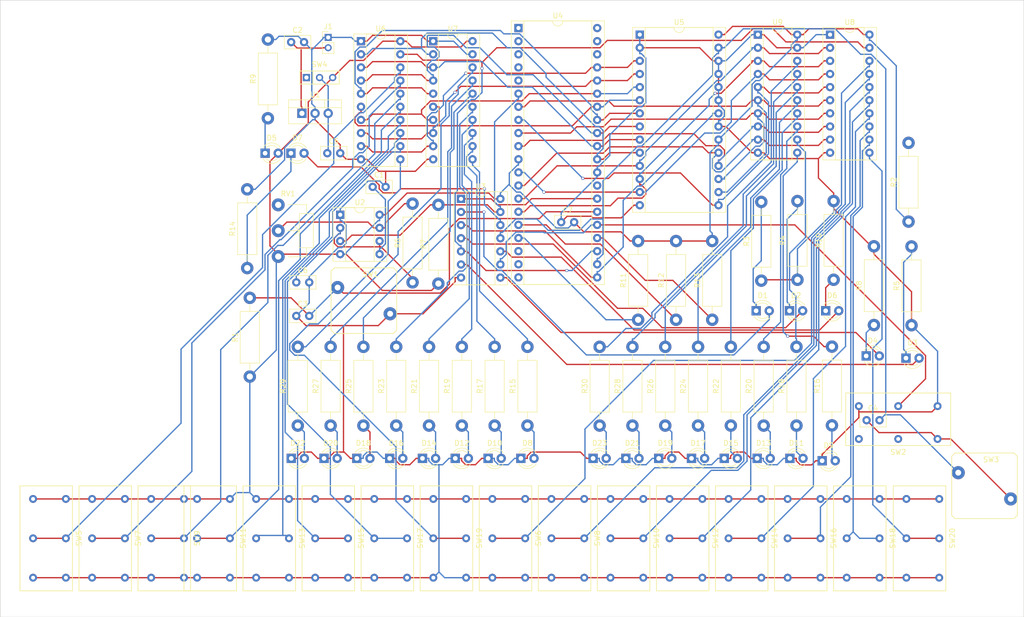
<source format=kicad_pcb>
(kicad_pcb (version 4) (host pcbnew 4.0.6+dfsg1-1)
  (layers (0 F.Cu signal) (31 B.Cu signal) (34 B.Paste user) (35 F.Paste user) (36 B.SilkS user) (37 F.SilkS user) (38 B.Mask user) (39 F.Mask user) (44 Edge.Cuts user))
  (net 0 "")
  (net 1 GND)
  (net 2 +5V)
  (net 3 "Net-(D1-Pad2)")
  (net 4 "Net-(D2-Pad2)")
  (net 5 "Net-(D3-Pad2)")
  (net 6 "Net-(D4-Pad2)")
  (net 7 "Net-(D6-Pad2)")
  (net 8 "Net-(D7-Pad2)")
  (net 9 "Net-(D8-Pad2)")
  (net 10 "Net-(D9-Pad2)")
  (net 11 "Net-(D10-Pad2)")
  (net 12 "Net-(D11-Pad2)")
  (net 13 "Net-(D12-Pad2)")
  (net 14 "Net-(D13-Pad2)")
  (net 15 "Net-(D14-Pad2)")
  (net 16 "Net-(D15-Pad2)")
  (net 17 "Net-(D16-Pad2)")
  (net 18 "Net-(R6-Pad2)")
  (net 19 "Net-(R15-Pad2)")
  (net 20 "Net-(R16-Pad2)")
  (net 21 WR)
  (net 22 M1)
  (net 23 RD)
  (net 24 BUSACK)
  (net 25 BUSRQ)
  (net 26 "Net-(SW5-Pad2)")
  (net 27 "Net-(SW6-Pad2)")
  (net 28 "Net-(SW7-Pad2)")
  (net 29 "Net-(SW8-Pad2)")
  (net 30 "Net-(SW9-Pad2)")
  (net 31 "Net-(SW10-Pad2)")
  (net 32 "Net-(SW11-Pad2)")
  (net 33 "Net-(SW12-Pad2)")
  (net 34 "Net-(SW13-Pad2)")
  (net 35 "Net-(SW14-Pad2)")
  (net 36 "Net-(SW15-Pad2)")
  (net 37 VCC)
  (net 38 CLK)
  (net 39 RESET)
  (net 40 "Net-(SW16-Pad2)")
  (net 41 "Net-(U4-Pad7)")
  (net 42 "Net-(U4-Pad8)")
  (net 43 "Net-(U4-Pad9)")
  (net 44 "Net-(U4-Pad10)")
  (net 45 "Net-(U4-Pad12)")
  (net 46 "Net-(U4-Pad13)")
  (net 47 "Net-(U4-Pad15)")
  (net 48 "Net-(C1-Pad1)")
  (net 49 "Net-(C2-Pad1)")
  (net 50 "Net-(C4-Pad1)")
  (net 51 "Net-(C6-Pad1)")
  (net 52 "Net-(D1-Pad1)")
  (net 53 "Net-(D2-Pad1)")
  (net 54 "Net-(D3-Pad1)")
  (net 55 "Net-(D4-Pad1)")
  (net 56 "Net-(D5-Pad1)")
  (net 57 "Net-(D6-Pad1)")
  (net 58 "Net-(D7-Pad1)")
  (net 59 "Net-(D17-Pad2)")
  (net 60 "Net-(D18-Pad2)")
  (net 61 "Net-(D19-Pad2)")
  (net 62 "Net-(D20-Pad2)")
  (net 63 "Net-(D21-Pad2)")
  (net 64 "Net-(D22-Pad2)")
  (net 65 "Net-(D23-Pad2)")
  (net 66 "Net-(R11-Pad1)")
  (net 67 "Net-(R12-Pad1)")
  (net 68 "Net-(R13-Pad1)")
  (net 69 "Net-(R17-Pad2)")
  (net 70 "Net-(R18-Pad2)")
  (net 71 "Net-(R19-Pad2)")
  (net 72 "Net-(R20-Pad2)")
  (net 73 "Net-(R21-Pad2)")
  (net 74 "Net-(R22-Pad2)")
  (net 75 "Net-(R24-Pad2)")
  (net 76 "Net-(R26-Pad2)")
  (net 77 "Net-(R28-Pad2)")
  (net 78 "Net-(R30-Pad2)")
  (net 79 "Net-(SW17-Pad2)")
  (net 80 "Net-(SW18-Pad2)")
  (net 81 "Net-(SW19-Pad2)")
  (net 82 "Net-(SW20-Pad2)")
  (net 83 "Net-(U4-Pad14)")
  (net 84 "Net-(U4-Pad37)")
  (net 85 "Net-(U4-Pad36)")
  (net 86 "Net-(U4-Pad35)")
  (net 87 "Net-(U4-Pad34)")
  (net 88 "Net-(U4-Pad33)")
  (net 89 "Net-(U4-Pad32)")
  (net 90 "Net-(U4-Pad31)")
  (net 91 "Net-(U4-Pad30)")
  (net 92 "Net-(R23-Pad2)")
  (net 93 "Net-(R25-Pad2)")
  (net 94 "Net-(R27-Pad2)")
  (net 95 "Net-(R29-Pad2)")
  (module Capacitors_THT:C_Disc_D5.0mm_W2.5mm_P2.50mm (layer F.Cu) (at 102.565 61.5242)
    (fp_text reference C1 (at 1.25 -2.31) (layer F.SilkS))
    (fp_text value 0.01uF)
    (pad 1 thru_hole circle (at 0 0) (size 1.6 1.6) (drill 0.8) (layers *.Cu *.Mask) (net 48 "Net-(C1-Pad1)"))
    (pad 2 thru_hole circle (at 2.5 0) (size 1.6 1.6) (drill 0.8) (layers *.Cu *.Mask) (net 1 GND))
  )
  (module Capacitors_THT:C_Disc_D5.0mm_W2.5mm_P2.50mm (layer F.Cu) (at 86.78 33.5)
    (fp_text reference C2 (at 1.25 -2.31) (layer F.SilkS))
    (fp_text value 0.33uF)
    (pad 1 thru_hole circle (at 0 0) (size 1.6 1.6) (drill 0.8) (layers *.Cu *.Mask) (net 49 "Net-(C2-Pad1)"))
    (pad 2 thru_hole circle (at 2.5 0) (size 1.6 1.6) (drill 0.8) (layers *.Cu *.Mask) (net 1 GND))
  )
  (module Capacitors_THT:C_Disc_D5.0mm_W2.5mm_P2.50mm (layer F.Cu) (at 87.78 86.5)
    (fp_text reference C3 (at 1.25 -2.31) (layer F.SilkS))
    (fp_text value 1uF)
    (pad 1 thru_hole circle (at 0 0) (size 1.6 1.6) (drill 0.8) (layers *.Cu *.Mask) (net 1 GND))
    (pad 2 thru_hole circle (at 2.5 0) (size 1.6 1.6) (drill 0.8) (layers *.Cu *.Mask) (net 39 RESET))
  )
  (module Capacitors_THT:C_Disc_D5.0mm_W2.5mm_P2.50mm (layer F.Cu) (at 198.16 106.68)
    (fp_text reference C4 (at 1.25 -2.31) (layer F.SilkS))
    (fp_text value 1uF)
    (pad 1 thru_hole circle (at 0 0) (size 1.6 1.6) (drill 0.8) (layers *.Cu *.Mask) (net 50 "Net-(C4-Pad1)"))
    (pad 2 thru_hole circle (at 2.5 0) (size 1.6 1.6) (drill 0.8) (layers *.Cu *.Mask) (net 21 WR))
  )
  (module Capacitors_THT:C_Disc_D5.0mm_W2.5mm_P2.50mm (layer F.Cu) (at 93.78 55)
    (fp_text reference C5 (at 1.25 -2.31) (layer F.SilkS))
    (fp_text value 0.1uF)
    (pad 1 thru_hole circle (at 0 0) (size 1.6 1.6) (drill 0.8) (layers *.Cu *.Mask) (net 2 +5V))
    (pad 2 thru_hole circle (at 2.5 0) (size 1.6 1.6) (drill 0.8) (layers *.Cu *.Mask) (net 1 GND))
  )
  (module Capacitors_THT:C_Disc_D5.0mm_W2.5mm_P2.50mm (layer F.Cu) (at 87.78 80)
    (fp_text reference C6 (at 1.25 -2.31) (layer F.SilkS))
    (fp_text value 10uF)
    (pad 1 thru_hole circle (at 0 0) (size 1.6 1.6) (drill 0.8) (layers *.Cu *.Mask) (net 51 "Net-(C6-Pad1)"))
    (pad 2 thru_hole circle (at 2.5 0) (size 1.6 1.6) (drill 0.8) (layers *.Cu *.Mask) (net 1 GND))
  )
  (module Capacitors_THT:C_Disc_D5.0mm_W2.5mm_P2.50mm (layer F.Cu) (at 139.052 68.3566)
    (fp_text reference C7 (at 1.25 -2.31) (layer F.SilkS))
    (fp_text value 1uF)
    (pad 1 thru_hole circle (at 0 0) (size 1.6 1.6) (drill 0.8) (layers *.Cu *.Mask) (net 1 GND))
    (pad 2 thru_hole circle (at 2.5 0) (size 1.6 1.6) (drill 0.8) (layers *.Cu *.Mask) (net 37 VCC))
  )
  (module LEDs:LED_D3.0mm (layer F.Cu) (at 176.78 85.5)
    (fp_text reference D1 (at 1.27 -2.96) (layer F.SilkS))
    (fp_text value LED_M1)
    (pad 1 thru_hole rect (at 0 0) (size 1.8 1.8) (drill 0.9) (layers *.Cu *.Mask) (net 52 "Net-(D1-Pad1)"))
    (pad 2 thru_hole circle (at 2.54 0) (size 1.8 1.8) (drill 0.9) (layers *.Cu *.Mask) (net 3 "Net-(D1-Pad2)"))
  )
  (module LEDs:LED_D3.0mm (layer F.Cu) (at 183.24 85.5)
    (fp_text reference D2 (at 1.27 -2.96) (layer F.SilkS))
    (fp_text value LED_RD)
    (pad 1 thru_hole rect (at 0 0) (size 1.8 1.8) (drill 0.9) (layers *.Cu *.Mask) (net 53 "Net-(D2-Pad1)"))
    (pad 2 thru_hole circle (at 2.54 0) (size 1.8 1.8) (drill 0.9) (layers *.Cu *.Mask) (net 4 "Net-(D2-Pad2)"))
  )
  (module LEDs:LED_D3.0mm (layer F.Cu) (at 205.784 94.6644)
    (fp_text reference D3 (at 1.27 -2.96) (layer F.SilkS))
    (fp_text value LED_BUSACK)
    (pad 1 thru_hole rect (at 0 0) (size 1.8 1.8) (drill 0.9) (layers *.Cu *.Mask) (net 54 "Net-(D3-Pad1)"))
    (pad 2 thru_hole circle (at 2.54 0) (size 1.8 1.8) (drill 0.9) (layers *.Cu *.Mask) (net 5 "Net-(D3-Pad2)"))
  )
  (module LEDs:LED_D3.0mm (layer F.Cu) (at 198.082 94.2428)
    (fp_text reference D4 (at 1.27 -2.96) (layer F.SilkS))
    (fp_text value LED_BUSRQ)
    (pad 1 thru_hole rect (at 0 0) (size 1.8 1.8) (drill 0.9) (layers *.Cu *.Mask) (net 55 "Net-(D4-Pad1)"))
    (pad 2 thru_hole circle (at 2.54 0) (size 1.8 1.8) (drill 0.9) (layers *.Cu *.Mask) (net 6 "Net-(D4-Pad2)"))
  )
  (module LEDs:LED_D3.0mm (layer F.Cu) (at 81.74 55)
    (fp_text reference D5 (at 1.27 -2.96) (layer F.SilkS))
    (fp_text value LED_PW)
    (pad 1 thru_hole rect (at 0 0) (size 1.8 1.8) (drill 0.9) (layers *.Cu *.Mask) (net 56 "Net-(D5-Pad1)"))
    (pad 2 thru_hole circle (at 2.54 0) (size 1.8 1.8) (drill 0.9) (layers *.Cu *.Mask) (net 37 VCC))
  )
  (module LEDs:LED_D3.0mm (layer F.Cu) (at 190.24 85.5)
    (fp_text reference D6 (at 1.27 -2.96) (layer F.SilkS))
    (fp_text value LED_WR)
    (pad 1 thru_hole rect (at 0 0) (size 1.8 1.8) (drill 0.9) (layers *.Cu *.Mask) (net 57 "Net-(D6-Pad1)"))
    (pad 2 thru_hole circle (at 2.54 0) (size 1.8 1.8) (drill 0.9) (layers *.Cu *.Mask) (net 7 "Net-(D6-Pad2)"))
  )
  (module LEDs:LED_D3.0mm (layer F.Cu) (at 86.74 55)
    (fp_text reference D7 (at 1.27 -2.96) (layer F.SilkS))
    (fp_text value LED_CLK)
    (pad 1 thru_hole rect (at 0 0) (size 1.8 1.8) (drill 0.9) (layers *.Cu *.Mask) (net 58 "Net-(D7-Pad1)"))
    (pad 2 thru_hole circle (at 2.54 0) (size 1.8 1.8) (drill 0.9) (layers *.Cu *.Mask) (net 8 "Net-(D7-Pad2)"))
  )
  (module LEDs:LED_D3.0mm (layer F.Cu) (at 131.25 114.07)
    (fp_text reference D8 (at 1.27 -2.96) (layer F.SilkS))
    (fp_text value LED_A0)
    (pad 1 thru_hole rect (at 0 0) (size 1.8 1.8) (drill 0.9) (layers *.Cu *.Mask) (net 1 GND))
    (pad 2 thru_hole circle (at 2.54 0) (size 1.8 1.8) (drill 0.9) (layers *.Cu *.Mask) (net 9 "Net-(D8-Pad2)"))
  )
  (module LEDs:LED_D3.0mm (layer F.Cu) (at 189.553 114.527)
    (fp_text reference D9 (at 1.27 -2.96) (layer F.SilkS))
    (fp_text value LED_D0)
    (pad 1 thru_hole rect (at 0 0) (size 1.8 1.8) (drill 0.9) (layers *.Cu *.Mask) (net 1 GND))
    (pad 2 thru_hole circle (at 2.54 0) (size 1.8 1.8) (drill 0.9) (layers *.Cu *.Mask) (net 10 "Net-(D9-Pad2)"))
  )
  (module LEDs:LED_D3.0mm (layer F.Cu) (at 124.9 114.07)
    (fp_text reference D10 (at 1.27 -2.96) (layer F.SilkS))
    (fp_text value LED_A1)
    (pad 1 thru_hole rect (at 0 0) (size 1.8 1.8) (drill 0.9) (layers *.Cu *.Mask) (net 1 GND))
    (pad 2 thru_hole circle (at 2.54 0) (size 1.8 1.8) (drill 0.9) (layers *.Cu *.Mask) (net 11 "Net-(D10-Pad2)"))
  )
  (module LEDs:LED_D3.0mm (layer F.Cu) (at 183.32 114.07)
    (fp_text reference D11 (at 1.27 -2.96) (layer F.SilkS))
    (fp_text value LED_D1)
    (pad 1 thru_hole rect (at 0 0) (size 1.8 1.8) (drill 0.9) (layers *.Cu *.Mask) (net 1 GND))
    (pad 2 thru_hole circle (at 2.54 0) (size 1.8 1.8) (drill 0.9) (layers *.Cu *.Mask) (net 12 "Net-(D11-Pad2)"))
  )
  (module LEDs:LED_D3.0mm (layer F.Cu) (at 118.55 114.07)
    (fp_text reference D12 (at 1.27 -2.96) (layer F.SilkS))
    (fp_text value LED_A2)
    (pad 1 thru_hole rect (at 0 0) (size 1.8 1.8) (drill 0.9) (layers *.Cu *.Mask) (net 1 GND))
    (pad 2 thru_hole circle (at 2.54 0) (size 1.8 1.8) (drill 0.9) (layers *.Cu *.Mask) (net 13 "Net-(D12-Pad2)"))
  )
  (module LEDs:LED_D3.0mm (layer F.Cu) (at 176.97 114.07)
    (fp_text reference D13 (at 1.27 -2.96) (layer F.SilkS))
    (fp_text value LED_D2)
    (pad 1 thru_hole rect (at 0 0) (size 1.8 1.8) (drill 0.9) (layers *.Cu *.Mask) (net 1 GND))
    (pad 2 thru_hole circle (at 2.54 0) (size 1.8 1.8) (drill 0.9) (layers *.Cu *.Mask) (net 14 "Net-(D13-Pad2)"))
  )
  (module LEDs:LED_D3.0mm (layer F.Cu) (at 112.2 114.07)
    (fp_text reference D14 (at 1.27 -2.96) (layer F.SilkS))
    (fp_text value LED_A3)
    (pad 1 thru_hole rect (at 0 0) (size 1.8 1.8) (drill 0.9) (layers *.Cu *.Mask) (net 1 GND))
    (pad 2 thru_hole circle (at 2.54 0) (size 1.8 1.8) (drill 0.9) (layers *.Cu *.Mask) (net 15 "Net-(D14-Pad2)"))
  )
  (module LEDs:LED_D3.0mm (layer F.Cu) (at 170.62 114.07)
    (fp_text reference D15 (at 1.27 -2.96) (layer F.SilkS))
    (fp_text value LED_D3)
    (pad 1 thru_hole rect (at 0 0) (size 1.8 1.8) (drill 0.9) (layers *.Cu *.Mask) (net 1 GND))
    (pad 2 thru_hole circle (at 2.54 0) (size 1.8 1.8) (drill 0.9) (layers *.Cu *.Mask) (net 16 "Net-(D15-Pad2)"))
  )
  (module LEDs:LED_D3.0mm (layer F.Cu) (at 105.85 114.07)
    (fp_text reference D16 (at 1.27 -2.96) (layer F.SilkS))
    (fp_text value LED_A4)
    (pad 1 thru_hole rect (at 0 0) (size 1.8 1.8) (drill 0.9) (layers *.Cu *.Mask) (net 1 GND))
    (pad 2 thru_hole circle (at 2.54 0) (size 1.8 1.8) (drill 0.9) (layers *.Cu *.Mask) (net 17 "Net-(D16-Pad2)"))
  )
  (module LEDs:LED_D3.0mm (layer F.Cu) (at 164.27 114.07)
    (fp_text reference D17 (at 1.27 -2.96) (layer F.SilkS))
    (fp_text value LED_D4)
    (pad 1 thru_hole rect (at 0 0) (size 1.8 1.8) (drill 0.9) (layers *.Cu *.Mask) (net 1 GND))
    (pad 2 thru_hole circle (at 2.54 0) (size 1.8 1.8) (drill 0.9) (layers *.Cu *.Mask) (net 59 "Net-(D17-Pad2)"))
  )
  (module LEDs:LED_D3.0mm (layer F.Cu) (at 99.5 114.07)
    (fp_text reference D18 (at 1.27 -2.96) (layer F.SilkS))
    (fp_text value LED_A5)
    (pad 1 thru_hole rect (at 0 0) (size 1.8 1.8) (drill 0.9) (layers *.Cu *.Mask) (net 1 GND))
    (pad 2 thru_hole circle (at 2.54 0) (size 1.8 1.8) (drill 0.9) (layers *.Cu *.Mask) (net 60 "Net-(D18-Pad2)"))
  )
  (module LEDs:LED_D3.0mm (layer F.Cu) (at 157.92 114.07)
    (fp_text reference D19 (at 1.27 -2.96) (layer F.SilkS))
    (fp_text value LED_D5)
    (pad 1 thru_hole rect (at 0 0) (size 1.8 1.8) (drill 0.9) (layers *.Cu *.Mask) (net 1 GND))
    (pad 2 thru_hole circle (at 2.54 0) (size 1.8 1.8) (drill 0.9) (layers *.Cu *.Mask) (net 61 "Net-(D19-Pad2)"))
  )
  (module LEDs:LED_D3.0mm (layer F.Cu) (at 93.15 114.07)
    (fp_text reference D20 (at 1.27 -2.96) (layer F.SilkS))
    (fp_text value LED_A6)
    (pad 1 thru_hole rect (at 0 0) (size 1.8 1.8) (drill 0.9) (layers *.Cu *.Mask) (net 1 GND))
    (pad 2 thru_hole circle (at 2.54 0) (size 1.8 1.8) (drill 0.9) (layers *.Cu *.Mask) (net 62 "Net-(D20-Pad2)"))
  )
  (module LEDs:LED_D3.0mm (layer F.Cu) (at 151.57 114.07)
    (fp_text reference D21 (at 1.27 -2.96) (layer F.SilkS))
    (fp_text value LED_D6)
    (pad 1 thru_hole rect (at 0 0) (size 1.8 1.8) (drill 0.9) (layers *.Cu *.Mask) (net 1 GND))
    (pad 2 thru_hole circle (at 2.54 0) (size 1.8 1.8) (drill 0.9) (layers *.Cu *.Mask) (net 63 "Net-(D21-Pad2)"))
  )
  (module LEDs:LED_D3.0mm (layer F.Cu) (at 86.8 114.07)
    (fp_text reference D22 (at 1.27 -2.96) (layer F.SilkS))
    (fp_text value LED_A7)
    (pad 1 thru_hole rect (at 0 0) (size 1.8 1.8) (drill 0.9) (layers *.Cu *.Mask) (net 1 GND))
    (pad 2 thru_hole circle (at 2.54 0) (size 1.8 1.8) (drill 0.9) (layers *.Cu *.Mask) (net 64 "Net-(D22-Pad2)"))
  )
  (module LEDs:LED_D3.0mm (layer F.Cu) (at 145.22 114.07)
    (fp_text reference D23 (at 1.27 -2.96) (layer F.SilkS))
    (fp_text value LED_D7)
    (pad 1 thru_hole rect (at 0 0) (size 1.8 1.8) (drill 0.9) (layers *.Cu *.Mask) (net 1 GND))
    (pad 2 thru_hole circle (at 2.54 0) (size 1.8 1.8) (drill 0.9) (layers *.Cu *.Mask) (net 65 "Net-(D23-Pad2)"))
  )
  (module Pin_Headers:Pin_Header_Straight_1x02_Pitch2.00mm (layer F.Cu) (at 93.95 32.59)
    (fp_text reference J1 (at 0 -2.12) (layer F.SilkS))
    (fp_text value PWR)
    (pad 1 thru_hole rect (at 0 0) (size 1.35 1.35) (drill 0.8) (layers *.Cu *.Mask) (net 1 GND))
    (pad 2 thru_hole oval (at 0 2) (size 1.35 1.35) (drill 0.8) (layers *.Cu *.Mask) (net 49 "Net-(C2-Pad1)"))
  )
  (module Resistors_THT:R_Axial_DIN0411_L9.9mm_D3.6mm_P15.24mm_Horizontal (layer F.Cu) (at 78.78 98.24 90)
    (fp_text reference R1 (at 7.62 -2.86 90) (layer F.SilkS))
    (fp_text value R2k2)
    (pad 1 thru_hole circle (at 0 0 90) (size 2.4 2.4) (drill 1.2) (layers *.Cu *.Mask) (net 37 VCC))
    (pad 2 thru_hole oval (at 15.24 0 90) (size 2.4 2.4) (drill 1.2) (layers *.Cu *.Mask) (net 39 RESET))
  )
  (module Resistors_THT:R_Axial_DIN0411_L9.9mm_D3.6mm_P15.24mm_Horizontal (layer F.Cu) (at 206.28 68.24 90)
    (fp_text reference R2 (at 7.62 -2.86 90) (layer F.SilkS))
    (fp_text value R2k2)
    (pad 1 thru_hole circle (at 0 0 90) (size 2.4 2.4) (drill 1.2) (layers *.Cu *.Mask) (net 37 VCC))
    (pad 2 thru_hole oval (at 15.24 0 90) (size 2.4 2.4) (drill 1.2) (layers *.Cu *.Mask))
  )
  (module Resistors_THT:R_Axial_DIN0411_L9.9mm_D3.6mm_P15.24mm_Horizontal (layer F.Cu) (at 177.777 79.6687 90)
    (fp_text reference R3 (at 7.62 -2.86 90) (layer F.SilkS))
    (fp_text value R330)
    (pad 1 thru_hole circle (at 0 0 90) (size 2.4 2.4) (drill 1.2) (layers *.Cu *.Mask) (net 1 GND))
    (pad 2 thru_hole oval (at 15.24 0 90) (size 2.4 2.4) (drill 1.2) (layers *.Cu *.Mask) (net 52 "Net-(D1-Pad1)"))
  )
  (module Resistors_THT:R_Axial_DIN0411_L9.9mm_D3.6mm_P15.24mm_Horizontal (layer F.Cu) (at 184.78 79.5 90)
    (fp_text reference R4 (at 7.62 -2.86 90) (layer F.SilkS))
    (fp_text value R330)
    (pad 1 thru_hole circle (at 0 0 90) (size 2.4 2.4) (drill 1.2) (layers *.Cu *.Mask) (net 1 GND))
    (pad 2 thru_hole oval (at 15.24 0 90) (size 2.4 2.4) (drill 1.2) (layers *.Cu *.Mask) (net 53 "Net-(D2-Pad1)"))
  )
  (module Resistors_THT:R_Axial_DIN0411_L9.9mm_D3.6mm_P15.24mm_Horizontal (layer F.Cu) (at 206.856 88.2941 90)
    (fp_text reference R5 (at 7.62 -2.86 90) (layer F.SilkS))
    (fp_text value R330)
    (pad 1 thru_hole circle (at 0 0 90) (size 2.4 2.4) (drill 1.2) (layers *.Cu *.Mask) (net 1 GND))
    (pad 2 thru_hole oval (at 15.24 0 90) (size 2.4 2.4) (drill 1.2) (layers *.Cu *.Mask) (net 54 "Net-(D3-Pad1)"))
  )
  (module Resistors_THT:R_Axial_DIN0411_L9.9mm_D3.6mm_P15.24mm_Horizontal (layer F.Cu) (at 110.28 80 90)
    (fp_text reference R6 (at 7.62 -2.86 90) (layer F.SilkS))
    (fp_text value 100k)
    (pad 1 thru_hole circle (at 0 0 90) (size 2.4 2.4) (drill 1.2) (layers *.Cu *.Mask) (net 51 "Net-(C6-Pad1)"))
    (pad 2 thru_hole oval (at 15.24 0 90) (size 2.4 2.4) (drill 1.2) (layers *.Cu *.Mask) (net 18 "Net-(R6-Pad2)"))
  )
  (module Resistors_THT:R_Axial_DIN0411_L9.9mm_D3.6mm_P15.24mm_Horizontal (layer F.Cu) (at 115.28 80.24 90)
    (fp_text reference R7 (at 7.62 -2.86 90) (layer F.SilkS))
    (fp_text value 2k2)
    (pad 1 thru_hole circle (at 0 0 90) (size 2.4 2.4) (drill 1.2) (layers *.Cu *.Mask) (net 37 VCC))
    (pad 2 thru_hole oval (at 15.24 0 90) (size 2.4 2.4) (drill 1.2) (layers *.Cu *.Mask) (net 38 CLK))
  )
  (module Resistors_THT:R_Axial_DIN0411_L9.9mm_D3.6mm_P15.24mm_Horizontal (layer F.Cu) (at 199.581 88.2585 90)
    (fp_text reference R8 (at 7.62 -2.86 90) (layer F.SilkS))
    (fp_text value R330)
    (pad 1 thru_hole circle (at 0 0 90) (size 2.4 2.4) (drill 1.2) (layers *.Cu *.Mask) (net 55 "Net-(D4-Pad1)"))
    (pad 2 thru_hole oval (at 15.24 0 90) (size 2.4 2.4) (drill 1.2) (layers *.Cu *.Mask) (net 1 GND))
  )
  (module Resistors_THT:R_Axial_DIN0411_L9.9mm_D3.6mm_P15.24mm_Horizontal (layer F.Cu) (at 82.28 48.24 90)
    (fp_text reference R9 (at 7.62 -2.86 90) (layer F.SilkS))
    (fp_text value 330)
    (pad 1 thru_hole circle (at 0 0 90) (size 2.4 2.4) (drill 1.2) (layers *.Cu *.Mask) (net 56 "Net-(D5-Pad1)"))
    (pad 2 thru_hole oval (at 15.24 0 90) (size 2.4 2.4) (drill 1.2) (layers *.Cu *.Mask) (net 1 GND))
  )
  (module Resistors_THT:R_Axial_DIN0411_L9.9mm_D3.6mm_P15.24mm_Horizontal (layer F.Cu) (at 191.78 79.5 90)
    (fp_text reference R10 (at 7.62 -2.86 90) (layer F.SilkS))
    (fp_text value R330)
    (pad 1 thru_hole circle (at 0 0 90) (size 2.4 2.4) (drill 1.2) (layers *.Cu *.Mask) (net 57 "Net-(D6-Pad1)"))
    (pad 2 thru_hole oval (at 15.24 0 90) (size 2.4 2.4) (drill 1.2) (layers *.Cu *.Mask) (net 1 GND))
  )
  (module Resistors_THT:R_Axial_DIN0411_L9.9mm_D3.6mm_P15.24mm_Horizontal (layer F.Cu) (at 153.94 87.24 90)
    (fp_text reference R11 (at 7.62 -2.86 90) (layer F.SilkS))
    (fp_text value R2k2)
    (pad 1 thru_hole circle (at 0 0 90) (size 2.4 2.4) (drill 1.2) (layers *.Cu *.Mask) (net 66 "Net-(R11-Pad1)"))
    (pad 2 thru_hole oval (at 15.24 0 90) (size 2.4 2.4) (drill 1.2) (layers *.Cu *.Mask) (net 37 VCC))
  )
  (module Resistors_THT:R_Axial_DIN0411_L9.9mm_D3.6mm_P15.24mm_Horizontal (layer F.Cu) (at 161.28 87.24 90)
    (fp_text reference R12 (at 7.62 -2.86 90) (layer F.SilkS))
    (fp_text value R2k2)
    (pad 1 thru_hole circle (at 0 0 90) (size 2.4 2.4) (drill 1.2) (layers *.Cu *.Mask) (net 67 "Net-(R12-Pad1)"))
    (pad 2 thru_hole oval (at 15.24 0 90) (size 2.4 2.4) (drill 1.2) (layers *.Cu *.Mask) (net 37 VCC))
  )
  (module Resistors_THT:R_Axial_DIN0411_L9.9mm_D3.6mm_P15.24mm_Horizontal (layer F.Cu) (at 168.28 87.24 90)
    (fp_text reference R13 (at 7.62 -2.86 90) (layer F.SilkS))
    (fp_text value R2k2)
    (pad 1 thru_hole circle (at 0 0 90) (size 2.4 2.4) (drill 1.2) (layers *.Cu *.Mask) (net 68 "Net-(R13-Pad1)"))
    (pad 2 thru_hole oval (at 15.24 0 90) (size 2.4 2.4) (drill 1.2) (layers *.Cu *.Mask) (net 37 VCC))
  )
  (module Resistors_THT:R_Axial_DIN0411_L9.9mm_D3.6mm_P15.24mm_Horizontal (layer F.Cu) (at 78.28 77.24 90)
    (fp_text reference R14 (at 7.62 -2.86 90) (layer F.SilkS))
    (fp_text value 330)
    (pad 1 thru_hole circle (at 0 0 90) (size 2.4 2.4) (drill 1.2) (layers *.Cu *.Mask) (net 58 "Net-(D7-Pad1)"))
    (pad 2 thru_hole oval (at 15.24 0 90) (size 2.4 2.4) (drill 1.2) (layers *.Cu *.Mask) (net 1 GND))
  )
  (module Resistors_THT:R_Axial_DIN0411_L9.9mm_D3.6mm_P15.24mm_Horizontal (layer F.Cu) (at 132.52 107.72 90)
    (fp_text reference R15 (at 7.62 -2.86 90) (layer F.SilkS))
    (fp_text value R330)
    (pad 1 thru_hole circle (at 0 0 90) (size 2.4 2.4) (drill 1.2) (layers *.Cu *.Mask) (net 9 "Net-(D8-Pad2)"))
    (pad 2 thru_hole oval (at 15.24 0 90) (size 2.4 2.4) (drill 1.2) (layers *.Cu *.Mask) (net 19 "Net-(R15-Pad2)"))
  )
  (module Resistors_THT:R_Axial_DIN0411_L9.9mm_D3.6mm_P15.24mm_Horizontal (layer F.Cu) (at 191.453 107.679 90)
    (fp_text reference R16 (at 7.62 -2.86 90) (layer F.SilkS))
    (fp_text value R330)
    (pad 1 thru_hole circle (at 0 0 90) (size 2.4 2.4) (drill 1.2) (layers *.Cu *.Mask) (net 10 "Net-(D9-Pad2)"))
    (pad 2 thru_hole oval (at 15.24 0 90) (size 2.4 2.4) (drill 1.2) (layers *.Cu *.Mask) (net 20 "Net-(R16-Pad2)"))
  )
  (module Resistors_THT:R_Axial_DIN0411_L9.9mm_D3.6mm_P15.24mm_Horizontal (layer F.Cu) (at 126.17 107.72 90)
    (fp_text reference R17 (at 7.62 -2.86 90) (layer F.SilkS))
    (fp_text value R330)
    (pad 1 thru_hole circle (at 0 0 90) (size 2.4 2.4) (drill 1.2) (layers *.Cu *.Mask) (net 11 "Net-(D10-Pad2)"))
    (pad 2 thru_hole oval (at 15.24 0 90) (size 2.4 2.4) (drill 1.2) (layers *.Cu *.Mask) (net 69 "Net-(R17-Pad2)"))
  )
  (module Resistors_THT:R_Axial_DIN0411_L9.9mm_D3.6mm_P15.24mm_Horizontal (layer F.Cu) (at 184.59 107.72 90)
    (fp_text reference R18 (at 7.62 -2.86 90) (layer F.SilkS))
    (fp_text value R330)
    (pad 1 thru_hole circle (at 0 0 90) (size 2.4 2.4) (drill 1.2) (layers *.Cu *.Mask) (net 12 "Net-(D11-Pad2)"))
    (pad 2 thru_hole oval (at 15.24 0 90) (size 2.4 2.4) (drill 1.2) (layers *.Cu *.Mask) (net 70 "Net-(R18-Pad2)"))
  )
  (module Resistors_THT:R_Axial_DIN0411_L9.9mm_D3.6mm_P15.24mm_Horizontal (layer F.Cu) (at 119.82 107.72 90)
    (fp_text reference R19 (at 7.62 -2.86 90) (layer F.SilkS))
    (fp_text value R330)
    (pad 1 thru_hole circle (at 0 0 90) (size 2.4 2.4) (drill 1.2) (layers *.Cu *.Mask) (net 13 "Net-(D12-Pad2)"))
    (pad 2 thru_hole oval (at 15.24 0 90) (size 2.4 2.4) (drill 1.2) (layers *.Cu *.Mask) (net 71 "Net-(R19-Pad2)"))
  )
  (module Resistors_THT:R_Axial_DIN0411_L9.9mm_D3.6mm_P15.24mm_Horizontal (layer F.Cu) (at 178.24 107.72 90)
    (fp_text reference R20 (at 7.62 -2.86 90) (layer F.SilkS))
    (fp_text value R330)
    (pad 1 thru_hole circle (at 0 0 90) (size 2.4 2.4) (drill 1.2) (layers *.Cu *.Mask) (net 14 "Net-(D13-Pad2)"))
    (pad 2 thru_hole oval (at 15.24 0 90) (size 2.4 2.4) (drill 1.2) (layers *.Cu *.Mask) (net 72 "Net-(R20-Pad2)"))
  )
  (module Resistors_THT:R_Axial_DIN0411_L9.9mm_D3.6mm_P15.24mm_Horizontal (layer F.Cu) (at 113.47 107.72 90)
    (fp_text reference R21 (at 7.62 -2.86 90) (layer F.SilkS))
    (fp_text value R330)
    (pad 1 thru_hole circle (at 0 0 90) (size 2.4 2.4) (drill 1.2) (layers *.Cu *.Mask) (net 15 "Net-(D14-Pad2)"))
    (pad 2 thru_hole oval (at 15.24 0 90) (size 2.4 2.4) (drill 1.2) (layers *.Cu *.Mask) (net 73 "Net-(R21-Pad2)"))
  )
  (module Resistors_THT:R_Axial_DIN0411_L9.9mm_D3.6mm_P15.24mm_Horizontal (layer F.Cu) (at 171.89 107.72 90)
    (fp_text reference R22 (at 7.62 -2.86 90) (layer F.SilkS))
    (fp_text value R330)
    (pad 1 thru_hole circle (at 0 0 90) (size 2.4 2.4) (drill 1.2) (layers *.Cu *.Mask) (net 16 "Net-(D15-Pad2)"))
    (pad 2 thru_hole oval (at 15.24 0 90) (size 2.4 2.4) (drill 1.2) (layers *.Cu *.Mask) (net 74 "Net-(R22-Pad2)"))
  )
  (module Resistors_THT:R_Axial_DIN0411_L9.9mm_D3.6mm_P15.24mm_Horizontal (layer F.Cu) (at 107.12 107.72 90)
    (fp_text reference R23 (at 7.62 -2.86 90) (layer F.SilkS))
    (fp_text value R330)
    (pad 1 thru_hole circle (at 0 0 90) (size 2.4 2.4) (drill 1.2) (layers *.Cu *.Mask) (net 17 "Net-(D16-Pad2)"))
    (pad 2 thru_hole oval (at 15.24 0 90) (size 2.4 2.4) (drill 1.2) (layers *.Cu *.Mask) (net 92 "Net-(R23-Pad2)"))
  )
  (module Resistors_THT:R_Axial_DIN0411_L9.9mm_D3.6mm_P15.24mm_Horizontal (layer F.Cu) (at 165.54 107.72 90)
    (fp_text reference R24 (at 7.62 -2.86 90) (layer F.SilkS))
    (fp_text value R330)
    (pad 1 thru_hole circle (at 0 0 90) (size 2.4 2.4) (drill 1.2) (layers *.Cu *.Mask) (net 59 "Net-(D17-Pad2)"))
    (pad 2 thru_hole oval (at 15.24 0 90) (size 2.4 2.4) (drill 1.2) (layers *.Cu *.Mask) (net 75 "Net-(R24-Pad2)"))
  )
  (module Resistors_THT:R_Axial_DIN0411_L9.9mm_D3.6mm_P15.24mm_Horizontal (layer F.Cu) (at 100.77 107.72 90)
    (fp_text reference R25 (at 7.62 -2.86 90) (layer F.SilkS))
    (fp_text value R330)
    (pad 1 thru_hole circle (at 0 0 90) (size 2.4 2.4) (drill 1.2) (layers *.Cu *.Mask) (net 60 "Net-(D18-Pad2)"))
    (pad 2 thru_hole oval (at 15.24 0 90) (size 2.4 2.4) (drill 1.2) (layers *.Cu *.Mask) (net 93 "Net-(R25-Pad2)"))
  )
  (module Resistors_THT:R_Axial_DIN0411_L9.9mm_D3.6mm_P15.24mm_Horizontal (layer F.Cu) (at 159.19 107.72 90)
    (fp_text reference R26 (at 7.62 -2.86 90) (layer F.SilkS))
    (fp_text value R330)
    (pad 1 thru_hole circle (at 0 0 90) (size 2.4 2.4) (drill 1.2) (layers *.Cu *.Mask) (net 61 "Net-(D19-Pad2)"))
    (pad 2 thru_hole oval (at 15.24 0 90) (size 2.4 2.4) (drill 1.2) (layers *.Cu *.Mask) (net 76 "Net-(R26-Pad2)"))
  )
  (module Resistors_THT:R_Axial_DIN0411_L9.9mm_D3.6mm_P15.24mm_Horizontal (layer F.Cu) (at 94.42 107.72 90)
    (fp_text reference R27 (at 7.62 -2.86 90) (layer F.SilkS))
    (fp_text value R330)
    (pad 1 thru_hole circle (at 0 0 90) (size 2.4 2.4) (drill 1.2) (layers *.Cu *.Mask) (net 62 "Net-(D20-Pad2)"))
    (pad 2 thru_hole oval (at 15.24 0 90) (size 2.4 2.4) (drill 1.2) (layers *.Cu *.Mask) (net 94 "Net-(R27-Pad2)"))
  )
  (module Resistors_THT:R_Axial_DIN0411_L9.9mm_D3.6mm_P15.24mm_Horizontal (layer F.Cu) (at 152.84 107.72 90)
    (fp_text reference R28 (at 7.62 -2.86 90) (layer F.SilkS))
    (fp_text value R330)
    (pad 1 thru_hole circle (at 0 0 90) (size 2.4 2.4) (drill 1.2) (layers *.Cu *.Mask) (net 63 "Net-(D21-Pad2)"))
    (pad 2 thru_hole oval (at 15.24 0 90) (size 2.4 2.4) (drill 1.2) (layers *.Cu *.Mask) (net 77 "Net-(R28-Pad2)"))
  )
  (module Resistors_THT:R_Axial_DIN0411_L9.9mm_D3.6mm_P15.24mm_Horizontal (layer F.Cu) (at 88.07 107.72 90)
    (fp_text reference R29 (at 7.62 -2.86 90) (layer F.SilkS))
    (fp_text value R330)
    (pad 1 thru_hole circle (at 0 0 90) (size 2.4 2.4) (drill 1.2) (layers *.Cu *.Mask) (net 64 "Net-(D22-Pad2)"))
    (pad 2 thru_hole oval (at 15.24 0 90) (size 2.4 2.4) (drill 1.2) (layers *.Cu *.Mask) (net 95 "Net-(R29-Pad2)"))
  )
  (module Resistors_THT:R_Axial_DIN0411_L9.9mm_D3.6mm_P15.24mm_Horizontal (layer F.Cu) (at 146.49 107.72 90)
    (fp_text reference R30 (at 7.62 -2.86 90) (layer F.SilkS))
    (fp_text value R330)
    (pad 1 thru_hole circle (at 0 0 90) (size 2.4 2.4) (drill 1.2) (layers *.Cu *.Mask) (net 65 "Net-(D23-Pad2)"))
    (pad 2 thru_hole oval (at 15.24 0 90) (size 2.4 2.4) (drill 1.2) (layers *.Cu *.Mask) (net 78 "Net-(R30-Pad2)"))
  )
  (module Potentiometers:Potentiometer_WirePads (layer F.Cu) (at 84.28 65)
    (fp_text reference RV1 (at 1.9 -2.15) (layer F.SilkS))
    (fp_text value 1M)
    (pad 2 thru_hole circle (at 0 5) (size 2.5 2.5) (drill 1.2) (layers *.Cu *.Mask) (net 18 "Net-(R6-Pad2)"))
    (pad 3 thru_hole circle (at 0 10) (size 2.5 2.5) (drill 1.2) (layers *.Cu *.Mask) (net 37 VCC))
    (pad 1 thru_hole circle (at 0 0) (size 2.5 2.5) (drill 1.2) (layers *.Cu *.Mask))
  )
  (module Buttons_Switches_THT:SW_PUSH (layer F.Cu) (at 100.86 83.54)
    (fp_text reference SW1 (at 1.27 -5.08) (layer F.SilkS))
    (fp_text value SW_RESET)
    (pad 1 thru_hole circle (at -5.08 -2.54) (size 2.54 2.54) (drill 1.143) (layers *.Cu *.Mask) (net 39 RESET))
    (pad 2 thru_hole circle (at 5.08 2.54) (size 2.54 2.54) (drill 1.143) (layers *.Cu *.Mask) (net 1 GND))
  )
  (module Buttons_Switches_THT:SW_PUSH (layer F.Cu) (at 220.98 119.38)
    (fp_text reference SW3 (at 1.27 -5.08) (layer F.SilkS))
    (fp_text value SW_WR)
    (pad 1 thru_hole circle (at -5.08 -2.54) (size 2.54 2.54) (drill 1.143) (layers *.Cu *.Mask) (net 21 WR))
    (pad 2 thru_hole circle (at 5.08 2.54) (size 2.54 2.54) (drill 1.143) (layers *.Cu *.Mask) (net 50 "Net-(C4-Pad1)"))
  )
  (module Buttons_Switches_THT:SW_Micro_SPST (layer F.Cu) (at 92.28 40.3609)
    (fp_text reference SW4 (at 0 -2.54) (layer F.SilkS))
    (fp_text value SW_PW)
    (pad 1 thru_hole rect (at -2.54 0) (size 1.397 1.397) (drill 0.8128) (layers *.Cu *.Mask))
    (pad 2 thru_hole circle (at 0 0) (size 1.397 1.397) (drill 0.8128) (layers *.Cu *.Mask) (net 2 +5V))
    (pad 3 thru_hole circle (at 2.54 0) (size 1.397 1.397) (drill 0.8128) (layers *.Cu *.Mask) (net 37 VCC))
  )
  (module TO_SOT_Packages_THT:TO-220_Vertical (layer F.Cu) (at 88.87 47.29)
    (fp_text reference U1 (at 2.54 -3.62) (layer F.SilkS))
    (fp_text value LM7805CT)
    (pad 1 thru_hole rect (at 0 0) (size 1.8 1.8) (drill 1) (layers *.Cu *.Mask) (net 49 "Net-(C2-Pad1)"))
    (pad 2 thru_hole oval (at 2.54 0) (size 1.8 1.8) (drill 1) (layers *.Cu *.Mask) (net 1 GND))
    (pad 3 thru_hole oval (at 5.08 0) (size 1.8 1.8) (drill 1) (layers *.Cu *.Mask) (net 2 +5V))
  )
  (module Housings_DIP:DIP-8_W7.62mm_Socket (layer F.Cu) (at 96.28 66.92)
    (fp_text reference U2 (at 3.81 -2.39) (layer F.SilkS))
    (fp_text value LM555N)
    (pad 1 thru_hole rect (at 0 0) (size 1.6 1.6) (drill 0.8) (layers *.Cu *.Mask) (net 1 GND))
    (pad 5 thru_hole oval (at 7.62 7.62) (size 1.6 1.6) (drill 0.8) (layers *.Cu *.Mask) (net 48 "Net-(C1-Pad1)"))
    (pad 2 thru_hole oval (at 0 2.54) (size 1.6 1.6) (drill 0.8) (layers *.Cu *.Mask) (net 51 "Net-(C6-Pad1)"))
    (pad 6 thru_hole oval (at 7.62 5.08) (size 1.6 1.6) (drill 0.8) (layers *.Cu *.Mask) (net 51 "Net-(C6-Pad1)"))
    (pad 3 thru_hole oval (at 0 5.08) (size 1.6 1.6) (drill 0.8) (layers *.Cu *.Mask) (net 38 CLK))
    (pad 7 thru_hole oval (at 7.62 2.54) (size 1.6 1.6) (drill 0.8) (layers *.Cu *.Mask) (net 18 "Net-(R6-Pad2)"))
    (pad 4 thru_hole oval (at 0 7.62) (size 1.6 1.6) (drill 0.8) (layers *.Cu *.Mask) (net 37 VCC))
    (pad 8 thru_hole oval (at 7.62 0) (size 1.6 1.6) (drill 0.8) (layers *.Cu *.Mask) (net 37 VCC))
  )
  (module Housings_DIP:DIP-14_W7.62mm_Socket (layer F.Cu) (at 119.66 63.84)
    (fp_text reference U3 (at 3.81 -2.39) (layer F.SilkS))
    (fp_text value 74LS04)
    (pad 1 thru_hole rect (at 0 0) (size 1.6 1.6) (drill 0.8) (layers *.Cu *.Mask) (net 22 M1))
    (pad 8 thru_hole oval (at 7.62 15.24) (size 1.6 1.6) (drill 0.8) (layers *.Cu *.Mask) (net 6 "Net-(D4-Pad2)"))
    (pad 2 thru_hole oval (at 0 2.54) (size 1.6 1.6) (drill 0.8) (layers *.Cu *.Mask) (net 3 "Net-(D1-Pad2)"))
    (pad 9 thru_hole oval (at 7.62 12.7) (size 1.6 1.6) (drill 0.8) (layers *.Cu *.Mask) (net 25 BUSRQ))
    (pad 3 thru_hole oval (at 0 5.08) (size 1.6 1.6) (drill 0.8) (layers *.Cu *.Mask) (net 23 RD))
    (pad 10 thru_hole oval (at 7.62 10.16) (size 1.6 1.6) (drill 0.8) (layers *.Cu *.Mask) (net 7 "Net-(D6-Pad2)"))
    (pad 4 thru_hole oval (at 0 7.62) (size 1.6 1.6) (drill 0.8) (layers *.Cu *.Mask) (net 4 "Net-(D2-Pad2)"))
    (pad 11 thru_hole oval (at 7.62 7.62) (size 1.6 1.6) (drill 0.8) (layers *.Cu *.Mask) (net 21 WR))
    (pad 5 thru_hole oval (at 0 10.16) (size 1.6 1.6) (drill 0.8) (layers *.Cu *.Mask) (net 24 BUSACK))
    (pad 12 thru_hole oval (at 7.62 5.08) (size 1.6 1.6) (drill 0.8) (layers *.Cu *.Mask) (net 8 "Net-(D7-Pad2)"))
    (pad 6 thru_hole oval (at 0 12.7) (size 1.6 1.6) (drill 0.8) (layers *.Cu *.Mask) (net 5 "Net-(D3-Pad2)"))
    (pad 13 thru_hole oval (at 7.62 2.54) (size 1.6 1.6) (drill 0.8) (layers *.Cu *.Mask) (net 38 CLK))
    (pad 7 thru_hole oval (at 0 15.24) (size 1.6 1.6) (drill 0.8) (layers *.Cu *.Mask) (net 1 GND))
    (pad 14 thru_hole oval (at 7.62 0) (size 1.6 1.6) (drill 0.8) (layers *.Cu *.Mask) (net 37 VCC))
  )
  (module Housings_DIP:DIP-40_W15.24mm_Socket (layer F.Cu) (at 130.78 30.78)
    (fp_text reference U4 (at 7.62 -2.39) (layer F.SilkS))
    (fp_text value Z80CPU)
    (pad 1 thru_hole rect (at 0 0) (size 1.6 1.6) (drill 0.8) (layers *.Cu *.Mask))
    (pad 21 thru_hole oval (at 15.24 48.26) (size 1.6 1.6) (drill 0.8) (layers *.Cu *.Mask) (net 23 RD))
    (pad 2 thru_hole oval (at 0 2.54) (size 1.6 1.6) (drill 0.8) (layers *.Cu *.Mask))
    (pad 22 thru_hole oval (at 15.24 45.72) (size 1.6 1.6) (drill 0.8) (layers *.Cu *.Mask) (net 21 WR))
    (pad 3 thru_hole oval (at 0 5.08) (size 1.6 1.6) (drill 0.8) (layers *.Cu *.Mask))
    (pad 23 thru_hole oval (at 15.24 43.18) (size 1.6 1.6) (drill 0.8) (layers *.Cu *.Mask) (net 24 BUSACK))
    (pad 4 thru_hole oval (at 0 7.62) (size 1.6 1.6) (drill 0.8) (layers *.Cu *.Mask))
    (pad 24 thru_hole oval (at 15.24 40.64) (size 1.6 1.6) (drill 0.8) (layers *.Cu *.Mask) (net 68 "Net-(R13-Pad1)"))
    (pad 5 thru_hole oval (at 0 10.16) (size 1.6 1.6) (drill 0.8) (layers *.Cu *.Mask))
    (pad 25 thru_hole oval (at 15.24 38.1) (size 1.6 1.6) (drill 0.8) (layers *.Cu *.Mask) (net 25 BUSRQ))
    (pad 6 thru_hole oval (at 0 12.7) (size 1.6 1.6) (drill 0.8) (layers *.Cu *.Mask) (net 38 CLK))
    (pad 26 thru_hole oval (at 15.24 35.56) (size 1.6 1.6) (drill 0.8) (layers *.Cu *.Mask) (net 39 RESET))
    (pad 7 thru_hole oval (at 0 15.24) (size 1.6 1.6) (drill 0.8) (layers *.Cu *.Mask) (net 41 "Net-(U4-Pad7)"))
    (pad 27 thru_hole oval (at 15.24 33.02) (size 1.6 1.6) (drill 0.8) (layers *.Cu *.Mask) (net 22 M1))
    (pad 8 thru_hole oval (at 0 17.78) (size 1.6 1.6) (drill 0.8) (layers *.Cu *.Mask) (net 42 "Net-(U4-Pad8)"))
    (pad 28 thru_hole oval (at 15.24 30.48) (size 1.6 1.6) (drill 0.8) (layers *.Cu *.Mask))
    (pad 9 thru_hole oval (at 0 20.32) (size 1.6 1.6) (drill 0.8) (layers *.Cu *.Mask) (net 43 "Net-(U4-Pad9)"))
    (pad 29 thru_hole oval (at 15.24 27.94) (size 1.6 1.6) (drill 0.8) (layers *.Cu *.Mask) (net 1 GND))
    (pad 10 thru_hole oval (at 0 22.86) (size 1.6 1.6) (drill 0.8) (layers *.Cu *.Mask) (net 44 "Net-(U4-Pad10)"))
    (pad 30 thru_hole oval (at 15.24 25.4) (size 1.6 1.6) (drill 0.8) (layers *.Cu *.Mask) (net 91 "Net-(U4-Pad30)"))
    (pad 11 thru_hole oval (at 0 25.4) (size 1.6 1.6) (drill 0.8) (layers *.Cu *.Mask) (net 37 VCC))
    (pad 31 thru_hole oval (at 15.24 22.86) (size 1.6 1.6) (drill 0.8) (layers *.Cu *.Mask) (net 90 "Net-(U4-Pad31)"))
    (pad 12 thru_hole oval (at 0 27.94) (size 1.6 1.6) (drill 0.8) (layers *.Cu *.Mask) (net 45 "Net-(U4-Pad12)"))
    (pad 32 thru_hole oval (at 15.24 20.32) (size 1.6 1.6) (drill 0.8) (layers *.Cu *.Mask) (net 89 "Net-(U4-Pad32)"))
    (pad 13 thru_hole oval (at 0 30.48) (size 1.6 1.6) (drill 0.8) (layers *.Cu *.Mask) (net 46 "Net-(U4-Pad13)"))
    (pad 33 thru_hole oval (at 15.24 17.78) (size 1.6 1.6) (drill 0.8) (layers *.Cu *.Mask) (net 88 "Net-(U4-Pad33)"))
    (pad 14 thru_hole oval (at 0 33.02) (size 1.6 1.6) (drill 0.8) (layers *.Cu *.Mask) (net 83 "Net-(U4-Pad14)"))
    (pad 34 thru_hole oval (at 15.24 15.24) (size 1.6 1.6) (drill 0.8) (layers *.Cu *.Mask) (net 87 "Net-(U4-Pad34)"))
    (pad 15 thru_hole oval (at 0 35.56) (size 1.6 1.6) (drill 0.8) (layers *.Cu *.Mask) (net 47 "Net-(U4-Pad15)"))
    (pad 35 thru_hole oval (at 15.24 12.7) (size 1.6 1.6) (drill 0.8) (layers *.Cu *.Mask) (net 86 "Net-(U4-Pad35)"))
    (pad 16 thru_hole oval (at 0 38.1) (size 1.6 1.6) (drill 0.8) (layers *.Cu *.Mask) (net 67 "Net-(R12-Pad1)"))
    (pad 36 thru_hole oval (at 15.24 10.16) (size 1.6 1.6) (drill 0.8) (layers *.Cu *.Mask) (net 85 "Net-(U4-Pad36)"))
    (pad 17 thru_hole oval (at 0 40.64) (size 1.6 1.6) (drill 0.8) (layers *.Cu *.Mask) (net 66 "Net-(R11-Pad1)"))
    (pad 37 thru_hole oval (at 15.24 7.62) (size 1.6 1.6) (drill 0.8) (layers *.Cu *.Mask) (net 84 "Net-(U4-Pad37)"))
    (pad 18 thru_hole oval (at 0 43.18) (size 1.6 1.6) (drill 0.8) (layers *.Cu *.Mask))
    (pad 38 thru_hole oval (at 15.24 5.08) (size 1.6 1.6) (drill 0.8) (layers *.Cu *.Mask))
    (pad 19 thru_hole oval (at 0 45.72) (size 1.6 1.6) (drill 0.8) (layers *.Cu *.Mask))
    (pad 39 thru_hole oval (at 15.24 2.54) (size 1.6 1.6) (drill 0.8) (layers *.Cu *.Mask))
    (pad 20 thru_hole oval (at 0 48.26) (size 1.6 1.6) (drill 0.8) (layers *.Cu *.Mask))
    (pad 40 thru_hole oval (at 15.24 0) (size 1.6 1.6) (drill 0.8) (layers *.Cu *.Mask))
  )
  (module Housings_DIP:DIP-28_W15.24mm_Socket (layer F.Cu) (at 154.26 32.05)
    (fp_text reference U5 (at 7.62 -2.39) (layer F.SilkS))
    (fp_text value HM62256BLP-7)
    (pad 1 thru_hole rect (at 0 0) (size 1.6 1.6) (drill 0.8) (layers *.Cu *.Mask) (net 1 GND))
    (pad 15 thru_hole oval (at 15.24 33.02) (size 1.6 1.6) (drill 0.8) (layers *.Cu *.Mask) (net 42 "Net-(U4-Pad8)"))
    (pad 2 thru_hole oval (at 0 2.54) (size 1.6 1.6) (drill 0.8) (layers *.Cu *.Mask) (net 1 GND))
    (pad 16 thru_hole oval (at 15.24 30.48) (size 1.6 1.6) (drill 0.8) (layers *.Cu *.Mask) (net 41 "Net-(U4-Pad7)"))
    (pad 3 thru_hole oval (at 0 5.08) (size 1.6 1.6) (drill 0.8) (layers *.Cu *.Mask) (net 84 "Net-(U4-Pad37)"))
    (pad 17 thru_hole oval (at 15.24 27.94) (size 1.6 1.6) (drill 0.8) (layers *.Cu *.Mask) (net 43 "Net-(U4-Pad9)"))
    (pad 4 thru_hole oval (at 0 7.62) (size 1.6 1.6) (drill 0.8) (layers *.Cu *.Mask) (net 85 "Net-(U4-Pad36)"))
    (pad 18 thru_hole oval (at 15.24 25.4) (size 1.6 1.6) (drill 0.8) (layers *.Cu *.Mask) (net 44 "Net-(U4-Pad10)"))
    (pad 5 thru_hole oval (at 0 10.16) (size 1.6 1.6) (drill 0.8) (layers *.Cu *.Mask) (net 86 "Net-(U4-Pad35)"))
    (pad 19 thru_hole oval (at 15.24 22.86) (size 1.6 1.6) (drill 0.8) (layers *.Cu *.Mask) (net 46 "Net-(U4-Pad13)"))
    (pad 6 thru_hole oval (at 0 12.7) (size 1.6 1.6) (drill 0.8) (layers *.Cu *.Mask) (net 87 "Net-(U4-Pad34)"))
    (pad 20 thru_hole oval (at 15.24 20.32) (size 1.6 1.6) (drill 0.8) (layers *.Cu *.Mask) (net 37 VCC))
    (pad 7 thru_hole oval (at 0 15.24) (size 1.6 1.6) (drill 0.8) (layers *.Cu *.Mask) (net 88 "Net-(U4-Pad33)"))
    (pad 21 thru_hole oval (at 15.24 17.78) (size 1.6 1.6) (drill 0.8) (layers *.Cu *.Mask) (net 1 GND))
    (pad 8 thru_hole oval (at 0 17.78) (size 1.6 1.6) (drill 0.8) (layers *.Cu *.Mask) (net 89 "Net-(U4-Pad32)"))
    (pad 22 thru_hole oval (at 15.24 15.24) (size 1.6 1.6) (drill 0.8) (layers *.Cu *.Mask) (net 23 RD))
    (pad 9 thru_hole oval (at 0 20.32) (size 1.6 1.6) (drill 0.8) (layers *.Cu *.Mask) (net 90 "Net-(U4-Pad31)"))
    (pad 23 thru_hole oval (at 15.24 12.7) (size 1.6 1.6) (drill 0.8) (layers *.Cu *.Mask) (net 1 GND))
    (pad 10 thru_hole oval (at 0 22.86) (size 1.6 1.6) (drill 0.8) (layers *.Cu *.Mask) (net 91 "Net-(U4-Pad30)"))
    (pad 24 thru_hole oval (at 15.24 10.16) (size 1.6 1.6) (drill 0.8) (layers *.Cu *.Mask) (net 1 GND))
    (pad 11 thru_hole oval (at 0 25.4) (size 1.6 1.6) (drill 0.8) (layers *.Cu *.Mask) (net 83 "Net-(U4-Pad14)"))
    (pad 25 thru_hole oval (at 15.24 7.62) (size 1.6 1.6) (drill 0.8) (layers *.Cu *.Mask) (net 1 GND))
    (pad 12 thru_hole oval (at 0 27.94) (size 1.6 1.6) (drill 0.8) (layers *.Cu *.Mask) (net 47 "Net-(U4-Pad15)"))
    (pad 26 thru_hole oval (at 15.24 5.08) (size 1.6 1.6) (drill 0.8) (layers *.Cu *.Mask) (net 1 GND))
    (pad 13 thru_hole oval (at 0 30.48) (size 1.6 1.6) (drill 0.8) (layers *.Cu *.Mask) (net 45 "Net-(U4-Pad12)"))
    (pad 27 thru_hole oval (at 15.24 2.54) (size 1.6 1.6) (drill 0.8) (layers *.Cu *.Mask) (net 21 WR))
    (pad 14 thru_hole oval (at 0 33.02) (size 1.6 1.6) (drill 0.8) (layers *.Cu *.Mask) (net 1 GND))
    (pad 28 thru_hole oval (at 15.24 0) (size 1.6 1.6) (drill 0.8) (layers *.Cu *.Mask) (net 37 VCC))
  )
  (module Housings_DIP:DIP-20_W7.62mm_Socket (layer F.Cu) (at 100.3 33.32)
    (fp_text reference U6 (at 3.81 -2.39) (layer F.SilkS))
    (fp_text value 74LS245)
    (pad 1 thru_hole rect (at 0 0) (size 1.6 1.6) (drill 0.8) (layers *.Cu *.Mask) (net 1 GND))
    (pad 11 thru_hole oval (at 7.62 22.86) (size 1.6 1.6) (drill 0.8) (layers *.Cu *.Mask) (net 81 "Net-(SW19-Pad2)"))
    (pad 2 thru_hole oval (at 0 2.54) (size 1.6 1.6) (drill 0.8) (layers *.Cu *.Mask) (net 91 "Net-(U4-Pad30)"))
    (pad 12 thru_hole oval (at 7.62 20.32) (size 1.6 1.6) (drill 0.8) (layers *.Cu *.Mask) (net 79 "Net-(SW17-Pad2)"))
    (pad 3 thru_hole oval (at 0 5.08) (size 1.6 1.6) (drill 0.8) (layers *.Cu *.Mask) (net 90 "Net-(U4-Pad31)"))
    (pad 13 thru_hole oval (at 7.62 17.78) (size 1.6 1.6) (drill 0.8) (layers *.Cu *.Mask) (net 36 "Net-(SW15-Pad2)"))
    (pad 4 thru_hole oval (at 0 7.62) (size 1.6 1.6) (drill 0.8) (layers *.Cu *.Mask) (net 89 "Net-(U4-Pad32)"))
    (pad 14 thru_hole oval (at 7.62 15.24) (size 1.6 1.6) (drill 0.8) (layers *.Cu *.Mask) (net 34 "Net-(SW13-Pad2)"))
    (pad 5 thru_hole oval (at 0 10.16) (size 1.6 1.6) (drill 0.8) (layers *.Cu *.Mask) (net 88 "Net-(U4-Pad33)"))
    (pad 15 thru_hole oval (at 7.62 12.7) (size 1.6 1.6) (drill 0.8) (layers *.Cu *.Mask) (net 32 "Net-(SW11-Pad2)"))
    (pad 6 thru_hole oval (at 0 12.7) (size 1.6 1.6) (drill 0.8) (layers *.Cu *.Mask) (net 87 "Net-(U4-Pad34)"))
    (pad 16 thru_hole oval (at 7.62 10.16) (size 1.6 1.6) (drill 0.8) (layers *.Cu *.Mask) (net 30 "Net-(SW9-Pad2)"))
    (pad 7 thru_hole oval (at 0 15.24) (size 1.6 1.6) (drill 0.8) (layers *.Cu *.Mask) (net 86 "Net-(U4-Pad35)"))
    (pad 17 thru_hole oval (at 7.62 7.62) (size 1.6 1.6) (drill 0.8) (layers *.Cu *.Mask) (net 28 "Net-(SW7-Pad2)"))
    (pad 8 thru_hole oval (at 0 17.78) (size 1.6 1.6) (drill 0.8) (layers *.Cu *.Mask) (net 85 "Net-(U4-Pad36)"))
    (pad 18 thru_hole oval (at 7.62 5.08) (size 1.6 1.6) (drill 0.8) (layers *.Cu *.Mask) (net 26 "Net-(SW5-Pad2)"))
    (pad 9 thru_hole oval (at 0 20.32) (size 1.6 1.6) (drill 0.8) (layers *.Cu *.Mask) (net 84 "Net-(U4-Pad37)"))
    (pad 19 thru_hole oval (at 7.62 2.54) (size 1.6 1.6) (drill 0.8) (layers *.Cu *.Mask) (net 24 BUSACK))
    (pad 10 thru_hole oval (at 0 22.86) (size 1.6 1.6) (drill 0.8) (layers *.Cu *.Mask) (net 1 GND))
    (pad 20 thru_hole oval (at 7.62 0) (size 1.6 1.6) (drill 0.8) (layers *.Cu *.Mask) (net 37 VCC))
  )
  (module Housings_DIP:DIP-20_W7.62mm_Socket (layer F.Cu) (at 114.27 33.32)
    (fp_text reference U7 (at 3.81 -2.39) (layer F.SilkS))
    (fp_text value 74LS245)
    (pad 1 thru_hole rect (at 0 0) (size 1.6 1.6) (drill 0.8) (layers *.Cu *.Mask) (net 1 GND))
    (pad 11 thru_hole oval (at 7.62 22.86) (size 1.6 1.6) (drill 0.8) (layers *.Cu *.Mask) (net 19 "Net-(R15-Pad2)"))
    (pad 2 thru_hole oval (at 0 2.54) (size 1.6 1.6) (drill 0.8) (layers *.Cu *.Mask) (net 91 "Net-(U4-Pad30)"))
    (pad 12 thru_hole oval (at 7.62 20.32) (size 1.6 1.6) (drill 0.8) (layers *.Cu *.Mask) (net 69 "Net-(R17-Pad2)"))
    (pad 3 thru_hole oval (at 0 5.08) (size 1.6 1.6) (drill 0.8) (layers *.Cu *.Mask) (net 90 "Net-(U4-Pad31)"))
    (pad 13 thru_hole oval (at 7.62 17.78) (size 1.6 1.6) (drill 0.8) (layers *.Cu *.Mask) (net 71 "Net-(R19-Pad2)"))
    (pad 4 thru_hole oval (at 0 7.62) (size 1.6 1.6) (drill 0.8) (layers *.Cu *.Mask) (net 89 "Net-(U4-Pad32)"))
    (pad 14 thru_hole oval (at 7.62 15.24) (size 1.6 1.6) (drill 0.8) (layers *.Cu *.Mask) (net 73 "Net-(R21-Pad2)"))
    (pad 5 thru_hole oval (at 0 10.16) (size 1.6 1.6) (drill 0.8) (layers *.Cu *.Mask) (net 88 "Net-(U4-Pad33)"))
    (pad 15 thru_hole oval (at 7.62 12.7) (size 1.6 1.6) (drill 0.8) (layers *.Cu *.Mask) (net 92 "Net-(R23-Pad2)"))
    (pad 6 thru_hole oval (at 0 12.7) (size 1.6 1.6) (drill 0.8) (layers *.Cu *.Mask) (net 87 "Net-(U4-Pad34)"))
    (pad 16 thru_hole oval (at 7.62 10.16) (size 1.6 1.6) (drill 0.8) (layers *.Cu *.Mask) (net 93 "Net-(R25-Pad2)"))
    (pad 7 thru_hole oval (at 0 15.24) (size 1.6 1.6) (drill 0.8) (layers *.Cu *.Mask) (net 86 "Net-(U4-Pad35)"))
    (pad 17 thru_hole oval (at 7.62 7.62) (size 1.6 1.6) (drill 0.8) (layers *.Cu *.Mask) (net 94 "Net-(R27-Pad2)"))
    (pad 8 thru_hole oval (at 0 17.78) (size 1.6 1.6) (drill 0.8) (layers *.Cu *.Mask) (net 85 "Net-(U4-Pad36)"))
    (pad 18 thru_hole oval (at 7.62 5.08) (size 1.6 1.6) (drill 0.8) (layers *.Cu *.Mask) (net 95 "Net-(R29-Pad2)"))
    (pad 9 thru_hole oval (at 0 20.32) (size 1.6 1.6) (drill 0.8) (layers *.Cu *.Mask) (net 84 "Net-(U4-Pad37)"))
    (pad 19 thru_hole oval (at 7.62 2.54) (size 1.6 1.6) (drill 0.8) (layers *.Cu *.Mask) (net 1 GND))
    (pad 10 thru_hole oval (at 0 22.86) (size 1.6 1.6) (drill 0.8) (layers *.Cu *.Mask) (net 1 GND))
    (pad 20 thru_hole oval (at 7.62 0) (size 1.6 1.6) (drill 0.8) (layers *.Cu *.Mask) (net 37 VCC))
  )
  (module Housings_DIP:DIP-20_W7.62mm_Socket (layer F.Cu) (at 191.09 32.05)
    (fp_text reference U8 (at 3.81 -2.39) (layer F.SilkS))
    (fp_text value 74LS245)
    (pad 1 thru_hole rect (at 0 0) (size 1.6 1.6) (drill 0.8) (layers *.Cu *.Mask) (net 1 GND))
    (pad 11 thru_hole oval (at 7.62 22.86) (size 1.6 1.6) (drill 0.8) (layers *.Cu *.Mask) (net 82 "Net-(SW20-Pad2)"))
    (pad 2 thru_hole oval (at 0 2.54) (size 1.6 1.6) (drill 0.8) (layers *.Cu *.Mask) (net 83 "Net-(U4-Pad14)"))
    (pad 12 thru_hole oval (at 7.62 20.32) (size 1.6 1.6) (drill 0.8) (layers *.Cu *.Mask) (net 80 "Net-(SW18-Pad2)"))
    (pad 3 thru_hole oval (at 0 5.08) (size 1.6 1.6) (drill 0.8) (layers *.Cu *.Mask) (net 47 "Net-(U4-Pad15)"))
    (pad 13 thru_hole oval (at 7.62 17.78) (size 1.6 1.6) (drill 0.8) (layers *.Cu *.Mask) (net 40 "Net-(SW16-Pad2)"))
    (pad 4 thru_hole oval (at 0 7.62) (size 1.6 1.6) (drill 0.8) (layers *.Cu *.Mask) (net 45 "Net-(U4-Pad12)"))
    (pad 14 thru_hole oval (at 7.62 15.24) (size 1.6 1.6) (drill 0.8) (layers *.Cu *.Mask) (net 35 "Net-(SW14-Pad2)"))
    (pad 5 thru_hole oval (at 0 10.16) (size 1.6 1.6) (drill 0.8) (layers *.Cu *.Mask) (net 42 "Net-(U4-Pad8)"))
    (pad 15 thru_hole oval (at 7.62 12.7) (size 1.6 1.6) (drill 0.8) (layers *.Cu *.Mask) (net 33 "Net-(SW12-Pad2)"))
    (pad 6 thru_hole oval (at 0 12.7) (size 1.6 1.6) (drill 0.8) (layers *.Cu *.Mask) (net 41 "Net-(U4-Pad7)"))
    (pad 16 thru_hole oval (at 7.62 10.16) (size 1.6 1.6) (drill 0.8) (layers *.Cu *.Mask) (net 31 "Net-(SW10-Pad2)"))
    (pad 7 thru_hole oval (at 0 15.24) (size 1.6 1.6) (drill 0.8) (layers *.Cu *.Mask) (net 43 "Net-(U4-Pad9)"))
    (pad 17 thru_hole oval (at 7.62 7.62) (size 1.6 1.6) (drill 0.8) (layers *.Cu *.Mask) (net 29 "Net-(SW8-Pad2)"))
    (pad 8 thru_hole oval (at 0 17.78) (size 1.6 1.6) (drill 0.8) (layers *.Cu *.Mask) (net 44 "Net-(U4-Pad10)"))
    (pad 18 thru_hole oval (at 7.62 5.08) (size 1.6 1.6) (drill 0.8) (layers *.Cu *.Mask) (net 27 "Net-(SW6-Pad2)"))
    (pad 9 thru_hole oval (at 0 20.32) (size 1.6 1.6) (drill 0.8) (layers *.Cu *.Mask) (net 46 "Net-(U4-Pad13)"))
    (pad 19 thru_hole oval (at 7.62 2.54) (size 1.6 1.6) (drill 0.8) (layers *.Cu *.Mask) (net 24 BUSACK))
    (pad 10 thru_hole oval (at 0 22.86) (size 1.6 1.6) (drill 0.8) (layers *.Cu *.Mask) (net 1 GND))
    (pad 20 thru_hole oval (at 7.62 0) (size 1.6 1.6) (drill 0.8) (layers *.Cu *.Mask) (net 37 VCC))
  )
  (module Housings_DIP:DIP-20_W7.62mm_Socket (layer F.Cu) (at 177.12 32.05)
    (fp_text reference U9 (at 3.81 -2.39) (layer F.SilkS))
    (fp_text value 74LS245)
    (pad 1 thru_hole rect (at 0 0) (size 1.6 1.6) (drill 0.8) (layers *.Cu *.Mask) (net 1 GND))
    (pad 11 thru_hole oval (at 7.62 22.86) (size 1.6 1.6) (drill 0.8) (layers *.Cu *.Mask) (net 20 "Net-(R16-Pad2)"))
    (pad 2 thru_hole oval (at 0 2.54) (size 1.6 1.6) (drill 0.8) (layers *.Cu *.Mask) (net 83 "Net-(U4-Pad14)"))
    (pad 12 thru_hole oval (at 7.62 20.32) (size 1.6 1.6) (drill 0.8) (layers *.Cu *.Mask) (net 70 "Net-(R18-Pad2)"))
    (pad 3 thru_hole oval (at 0 5.08) (size 1.6 1.6) (drill 0.8) (layers *.Cu *.Mask) (net 47 "Net-(U4-Pad15)"))
    (pad 13 thru_hole oval (at 7.62 17.78) (size 1.6 1.6) (drill 0.8) (layers *.Cu *.Mask) (net 72 "Net-(R20-Pad2)"))
    (pad 4 thru_hole oval (at 0 7.62) (size 1.6 1.6) (drill 0.8) (layers *.Cu *.Mask) (net 45 "Net-(U4-Pad12)"))
    (pad 14 thru_hole oval (at 7.62 15.24) (size 1.6 1.6) (drill 0.8) (layers *.Cu *.Mask) (net 74 "Net-(R22-Pad2)"))
    (pad 5 thru_hole oval (at 0 10.16) (size 1.6 1.6) (drill 0.8) (layers *.Cu *.Mask) (net 42 "Net-(U4-Pad8)"))
    (pad 15 thru_hole oval (at 7.62 12.7) (size 1.6 1.6) (drill 0.8) (layers *.Cu *.Mask) (net 75 "Net-(R24-Pad2)"))
    (pad 6 thru_hole oval (at 0 12.7) (size 1.6 1.6) (drill 0.8) (layers *.Cu *.Mask) (net 41 "Net-(U4-Pad7)"))
    (pad 16 thru_hole oval (at 7.62 10.16) (size 1.6 1.6) (drill 0.8) (layers *.Cu *.Mask) (net 76 "Net-(R26-Pad2)"))
    (pad 7 thru_hole oval (at 0 15.24) (size 1.6 1.6) (drill 0.8) (layers *.Cu *.Mask) (net 43 "Net-(U4-Pad9)"))
    (pad 17 thru_hole oval (at 7.62 7.62) (size 1.6 1.6) (drill 0.8) (layers *.Cu *.Mask) (net 77 "Net-(R28-Pad2)"))
    (pad 8 thru_hole oval (at 0 17.78) (size 1.6 1.6) (drill 0.8) (layers *.Cu *.Mask) (net 44 "Net-(U4-Pad10)"))
    (pad 18 thru_hole oval (at 7.62 5.08) (size 1.6 1.6) (drill 0.8) (layers *.Cu *.Mask) (net 78 "Net-(R30-Pad2)"))
    (pad 9 thru_hole oval (at 0 20.32) (size 1.6 1.6) (drill 0.8) (layers *.Cu *.Mask) (net 46 "Net-(U4-Pad13)"))
    (pad 19 thru_hole oval (at 7.62 2.54) (size 1.6 1.6) (drill 0.8) (layers *.Cu *.Mask) (net 1 GND))
    (pad 10 thru_hole oval (at 0 22.86) (size 1.6 1.6) (drill 0.8) (layers *.Cu *.Mask) (net 1 GND))
    (pad 20 thru_hole oval (at 7.62 0) (size 1.6 1.6) (drill 0.8) (layers *.Cu *.Mask) (net 37 VCC))
  )
  (module TomsFPC:SW_DPDT_EBAY (layer F.Cu) (at 204.28 106.5)
    (fp_text reference SW2 (at 0 6.35) (layer F.SilkS))
    (fp_text value SW_FP/CPU)
    (pad 1 thru_hole circle (at -7.62 -2.54) (size 1.524 1.524) (drill 0.762) (layers *.Cu *.Mask) (net 1 GND))
    (pad 2 thru_hole circle (at 0 -2.54) (size 1.524 1.524) (drill 0.762) (layers *.Cu *.Mask) (net 25 BUSRQ))
    (pad 3 thru_hole circle (at 7.62 -2.54) (size 1.524 1.524) (drill 0.762) (layers *.Cu *.Mask) (net 1 GND))
    (pad 4 thru_hole circle (at 7.62 3.81) (size 1.524 1.524) (drill 0.762) (layers *.Cu *.Mask) (net 50 "Net-(C4-Pad1)"))
    (pad 5 thru_hole circle (at 0 3.81) (size 1.524 1.524) (drill 0.762) (layers *.Cu *.Mask))
    (pad 6 thru_hole circle (at -7.62 3.81) (size 1.524 1.524) (drill 0.762) (layers *.Cu *.Mask))
  )
  (module TomsFPC:SW_DPDT_EBAY_SPP (layer F.Cu) (at 39.37 129.54 90)
    (fp_text reference SW5 (at 0 6.35 90) (layer F.SilkS))
    (fp_text value SW_A7)
    (pad 1 thru_hole circle (at -7.62 -2.54 90) (size 1.524 1.524) (drill 0.762) (layers *.Cu *.Mask) (net 1 GND))
    (pad 2 thru_hole circle (at 0 -2.54 90) (size 1.524 1.524) (drill 0.762) (layers *.Cu *.Mask) (net 26 "Net-(SW5-Pad2)"))
    (pad 3 thru_hole circle (at 7.62 -2.54 90) (size 1.524 1.524) (drill 0.762) (layers *.Cu *.Mask) (net 37 VCC))
    (pad 3 thru_hole circle (at 7.62 3.81 90) (size 1.524 1.524) (drill 0.762) (layers *.Cu *.Mask) (net 37 VCC))
    (pad 2 thru_hole circle (at 0 3.81 90) (size 1.524 1.524) (drill 0.762) (layers *.Cu *.Mask) (net 26 "Net-(SW5-Pad2)"))
    (pad 1 thru_hole circle (at -7.62 3.81 90) (size 1.524 1.524) (drill 0.762) (layers *.Cu *.Mask) (net 1 GND))
  )
  (module TomsFPC:SW_DPDT_EBAY_SPP (layer F.Cu) (at 128.27 129.54 90)
    (fp_text reference SW6 (at 0 6.35 90) (layer F.SilkS))
    (fp_text value SW_D7)
    (pad 1 thru_hole circle (at -7.62 -2.54 90) (size 1.524 1.524) (drill 0.762) (layers *.Cu *.Mask) (net 1 GND))
    (pad 2 thru_hole circle (at 0 -2.54 90) (size 1.524 1.524) (drill 0.762) (layers *.Cu *.Mask) (net 27 "Net-(SW6-Pad2)"))
    (pad 3 thru_hole circle (at 7.62 -2.54 90) (size 1.524 1.524) (drill 0.762) (layers *.Cu *.Mask) (net 37 VCC))
    (pad 3 thru_hole circle (at 7.62 3.81 90) (size 1.524 1.524) (drill 0.762) (layers *.Cu *.Mask) (net 37 VCC))
    (pad 2 thru_hole circle (at 0 3.81 90) (size 1.524 1.524) (drill 0.762) (layers *.Cu *.Mask) (net 27 "Net-(SW6-Pad2)"))
    (pad 1 thru_hole circle (at -7.62 3.81 90) (size 1.524 1.524) (drill 0.762) (layers *.Cu *.Mask) (net 1 GND))
  )
  (module TomsFPC:SW_DPDT_EBAY_SPP (layer F.Cu) (at 50.8 129.54 90)
    (fp_text reference SW7 (at 0 6.35 90) (layer F.SilkS))
    (fp_text value SW_A6)
    (pad 1 thru_hole circle (at -7.62 -2.54 90) (size 1.524 1.524) (drill 0.762) (layers *.Cu *.Mask) (net 1 GND))
    (pad 2 thru_hole circle (at 0 -2.54 90) (size 1.524 1.524) (drill 0.762) (layers *.Cu *.Mask) (net 28 "Net-(SW7-Pad2)"))
    (pad 3 thru_hole circle (at 7.62 -2.54 90) (size 1.524 1.524) (drill 0.762) (layers *.Cu *.Mask) (net 37 VCC))
    (pad 3 thru_hole circle (at 7.62 3.81 90) (size 1.524 1.524) (drill 0.762) (layers *.Cu *.Mask) (net 37 VCC))
    (pad 2 thru_hole circle (at 0 3.81 90) (size 1.524 1.524) (drill 0.762) (layers *.Cu *.Mask) (net 28 "Net-(SW7-Pad2)"))
    (pad 1 thru_hole circle (at -7.62 3.81 90) (size 1.524 1.524) (drill 0.762) (layers *.Cu *.Mask) (net 1 GND))
  )
  (module TomsFPC:SW_DPDT_EBAY_SPP (layer F.Cu) (at 139.7 129.54 90)
    (fp_text reference SW8 (at 0 6.35 90) (layer F.SilkS))
    (fp_text value SW_D6)
    (pad 1 thru_hole circle (at -7.62 -2.54 90) (size 1.524 1.524) (drill 0.762) (layers *.Cu *.Mask) (net 1 GND))
    (pad 2 thru_hole circle (at 0 -2.54 90) (size 1.524 1.524) (drill 0.762) (layers *.Cu *.Mask) (net 29 "Net-(SW8-Pad2)"))
    (pad 3 thru_hole circle (at 7.62 -2.54 90) (size 1.524 1.524) (drill 0.762) (layers *.Cu *.Mask) (net 37 VCC))
    (pad 3 thru_hole circle (at 7.62 3.81 90) (size 1.524 1.524) (drill 0.762) (layers *.Cu *.Mask) (net 37 VCC))
    (pad 2 thru_hole circle (at 0 3.81 90) (size 1.524 1.524) (drill 0.762) (layers *.Cu *.Mask) (net 29 "Net-(SW8-Pad2)"))
    (pad 1 thru_hole circle (at -7.62 3.81 90) (size 1.524 1.524) (drill 0.762) (layers *.Cu *.Mask) (net 1 GND))
  )
  (module TomsFPC:SW_DPDT_EBAY_SPP (layer F.Cu) (at 62.23 129.54 90)
    (fp_text reference SW9 (at 0 6.35 90) (layer F.SilkS))
    (fp_text value SW_A5)
    (pad 1 thru_hole circle (at -7.62 -2.54 90) (size 1.524 1.524) (drill 0.762) (layers *.Cu *.Mask) (net 1 GND))
    (pad 2 thru_hole circle (at 0 -2.54 90) (size 1.524 1.524) (drill 0.762) (layers *.Cu *.Mask) (net 30 "Net-(SW9-Pad2)"))
    (pad 3 thru_hole circle (at 7.62 -2.54 90) (size 1.524 1.524) (drill 0.762) (layers *.Cu *.Mask) (net 37 VCC))
    (pad 3 thru_hole circle (at 7.62 3.81 90) (size 1.524 1.524) (drill 0.762) (layers *.Cu *.Mask) (net 37 VCC))
    (pad 2 thru_hole circle (at 0 3.81 90) (size 1.524 1.524) (drill 0.762) (layers *.Cu *.Mask) (net 30 "Net-(SW9-Pad2)"))
    (pad 1 thru_hole circle (at -7.62 3.81 90) (size 1.524 1.524) (drill 0.762) (layers *.Cu *.Mask) (net 1 GND))
  )
  (module TomsFPC:SW_DPDT_EBAY_SPP (layer F.Cu) (at 151.13 129.54 90)
    (fp_text reference SW10 (at 0 6.35 90) (layer F.SilkS))
    (fp_text value SW_D5)
    (pad 1 thru_hole circle (at -7.62 -2.54 90) (size 1.524 1.524) (drill 0.762) (layers *.Cu *.Mask) (net 1 GND))
    (pad 2 thru_hole circle (at 0 -2.54 90) (size 1.524 1.524) (drill 0.762) (layers *.Cu *.Mask) (net 31 "Net-(SW10-Pad2)"))
    (pad 3 thru_hole circle (at 7.62 -2.54 90) (size 1.524 1.524) (drill 0.762) (layers *.Cu *.Mask) (net 37 VCC))
    (pad 3 thru_hole circle (at 7.62 3.81 90) (size 1.524 1.524) (drill 0.762) (layers *.Cu *.Mask) (net 37 VCC))
    (pad 2 thru_hole circle (at 0 3.81 90) (size 1.524 1.524) (drill 0.762) (layers *.Cu *.Mask) (net 31 "Net-(SW10-Pad2)"))
    (pad 1 thru_hole circle (at -7.62 3.81 90) (size 1.524 1.524) (drill 0.762) (layers *.Cu *.Mask) (net 1 GND))
  )
  (module TomsFPC:SW_DPDT_EBAY_SPP (layer F.Cu) (at 71.12 129.54 90)
    (fp_text reference SW11 (at 0 6.35 90) (layer F.SilkS))
    (fp_text value SW_A4)
    (pad 1 thru_hole circle (at -7.62 -2.54 90) (size 1.524 1.524) (drill 0.762) (layers *.Cu *.Mask) (net 1 GND))
    (pad 2 thru_hole circle (at 0 -2.54 90) (size 1.524 1.524) (drill 0.762) (layers *.Cu *.Mask) (net 32 "Net-(SW11-Pad2)"))
    (pad 3 thru_hole circle (at 7.62 -2.54 90) (size 1.524 1.524) (drill 0.762) (layers *.Cu *.Mask) (net 37 VCC))
    (pad 3 thru_hole circle (at 7.62 3.81 90) (size 1.524 1.524) (drill 0.762) (layers *.Cu *.Mask) (net 37 VCC))
    (pad 2 thru_hole circle (at 0 3.81 90) (size 1.524 1.524) (drill 0.762) (layers *.Cu *.Mask) (net 32 "Net-(SW11-Pad2)"))
    (pad 1 thru_hole circle (at -7.62 3.81 90) (size 1.524 1.524) (drill 0.762) (layers *.Cu *.Mask) (net 1 GND))
  )
  (module TomsFPC:SW_DPDT_EBAY_SPP (layer F.Cu) (at 162.56 129.54 90)
    (fp_text reference SW12 (at 0 6.35 90) (layer F.SilkS))
    (fp_text value SW_D4)
    (pad 1 thru_hole circle (at -7.62 -2.54 90) (size 1.524 1.524) (drill 0.762) (layers *.Cu *.Mask) (net 1 GND))
    (pad 2 thru_hole circle (at 0 -2.54 90) (size 1.524 1.524) (drill 0.762) (layers *.Cu *.Mask) (net 33 "Net-(SW12-Pad2)"))
    (pad 3 thru_hole circle (at 7.62 -2.54 90) (size 1.524 1.524) (drill 0.762) (layers *.Cu *.Mask) (net 37 VCC))
    (pad 3 thru_hole circle (at 7.62 3.81 90) (size 1.524 1.524) (drill 0.762) (layers *.Cu *.Mask) (net 37 VCC))
    (pad 2 thru_hole circle (at 0 3.81 90) (size 1.524 1.524) (drill 0.762) (layers *.Cu *.Mask) (net 33 "Net-(SW12-Pad2)"))
    (pad 1 thru_hole circle (at -7.62 3.81 90) (size 1.524 1.524) (drill 0.762) (layers *.Cu *.Mask) (net 1 GND))
  )
  (module TomsFPC:SW_DPDT_EBAY_SPP (layer F.Cu) (at 82.55 129.54 90)
    (fp_text reference SW13 (at 0 6.35 90) (layer F.SilkS))
    (fp_text value SW_A3)
    (pad 1 thru_hole circle (at -7.62 -2.54 90) (size 1.524 1.524) (drill 0.762) (layers *.Cu *.Mask) (net 1 GND))
    (pad 2 thru_hole circle (at 0 -2.54 90) (size 1.524 1.524) (drill 0.762) (layers *.Cu *.Mask) (net 34 "Net-(SW13-Pad2)"))
    (pad 3 thru_hole circle (at 7.62 -2.54 90) (size 1.524 1.524) (drill 0.762) (layers *.Cu *.Mask) (net 37 VCC))
    (pad 3 thru_hole circle (at 7.62 3.81 90) (size 1.524 1.524) (drill 0.762) (layers *.Cu *.Mask) (net 37 VCC))
    (pad 2 thru_hole circle (at 0 3.81 90) (size 1.524 1.524) (drill 0.762) (layers *.Cu *.Mask) (net 34 "Net-(SW13-Pad2)"))
    (pad 1 thru_hole circle (at -7.62 3.81 90) (size 1.524 1.524) (drill 0.762) (layers *.Cu *.Mask) (net 1 GND))
  )
  (module TomsFPC:SW_DPDT_EBAY_SPP (layer F.Cu) (at 173.99 129.54 90)
    (fp_text reference SW14 (at 0 6.35 90) (layer F.SilkS))
    (fp_text value SW_D3)
    (pad 1 thru_hole circle (at -7.62 -2.54 90) (size 1.524 1.524) (drill 0.762) (layers *.Cu *.Mask) (net 1 GND))
    (pad 2 thru_hole circle (at 0 -2.54 90) (size 1.524 1.524) (drill 0.762) (layers *.Cu *.Mask) (net 35 "Net-(SW14-Pad2)"))
    (pad 3 thru_hole circle (at 7.62 -2.54 90) (size 1.524 1.524) (drill 0.762) (layers *.Cu *.Mask) (net 37 VCC))
    (pad 3 thru_hole circle (at 7.62 3.81 90) (size 1.524 1.524) (drill 0.762) (layers *.Cu *.Mask) (net 37 VCC))
    (pad 2 thru_hole circle (at 0 3.81 90) (size 1.524 1.524) (drill 0.762) (layers *.Cu *.Mask) (net 35 "Net-(SW14-Pad2)"))
    (pad 1 thru_hole circle (at -7.62 3.81 90) (size 1.524 1.524) (drill 0.762) (layers *.Cu *.Mask) (net 1 GND))
  )
  (module TomsFPC:SW_DPDT_EBAY_SPP (layer F.Cu) (at 93.98 129.54 90)
    (fp_text reference SW15 (at 0 6.35 90) (layer F.SilkS))
    (fp_text value SW_A2)
    (pad 1 thru_hole circle (at -7.62 -2.54 90) (size 1.524 1.524) (drill 0.762) (layers *.Cu *.Mask) (net 1 GND))
    (pad 2 thru_hole circle (at 0 -2.54 90) (size 1.524 1.524) (drill 0.762) (layers *.Cu *.Mask) (net 36 "Net-(SW15-Pad2)"))
    (pad 3 thru_hole circle (at 7.62 -2.54 90) (size 1.524 1.524) (drill 0.762) (layers *.Cu *.Mask) (net 37 VCC))
    (pad 3 thru_hole circle (at 7.62 3.81 90) (size 1.524 1.524) (drill 0.762) (layers *.Cu *.Mask) (net 37 VCC))
    (pad 2 thru_hole circle (at 0 3.81 90) (size 1.524 1.524) (drill 0.762) (layers *.Cu *.Mask) (net 36 "Net-(SW15-Pad2)"))
    (pad 1 thru_hole circle (at -7.62 3.81 90) (size 1.524 1.524) (drill 0.762) (layers *.Cu *.Mask) (net 1 GND))
  )
  (module TomsFPC:SW_DPDT_EBAY_SPP (layer F.Cu) (at 185.42 129.54 90)
    (fp_text reference SW16 (at 0 6.35 90) (layer F.SilkS))
    (fp_text value SW_D2)
    (pad 1 thru_hole circle (at -7.62 -2.54 90) (size 1.524 1.524) (drill 0.762) (layers *.Cu *.Mask) (net 1 GND))
    (pad 2 thru_hole circle (at 0 -2.54 90) (size 1.524 1.524) (drill 0.762) (layers *.Cu *.Mask) (net 40 "Net-(SW16-Pad2)"))
    (pad 3 thru_hole circle (at 7.62 -2.54 90) (size 1.524 1.524) (drill 0.762) (layers *.Cu *.Mask) (net 37 VCC))
    (pad 3 thru_hole circle (at 7.62 3.81 90) (size 1.524 1.524) (drill 0.762) (layers *.Cu *.Mask) (net 37 VCC))
    (pad 2 thru_hole circle (at 0 3.81 90) (size 1.524 1.524) (drill 0.762) (layers *.Cu *.Mask) (net 40 "Net-(SW16-Pad2)"))
    (pad 1 thru_hole circle (at -7.62 3.81 90) (size 1.524 1.524) (drill 0.762) (layers *.Cu *.Mask) (net 1 GND))
  )
  (module TomsFPC:SW_DPDT_EBAY_SPP (layer F.Cu) (at 105.41 129.54 90)
    (fp_text reference SW17 (at 0 6.35 90) (layer F.SilkS))
    (fp_text value SW_A1)
    (pad 1 thru_hole circle (at -7.62 -2.54 90) (size 1.524 1.524) (drill 0.762) (layers *.Cu *.Mask) (net 1 GND))
    (pad 2 thru_hole circle (at 0 -2.54 90) (size 1.524 1.524) (drill 0.762) (layers *.Cu *.Mask) (net 79 "Net-(SW17-Pad2)"))
    (pad 3 thru_hole circle (at 7.62 -2.54 90) (size 1.524 1.524) (drill 0.762) (layers *.Cu *.Mask) (net 37 VCC))
    (pad 3 thru_hole circle (at 7.62 3.81 90) (size 1.524 1.524) (drill 0.762) (layers *.Cu *.Mask) (net 37 VCC))
    (pad 2 thru_hole circle (at 0 3.81 90) (size 1.524 1.524) (drill 0.762) (layers *.Cu *.Mask) (net 79 "Net-(SW17-Pad2)"))
    (pad 1 thru_hole circle (at -7.62 3.81 90) (size 1.524 1.524) (drill 0.762) (layers *.Cu *.Mask) (net 1 GND))
  )
  (module TomsFPC:SW_DPDT_EBAY_SPP (layer F.Cu) (at 196.85 129.54 90)
    (fp_text reference SW18 (at 0 6.35 90) (layer F.SilkS))
    (fp_text value SW_D1)
    (pad 1 thru_hole circle (at -7.62 -2.54 90) (size 1.524 1.524) (drill 0.762) (layers *.Cu *.Mask) (net 1 GND))
    (pad 2 thru_hole circle (at 0 -2.54 90) (size 1.524 1.524) (drill 0.762) (layers *.Cu *.Mask) (net 80 "Net-(SW18-Pad2)"))
    (pad 3 thru_hole circle (at 7.62 -2.54 90) (size 1.524 1.524) (drill 0.762) (layers *.Cu *.Mask) (net 37 VCC))
    (pad 3 thru_hole circle (at 7.62 3.81 90) (size 1.524 1.524) (drill 0.762) (layers *.Cu *.Mask) (net 37 VCC))
    (pad 2 thru_hole circle (at 0 3.81 90) (size 1.524 1.524) (drill 0.762) (layers *.Cu *.Mask) (net 80 "Net-(SW18-Pad2)"))
    (pad 1 thru_hole circle (at -7.62 3.81 90) (size 1.524 1.524) (drill 0.762) (layers *.Cu *.Mask) (net 1 GND))
  )
  (module TomsFPC:SW_DPDT_EBAY_SPP (layer F.Cu) (at 116.84 129.54 90)
    (fp_text reference SW19 (at 0 6.35 90) (layer F.SilkS))
    (fp_text value SW_A0)
    (pad 1 thru_hole circle (at -7.62 -2.54 90) (size 1.524 1.524) (drill 0.762) (layers *.Cu *.Mask) (net 1 GND))
    (pad 2 thru_hole circle (at 0 -2.54 90) (size 1.524 1.524) (drill 0.762) (layers *.Cu *.Mask) (net 81 "Net-(SW19-Pad2)"))
    (pad 3 thru_hole circle (at 7.62 -2.54 90) (size 1.524 1.524) (drill 0.762) (layers *.Cu *.Mask) (net 37 VCC))
    (pad 3 thru_hole circle (at 7.62 3.81 90) (size 1.524 1.524) (drill 0.762) (layers *.Cu *.Mask) (net 37 VCC))
    (pad 2 thru_hole circle (at 0 3.81 90) (size 1.524 1.524) (drill 0.762) (layers *.Cu *.Mask) (net 81 "Net-(SW19-Pad2)"))
    (pad 1 thru_hole circle (at -7.62 3.81 90) (size 1.524 1.524) (drill 0.762) (layers *.Cu *.Mask) (net 1 GND))
  )
  (module TomsFPC:SW_DPDT_EBAY_SPP (layer F.Cu) (at 208.407 129.54 90)
    (fp_text reference SW20 (at 0 6.35 90) (layer F.SilkS))
    (fp_text value SW_D0)
    (pad 1 thru_hole circle (at -7.62 -2.54 90) (size 1.524 1.524) (drill 0.762) (layers *.Cu *.Mask) (net 1 GND))
    (pad 2 thru_hole circle (at 0 -2.54 90) (size 1.524 1.524) (drill 0.762) (layers *.Cu *.Mask) (net 82 "Net-(SW20-Pad2)"))
    (pad 3 thru_hole circle (at 7.62 -2.54 90) (size 1.524 1.524) (drill 0.762) (layers *.Cu *.Mask) (net 37 VCC))
    (pad 3 thru_hole circle (at 7.62 3.81 90) (size 1.524 1.524) (drill 0.762) (layers *.Cu *.Mask) (net 37 VCC))
    (pad 2 thru_hole circle (at 0 3.81 90) (size 1.524 1.524) (drill 0.762) (layers *.Cu *.Mask) (net 82 "Net-(SW20-Pad2)"))
    (pad 1 thru_hole circle (at -7.62 3.81 90) (size 1.524 1.524) (drill 0.762) (layers *.Cu *.Mask) (net 1 GND))
  )
  (gr_line (start 30.48 25.4) (end 30.48 144.78) (angle 90) (layer Edge.Cuts) (width 0.1))
  (gr_line (start 228.6 25.4) (end 30.48 25.4) (angle 90) (layer Edge.Cuts) (width 0.1))
  (gr_line (start 228.6 144.78) (end 30.48 144.78) (layer Edge.Cuts) (width 0.1))
  (gr_line (start 228.6 25.4) (end 228.6 144.78) (layer Edge.Cuts) (width 0.1))
  (segment (start 120.65 137.16) (end 125.73 137.16) (width 0.25) (layer F.Cu) (net 1))
  (segment (start 200.66 137.16) (end 194.31 137.16) (width 0.25) (layer F.Cu) (net 1))
  (segment (start 109.22 137.16) (end 114.3 137.16) (width 0.25) (layer F.Cu) (net 1))
  (segment (start 194.31 137.16) (end 189.23 137.16) (width 0.25) (layer F.Cu) (net 1))
  (segment (start 189.23 137.16) (end 182.88 137.16) (width 0.25) (layer F.Cu) (net 1))
  (segment (start 97.79 137.16) (end 102.87 137.16) (width 0.25) (layer F.Cu) (net 1))
  (segment (start 102.87 137.16) (end 109.22 137.16) (width 0.25) (layer F.Cu) (net 1))
  (segment (start 182.88 137.16) (end 177.8 137.16) (width 0.25) (layer F.Cu) (net 1))
  (segment (start 166.37 137.16) (end 160.02 137.16) (width 0.25) (layer F.Cu) (net 1))
  (segment (start 74.93 137.16) (end 80.01 137.16) (width 0.25) (layer F.Cu) (net 1))
  (segment (start 80.01 137.16) (end 86.36 137.16) (width 0.25) (layer F.Cu) (net 1))
  (segment (start 160.02 137.16) (end 154.94 137.16) (width 0.25) (layer F.Cu) (net 1))
  (segment (start 66.04 137.16) (end 68.58 137.16) (width 0.25) (layer F.Cu) (net 1))
  (segment (start 68.58 137.16) (end 74.93 137.16) (width 0.25) (layer F.Cu) (net 1))
  (segment (start 143.51 137.16) (end 137.16 137.16) (width 0.25) (layer F.Cu) (net 1))
  (segment (start 59.69 137.16) (end 66.04 137.16) (width 0.25) (layer F.Cu) (net 1))
  (segment (start 59.69 137.16) (end 54.61 137.16) (width 0.25) (layer F.Cu) (net 1))
  (segment (start 54.61 137.16) (end 48.26 137.16) (width 0.25) (layer F.Cu) (net 1))
  (segment (start 48.26 137.16) (end 43.18 137.16) (width 0.25) (layer F.Cu) (net 1))
  (segment (start 43.18 137.16) (end 36.83 137.16) (width 0.25) (layer F.Cu) (net 1))
  (segment (start 211.9 93.3381) (end 206.856 88.2941) (width 0.25) (layer B.Cu) (net 1))
  (segment (start 211.9 103.96) (end 211.9 93.3381) (width 0.25) (layer B.Cu) (net 1))
  (segment (start 121.89 35.86) (end 120.7647 35.86) (width 0.25) (layer B.Cu) (net 1))
  (segment (start 169.5 37.13) (end 170.0627 37.13) (width 0.25) (layer B.Cu) (net 1))
  (segment (start 169.5 37.6927) (end 169.5 39.67) (width 0.25) (layer B.Cu) (net 1))
  (segment (start 170.0627 37.13) (end 169.5 37.6927) (width 0.25) (layer B.Cu) (net 1))
  (segment (start 169.5 39.67) (end 169.5 42.21) (width 0.25) (layer F.Cu) (net 1))
  (segment (start 169.5 37.13) (end 168.3747 37.13) (width 0.25) (layer F.Cu) (net 1))
  (segment (start 119.66 79.08) (end 118.5347 79.08) (width 0.25) (layer F.Cu) (net 1))
  (segment (start 155.4694 115.2953) (end 156.6947 114.07) (width 0.25) (layer B.Cu) (net 1))
  (segment (start 153.5611 115.2953) (end 155.4694 115.2953) (width 0.25) (layer B.Cu) (net 1))
  (segment (start 152.7953 114.5295) (end 153.5611 115.2953) (width 0.25) (layer B.Cu) (net 1))
  (segment (start 152.7953 114.07) (end 152.7953 114.5295) (width 0.25) (layer B.Cu) (net 1))
  (segment (start 151.57 114.07) (end 152.7953 114.07) (width 0.25) (layer B.Cu) (net 1))
  (segment (start 157.92 114.07) (end 156.6947 114.07) (width 0.25) (layer B.Cu) (net 1))
  (segment (start 161.8194 112.8447) (end 163.0447 114.07) (width 0.25) (layer F.Cu) (net 1))
  (segment (start 159.9111 112.8447) (end 161.8194 112.8447) (width 0.25) (layer F.Cu) (net 1))
  (segment (start 159.1453 113.6105) (end 159.9111 112.8447) (width 0.25) (layer F.Cu) (net 1))
  (segment (start 159.1453 114.07) (end 159.1453 113.6105) (width 0.25) (layer F.Cu) (net 1))
  (segment (start 157.92 114.07) (end 159.1453 114.07) (width 0.25) (layer F.Cu) (net 1))
  (segment (start 164.27 114.07) (end 163.0447 114.07) (width 0.25) (layer F.Cu) (net 1))
  (segment (start 168.1694 115.2953) (end 169.3947 114.07) (width 0.25) (layer B.Cu) (net 1))
  (segment (start 166.2611 115.2953) (end 168.1694 115.2953) (width 0.25) (layer B.Cu) (net 1))
  (segment (start 165.4953 114.5295) (end 166.2611 115.2953) (width 0.25) (layer B.Cu) (net 1))
  (segment (start 165.4953 114.07) (end 165.4953 114.5295) (width 0.25) (layer B.Cu) (net 1))
  (segment (start 164.27 114.07) (end 165.4953 114.07) (width 0.25) (layer B.Cu) (net 1))
  (segment (start 109.7494 115.2953) (end 110.9747 114.07) (width 0.25) (layer F.Cu) (net 1))
  (segment (start 107.8411 115.2953) (end 109.7494 115.2953) (width 0.25) (layer F.Cu) (net 1))
  (segment (start 107.0753 114.5295) (end 107.8411 115.2953) (width 0.25) (layer F.Cu) (net 1))
  (segment (start 107.0753 114.07) (end 107.0753 114.5295) (width 0.25) (layer F.Cu) (net 1))
  (segment (start 105.85 114.07) (end 107.0753 114.07) (width 0.25) (layer F.Cu) (net 1))
  (segment (start 112.2 114.07) (end 110.9747 114.07) (width 0.25) (layer F.Cu) (net 1))
  (segment (start 170.62 114.07) (end 169.3947 114.07) (width 0.25) (layer B.Cu) (net 1))
  (segment (start 112.2 114.07) (end 113.4253 114.07) (width 0.25) (layer B.Cu) (net 1))
  (segment (start 118.55 114.07) (end 117.3247 114.07) (width 0.25) (layer B.Cu) (net 1))
  (segment (start 165.8347 34.59) (end 154.26 34.59) (width 0.25) (layer F.Cu) (net 1))
  (segment (start 168.3747 37.13) (end 165.8347 34.59) (width 0.25) (layer F.Cu) (net 1))
  (segment (start 174.5194 112.8447) (end 175.7447 114.07) (width 0.25) (layer F.Cu) (net 1))
  (segment (start 172.6111 112.8447) (end 174.5194 112.8447) (width 0.25) (layer F.Cu) (net 1))
  (segment (start 171.8453 113.6105) (end 172.6111 112.8447) (width 0.25) (layer F.Cu) (net 1))
  (segment (start 171.8453 114.07) (end 171.8453 113.6105) (width 0.25) (layer F.Cu) (net 1))
  (segment (start 170.62 114.07) (end 171.8453 114.07) (width 0.25) (layer F.Cu) (net 1))
  (segment (start 176.97 114.07) (end 175.7447 114.07) (width 0.25) (layer F.Cu) (net 1))
  (segment (start 112.0194 32.1947) (end 113.1447 33.32) (width 0.25) (layer F.Cu) (net 1))
  (segment (start 102.5506 32.1947) (end 112.0194 32.1947) (width 0.25) (layer F.Cu) (net 1))
  (segment (start 101.4253 33.32) (end 102.5506 32.1947) (width 0.25) (layer F.Cu) (net 1))
  (segment (start 100.3 33.32) (end 101.4253 33.32) (width 0.25) (layer F.Cu) (net 1))
  (segment (start 114.27 33.32) (end 113.1447 33.32) (width 0.25) (layer F.Cu) (net 1))
  (segment (start 114.27 33.32) (end 115.3953 33.32) (width 0.25) (layer B.Cu) (net 1))
  (segment (start 114.1911 115.2953) (end 115.3929 115.2953) (width 0.25) (layer B.Cu) (net 1))
  (segment (start 113.4253 114.5295) (end 114.1911 115.2953) (width 0.25) (layer B.Cu) (net 1))
  (segment (start 113.4253 114.07) (end 113.4253 114.5295) (width 0.25) (layer B.Cu) (net 1))
  (segment (start 116.0994 115.2953) (end 117.3247 114.07) (width 0.25) (layer B.Cu) (net 1))
  (segment (start 115.3929 115.2953) (end 116.0994 115.2953) (width 0.25) (layer B.Cu) (net 1))
  (segment (start 128.7994 115.2953) (end 130.0247 114.07) (width 0.25) (layer B.Cu) (net 1))
  (segment (start 126.8911 115.2953) (end 128.7994 115.2953) (width 0.25) (layer B.Cu) (net 1))
  (segment (start 126.1253 114.5295) (end 126.8911 115.2953) (width 0.25) (layer B.Cu) (net 1))
  (segment (start 126.1253 114.07) (end 126.1253 114.5295) (width 0.25) (layer B.Cu) (net 1))
  (segment (start 124.9 114.07) (end 126.1253 114.07) (width 0.25) (layer B.Cu) (net 1))
  (segment (start 131.25 114.07) (end 130.0247 114.07) (width 0.25) (layer B.Cu) (net 1))
  (segment (start 131.25 114.07) (end 132.4753 114.07) (width 0.25) (layer F.Cu) (net 1))
  (segment (start 145.22 114.07) (end 143.9947 114.07) (width 0.25) (layer F.Cu) (net 1))
  (segment (start 139.052 66.523) (end 139.052 68.3566) (width 0.25) (layer B.Cu) (net 1))
  (segment (start 146.02 59.555) (end 139.052 66.523) (width 0.25) (layer B.Cu) (net 1))
  (segment (start 154.94 137.16) (end 148.59 137.16) (width 0.25) (layer F.Cu) (net 1))
  (segment (start 148.59 137.16) (end 143.51 137.16) (width 0.25) (layer F.Cu) (net 1))
  (segment (start 170.9147 37.13) (end 170.0627 37.13) (width 0.25) (layer B.Cu) (net 1))
  (segment (start 175.9947 32.05) (end 170.9147 37.13) (width 0.25) (layer B.Cu) (net 1))
  (segment (start 177.12 32.05) (end 175.9947 32.05) (width 0.25) (layer B.Cu) (net 1))
  (segment (start 180.8694 115.2953) (end 182.0947 114.07) (width 0.25) (layer B.Cu) (net 1))
  (segment (start 178.9611 115.2953) (end 180.8694 115.2953) (width 0.25) (layer B.Cu) (net 1))
  (segment (start 178.1953 114.5295) (end 178.9611 115.2953) (width 0.25) (layer B.Cu) (net 1))
  (segment (start 178.1953 114.07) (end 178.1953 114.5295) (width 0.25) (layer B.Cu) (net 1))
  (segment (start 176.97 114.07) (end 178.1953 114.07) (width 0.25) (layer B.Cu) (net 1))
  (segment (start 183.32 114.07) (end 182.0947 114.07) (width 0.25) (layer B.Cu) (net 1))
  (segment (start 189.553 114.527) (end 189.553 113.3017) (width 0.25) (layer F.Cu) (net 1))
  (segment (start 210.7876 105.0724) (end 196.66 105.0724) (width 0.25) (layer F.Cu) (net 1))
  (segment (start 211.9 103.96) (end 210.7876 105.0724) (width 0.25) (layer F.Cu) (net 1))
  (segment (start 196.66 106.1947) (end 196.66 105.0724) (width 0.25) (layer F.Cu) (net 1))
  (segment (start 189.553 113.3017) (end 196.66 106.1947) (width 0.25) (layer F.Cu) (net 1))
  (segment (start 196.66 105.0724) (end 196.66 103.96) (width 0.25) (layer F.Cu) (net 1))
  (segment (start 97.79 137.16) (end 91.44 137.16) (width 0.25) (layer F.Cu) (net 1))
  (segment (start 91.44 137.16) (end 86.36 137.16) (width 0.25) (layer F.Cu) (net 1))
  (segment (start 101.707 60.3677) (end 96.28 65.7947) (width 0.25) (layer B.Cu) (net 1))
  (segment (start 103.9085 60.3677) (end 101.707 60.3677) (width 0.25) (layer B.Cu) (net 1))
  (segment (start 105.065 61.5242) (end 103.9085 60.3677) (width 0.25) (layer B.Cu) (net 1))
  (segment (start 96.28 66.92) (end 96.28 65.7947) (width 0.25) (layer B.Cu) (net 1))
  (segment (start 91.41 47.29) (end 91.41 48.5153) (width 0.25) (layer F.Cu) (net 1))
  (segment (start 97.46 56.18) (end 96.28 55) (width 0.25) (layer F.Cu) (net 1))
  (segment (start 100.3 56.18) (end 97.46 56.18) (width 0.25) (layer F.Cu) (net 1))
  (segment (start 96.28 53.3853) (end 91.41 48.5153) (width 0.25) (layer F.Cu) (net 1))
  (segment (start 96.28 55) (end 96.28 53.3853) (width 0.25) (layer F.Cu) (net 1))
  (segment (start 100.3 33.32) (end 99.1747 33.32) (width 0.25) (layer B.Cu) (net 1))
  (segment (start 116.4858 137.16) (end 115.3929 136.0671) (width 0.25) (layer B.Cu) (net 1))
  (segment (start 120.65 137.16) (end 116.4858 137.16) (width 0.25) (layer B.Cu) (net 1))
  (segment (start 114.3 137.16) (end 115.3929 136.0671) (width 0.25) (layer B.Cu) (net 1))
  (segment (start 115.3929 136.0671) (end 115.3929 115.2953) (width 0.25) (layer B.Cu) (net 1))
  (segment (start 122.4494 115.2953) (end 123.6747 114.07) (width 0.25) (layer F.Cu) (net 1))
  (segment (start 120.5411 115.2953) (end 122.4494 115.2953) (width 0.25) (layer F.Cu) (net 1))
  (segment (start 119.7753 114.5295) (end 120.5411 115.2953) (width 0.25) (layer F.Cu) (net 1))
  (segment (start 119.7753 114.07) (end 119.7753 114.5295) (width 0.25) (layer F.Cu) (net 1))
  (segment (start 118.55 114.07) (end 119.7753 114.07) (width 0.25) (layer F.Cu) (net 1))
  (segment (start 124.9 114.07) (end 123.6747 114.07) (width 0.25) (layer F.Cu) (net 1))
  (segment (start 142.7694 112.8447) (end 143.9947 114.07) (width 0.25) (layer F.Cu) (net 1))
  (segment (start 133.2411 112.8447) (end 142.7694 112.8447) (width 0.25) (layer F.Cu) (net 1))
  (segment (start 132.4753 113.6105) (end 133.2411 112.8447) (width 0.25) (layer F.Cu) (net 1))
  (segment (start 132.4753 114.07) (end 132.4753 113.6105) (width 0.25) (layer F.Cu) (net 1))
  (segment (start 187.5206 115.3341) (end 188.3277 114.527) (width 0.25) (layer F.Cu) (net 1))
  (segment (start 185.3499 115.3341) (end 187.5206 115.3341) (width 0.25) (layer F.Cu) (net 1))
  (segment (start 184.5453 114.5295) (end 185.3499 115.3341) (width 0.25) (layer F.Cu) (net 1))
  (segment (start 184.5453 114.07) (end 184.5453 114.5295) (width 0.25) (layer F.Cu) (net 1))
  (segment (start 183.32 114.07) (end 184.5453 114.07) (width 0.25) (layer F.Cu) (net 1))
  (segment (start 189.553 114.527) (end 188.3277 114.527) (width 0.25) (layer F.Cu) (net 1))
  (segment (start 206.856 81.8188) (end 199.581 74.5438) (width 0.25) (layer F.Cu) (net 1))
  (segment (start 206.856 88.2941) (end 206.856 81.8188) (width 0.25) (layer F.Cu) (net 1))
  (segment (start 137.16 137.16) (end 132.08 137.16) (width 0.25) (layer F.Cu) (net 1))
  (segment (start 132.08 137.16) (end 125.73 137.16) (width 0.25) (layer F.Cu) (net 1))
  (segment (start 84.4327 32.3726) (end 83.8053 33) (width 0.25) (layer B.Cu) (net 1))
  (segment (start 88.1526 32.3726) (end 84.4327 32.3726) (width 0.25) (layer B.Cu) (net 1))
  (segment (start 89.28 33.5) (end 88.1526 32.3726) (width 0.25) (layer B.Cu) (net 1))
  (segment (start 82.28 33) (end 83.8053 33) (width 0.25) (layer B.Cu) (net 1))
  (segment (start 98.4447 32.59) (end 93.95 32.59) (width 0.25) (layer B.Cu) (net 1))
  (segment (start 99.1747 33.32) (end 98.4447 32.59) (width 0.25) (layer B.Cu) (net 1))
  (segment (start 92.9497 32.8295) (end 90.7796 34.9996) (width 0.25) (layer B.Cu) (net 1))
  (segment (start 92.9497 32.59) (end 92.9497 32.8295) (width 0.25) (layer B.Cu) (net 1))
  (segment (start 90.7796 45.4343) (end 90.7796 34.9996) (width 0.25) (layer B.Cu) (net 1))
  (segment (start 91.41 46.0647) (end 90.7796 45.4343) (width 0.25) (layer B.Cu) (net 1))
  (segment (start 90.7796 34.9996) (end 89.28 33.5) (width 0.25) (layer B.Cu) (net 1))
  (segment (start 93.95 32.59) (end 92.9497 32.59) (width 0.25) (layer B.Cu) (net 1))
  (segment (start 90.28 84) (end 90.28 80) (width 0.25) (layer B.Cu) (net 1))
  (segment (start 87.78 86.5) (end 90.28 84) (width 0.25) (layer B.Cu) (net 1))
  (segment (start 96.5614 68.0453) (end 96.28 68.0453) (width 0.25) (layer B.Cu) (net 1))
  (segment (start 97.4053 68.8892) (end 96.5614 68.0453) (width 0.25) (layer B.Cu) (net 1))
  (segment (start 97.4053 72.4667) (end 97.4053 68.8892) (width 0.25) (layer B.Cu) (net 1))
  (segment (start 96.602 73.27) (end 97.4053 72.4667) (width 0.25) (layer B.Cu) (net 1))
  (segment (start 95.8934 73.27) (end 96.602 73.27) (width 0.25) (layer B.Cu) (net 1))
  (segment (start 90.28 78.8834) (end 95.8934 73.27) (width 0.25) (layer B.Cu) (net 1))
  (segment (start 90.28 80) (end 90.28 78.8834) (width 0.25) (layer B.Cu) (net 1))
  (segment (start 96.28 66.92) (end 96.28 68.0453) (width 0.25) (layer B.Cu) (net 1))
  (segment (start 100.7253 113.6104) (end 100.7253 114.07) (width 0.25) (layer B.Cu) (net 1))
  (segment (start 101.491 112.8447) (end 100.7253 113.6104) (width 0.25) (layer B.Cu) (net 1))
  (segment (start 103.3994 112.8447) (end 101.491 112.8447) (width 0.25) (layer B.Cu) (net 1))
  (segment (start 104.6247 114.07) (end 103.3994 112.8447) (width 0.25) (layer B.Cu) (net 1))
  (segment (start 105.85 114.07) (end 104.6247 114.07) (width 0.25) (layer B.Cu) (net 1))
  (segment (start 99.5 114.07) (end 100.7253 114.07) (width 0.25) (layer B.Cu) (net 1))
  (segment (start 149.1194 115.2953) (end 150.3447 114.07) (width 0.25) (layer B.Cu) (net 1))
  (segment (start 147.211 115.2953) (end 149.1194 115.2953) (width 0.25) (layer B.Cu) (net 1))
  (segment (start 146.4453 114.5296) (end 147.211 115.2953) (width 0.25) (layer B.Cu) (net 1))
  (segment (start 146.4453 114.07) (end 146.4453 114.5296) (width 0.25) (layer B.Cu) (net 1))
  (segment (start 145.22 114.07) (end 146.4453 114.07) (width 0.25) (layer B.Cu) (net 1))
  (segment (start 151.57 114.07) (end 150.3447 114.07) (width 0.25) (layer B.Cu) (net 1))
  (segment (start 146.02 58.72) (end 146.02 59.555) (width 0.25) (layer B.Cu) (net 1))
  (segment (start 91.41 46.7272) (end 91.41 46.0647) (width 0.25) (layer B.Cu) (net 1))
  (segment (start 91.41 46.7272) (end 91.41 47.29) (width 0.25) (layer B.Cu) (net 1))
  (segment (start 85.5146 56.2907) (end 79.8053 62) (width 0.25) (layer B.Cu) (net 1))
  (segment (start 85.5146 53.9512) (end 85.5146 56.2907) (width 0.25) (layer B.Cu) (net 1))
  (segment (start 90.9505 48.5153) (end 85.5146 53.9512) (width 0.25) (layer B.Cu) (net 1))
  (segment (start 91.41 48.5153) (end 90.9505 48.5153) (width 0.25) (layer B.Cu) (net 1))
  (segment (start 91.41 47.29) (end 91.41 48.5153) (width 0.25) (layer B.Cu) (net 1))
  (segment (start 78.28 62) (end 79.8053 62) (width 0.25) (layer B.Cu) (net 1))
  (segment (start 177.9457 79.5) (end 177.777 79.6687) (width 0.25) (layer F.Cu) (net 1))
  (segment (start 184.78 79.5) (end 177.9457 79.5) (width 0.25) (layer F.Cu) (net 1))
  (segment (start 191.09 54.91) (end 189.9647 54.91) (width 0.25) (layer F.Cu) (net 1))
  (segment (start 199.581 73.0185) (end 199.581 73.5212) (width 0.25) (layer F.Cu) (net 1))
  (segment (start 199.581 73.5212) (end 199.581 74.5438) (width 0.25) (layer F.Cu) (net 1))
  (segment (start 191.8451 65.7853) (end 191.78 65.7853) (width 0.25) (layer F.Cu) (net 1))
  (segment (start 199.581 73.5212) (end 191.8451 65.7853) (width 0.25) (layer F.Cu) (net 1))
  (segment (start 191.78 64.26) (end 191.78 65.7853) (width 0.25) (layer F.Cu) (net 1))
  (segment (start 191.78 64.26) (end 191.78 62.7347) (width 0.25) (layer F.Cu) (net 1))
  (segment (start 100.3 56.18) (end 101.4253 56.18) (width 0.25) (layer F.Cu) (net 1))
  (segment (start 105.065 61.5242) (end 105.065 58.5001) (width 0.25) (layer F.Cu) (net 1))
  (segment (start 110.8246 58.5001) (end 105.065 58.5001) (width 0.25) (layer F.Cu) (net 1))
  (segment (start 113.1447 56.18) (end 110.8246 58.5001) (width 0.25) (layer F.Cu) (net 1))
  (segment (start 103.7454 58.5001) (end 101.4253 56.18) (width 0.25) (layer F.Cu) (net 1))
  (segment (start 105.065 58.5001) (end 103.7454 58.5001) (width 0.25) (layer F.Cu) (net 1))
  (segment (start 114.27 56.18) (end 113.1447 56.18) (width 0.25) (layer F.Cu) (net 1))
  (segment (start 118.5347 79.8508) (end 118.5347 79.08) (width 0.25) (layer F.Cu) (net 1))
  (segment (start 112.3055 86.08) (end 118.5347 79.8508) (width 0.25) (layer F.Cu) (net 1))
  (segment (start 105.94 86.08) (end 112.3055 86.08) (width 0.25) (layer F.Cu) (net 1))
  (segment (start 177.8 137.16) (end 171.45 137.16) (width 0.25) (layer F.Cu) (net 1))
  (segment (start 171.45 137.16) (end 166.37 137.16) (width 0.25) (layer F.Cu) (net 1))
  (segment (start 169.5 42.21) (end 169.5 44.75) (width 0.25) (layer B.Cu) (net 1))
  (segment (start 169.7814 48.7047) (end 169.5 48.7047) (width 0.25) (layer B.Cu) (net 1))
  (segment (start 170.6253 47.8608) (end 169.7814 48.7047) (width 0.25) (layer B.Cu) (net 1))
  (segment (start 170.6253 46.7193) (end 170.6253 47.8608) (width 0.25) (layer B.Cu) (net 1))
  (segment (start 169.7813 45.8753) (end 170.6253 46.7193) (width 0.25) (layer B.Cu) (net 1))
  (segment (start 169.5 45.8753) (end 169.7813 45.8753) (width 0.25) (layer B.Cu) (net 1))
  (segment (start 169.5 44.75) (end 169.5 45.8753) (width 0.25) (layer B.Cu) (net 1))
  (segment (start 169.5 49.83) (end 169.5 48.7047) (width 0.25) (layer B.Cu) (net 1))
  (segment (start 140.2056 67.203) (end 139.052 68.3566) (width 0.25) (layer F.Cu) (net 1))
  (segment (start 144.8664 67.203) (end 140.2056 67.203) (width 0.25) (layer F.Cu) (net 1))
  (segment (start 145.1787 67.5153) (end 144.8664 67.203) (width 0.25) (layer F.Cu) (net 1))
  (segment (start 150.6894 67.5153) (end 145.1787 67.5153) (width 0.25) (layer F.Cu) (net 1))
  (segment (start 153.1347 65.07) (end 150.6894 67.5153) (width 0.25) (layer F.Cu) (net 1))
  (segment (start 154.26 65.07) (end 153.1347 65.07) (width 0.25) (layer F.Cu) (net 1))
  (segment (start 99.5 114.07) (end 98.2747 114.07) (width 0.25) (layer F.Cu) (net 1))
  (segment (start 93.15 114.07) (end 94.3753 114.07) (width 0.25) (layer F.Cu) (net 1))
  (segment (start 97.0494 112.8447) (end 96.9154 112.8447) (width 0.25) (layer F.Cu) (net 1))
  (segment (start 98.2747 114.07) (end 97.0494 112.8447) (width 0.25) (layer F.Cu) (net 1))
  (segment (start 94.3753 113.6104) (end 94.3753 114.07) (width 0.25) (layer F.Cu) (net 1))
  (segment (start 95.141 112.8447) (end 94.3753 113.6104) (width 0.25) (layer F.Cu) (net 1))
  (segment (start 96.9154 112.8447) (end 95.141 112.8447) (width 0.25) (layer F.Cu) (net 1))
  (segment (start 96.9154 88.3661) (end 96.9154 112.8447) (width 0.25) (layer F.Cu) (net 1))
  (segment (start 103.6539 88.3661) (end 96.9154 88.3661) (width 0.25) (layer F.Cu) (net 1))
  (segment (start 105.94 86.08) (end 103.6539 88.3661) (width 0.25) (layer F.Cu) (net 1))
  (segment (start 89.6461 88.3661) (end 87.78 86.5) (width 0.25) (layer F.Cu) (net 1))
  (segment (start 96.9154 88.3661) (end 89.6461 88.3661) (width 0.25) (layer F.Cu) (net 1))
  (segment (start 90.6994 112.8447) (end 91.9247 114.07) (width 0.25) (layer F.Cu) (net 1))
  (segment (start 88.7911 112.8447) (end 90.6994 112.8447) (width 0.25) (layer F.Cu) (net 1))
  (segment (start 88.0253 113.6105) (end 88.7911 112.8447) (width 0.25) (layer F.Cu) (net 1))
  (segment (start 88.0253 114.07) (end 88.0253 113.6105) (width 0.25) (layer F.Cu) (net 1))
  (segment (start 86.8 114.07) (end 88.0253 114.07) (width 0.25) (layer F.Cu) (net 1))
  (segment (start 93.15 114.07) (end 91.9247 114.07) (width 0.25) (layer F.Cu) (net 1))
  (segment (start 118.2247 33.32) (end 120.7647 35.86) (width 0.25) (layer B.Cu) (net 1))
  (segment (start 115.3953 33.32) (end 118.2247 33.32) (width 0.25) (layer B.Cu) (net 1))
  (segment (start 188.4053 32.05) (end 191.09 32.05) (width 0.25) (layer B.Cu) (net 1))
  (segment (start 185.8653 34.59) (end 188.4053 32.05) (width 0.25) (layer B.Cu) (net 1))
  (segment (start 184.74 34.59) (end 185.8653 34.59) (width 0.25) (layer B.Cu) (net 1))
  (segment (start 191.78 64.26) (end 191.78 65.7853) (width 0.25) (layer B.Cu) (net 1))
  (segment (start 146.02 58.72) (end 146.02 57.5947) (width 0.25) (layer B.Cu) (net 1))
  (segment (start 154.26 32.05) (end 154.26 34.59) (width 0.25) (layer B.Cu) (net 1))
  (segment (start 146.3013 57.5947) (end 146.02 57.5947) (width 0.25) (layer B.Cu) (net 1))
  (segment (start 148.4629 55.4331) (end 146.3013 57.5947) (width 0.25) (layer B.Cu) (net 1))
  (segment (start 148.4629 51.4478) (end 148.4629 55.4331) (width 0.25) (layer B.Cu) (net 1))
  (segment (start 153.8907 46.02) (end 148.4629 51.4478) (width 0.25) (layer B.Cu) (net 1))
  (segment (start 154.6467 46.02) (end 153.8907 46.02) (width 0.25) (layer B.Cu) (net 1))
  (segment (start 155.4109 45.2558) (end 154.6467 46.02) (width 0.25) (layer B.Cu) (net 1))
  (segment (start 155.4109 36.5849) (end 155.4109 45.2558) (width 0.25) (layer B.Cu) (net 1))
  (segment (start 154.5413 35.7153) (end 155.4109 36.5849) (width 0.25) (layer B.Cu) (net 1))
  (segment (start 154.26 35.7153) (end 154.5413 35.7153) (width 0.25) (layer B.Cu) (net 1))
  (segment (start 154.26 34.59) (end 154.26 35.7153) (width 0.25) (layer B.Cu) (net 1))
  (segment (start 177.12 32.05) (end 178.2453 32.05) (width 0.25) (layer F.Cu) (net 1))
  (segment (start 184.78 73.4964) (end 184.78 79.5) (width 0.25) (layer B.Cu) (net 1))
  (segment (start 191.78 66.4964) (end 184.78 73.4964) (width 0.25) (layer B.Cu) (net 1))
  (segment (start 191.78 65.7853) (end 191.78 66.4964) (width 0.25) (layer B.Cu) (net 1))
  (segment (start 212.217 137.16) (end 205.867 137.16) (width 0.25) (layer F.Cu) (net 1))
  (segment (start 205.867 137.16) (end 200.66 137.16) (width 0.25) (layer F.Cu) (net 1))
  (segment (start 170.9147 49.83) (end 169.5 49.83) (width 0.25) (layer F.Cu) (net 1))
  (segment (start 175.9947 54.91) (end 170.9147 49.83) (width 0.25) (layer F.Cu) (net 1))
  (segment (start 177.12 54.91) (end 175.9947 54.91) (width 0.25) (layer F.Cu) (net 1))
  (segment (start 177.12 54.91) (end 178.2453 54.91) (width 0.25) (layer F.Cu) (net 1))
  (segment (start 179.3706 56.0353) (end 178.2453 54.91) (width 0.25) (layer F.Cu) (net 1))
  (segment (start 188.8394 56.0353) (end 179.3706 56.0353) (width 0.25) (layer F.Cu) (net 1))
  (segment (start 188.8394 59.7941) (end 188.8394 56.0353) (width 0.25) (layer F.Cu) (net 1))
  (segment (start 191.78 62.7347) (end 188.8394 59.7941) (width 0.25) (layer F.Cu) (net 1))
  (segment (start 188.8394 56.0353) (end 189.9647 54.91) (width 0.25) (layer F.Cu) (net 1))
  (segment (start 180.7853 34.59) (end 178.2453 32.05) (width 0.25) (layer F.Cu) (net 1))
  (segment (start 184.74 34.59) (end 180.7853 34.59) (width 0.25) (layer F.Cu) (net 1))
  (segment (start 93.95 42.0309) (end 93.95 47.29) (width 0.25) (layer B.Cu) (net 2))
  (segment (start 92.28 40.3609) (end 93.95 42.0309) (width 0.25) (layer B.Cu) (net 2))
  (segment (start 93.95 54.83) (end 93.78 55) (width 0.25) (layer B.Cu) (net 2))
  (segment (start 93.95 47.29) (end 93.95 54.83) (width 0.25) (layer B.Cu) (net 2))
  (via (at 124.091 66.38) (size 0.6) (layers F.Cu B.Cu) (net 3))
  (segment (start 119.66 66.38) (end 124.091 66.38) (width 0.25) (layer F.Cu) (net 3))
  (segment (start 124.091 74.9925) (end 124.091 66.38) (width 0.25) (layer B.Cu) (net 3))
  (segment (start 126.7639 77.6654) (end 124.091 74.9925) (width 0.25) (layer B.Cu) (net 3))
  (segment (start 127.5376 77.6654) (end 126.7639 77.6654) (width 0.25) (layer B.Cu) (net 3))
  (segment (start 143.9205 94.0483) (end 127.5376 77.6654) (width 0.25) (layer B.Cu) (net 3))
  (segment (start 172.4839 94.0483) (end 143.9205 94.0483) (width 0.25) (layer B.Cu) (net 3))
  (segment (start 179.32 87.2122) (end 172.4839 94.0483) (width 0.25) (layer B.Cu) (net 3))
  (segment (start 179.32 85.5) (end 179.32 87.2122) (width 0.25) (layer B.Cu) (net 3))
  (segment (start 119.66 71.46) (end 120.7853 71.46) (width 0.25) (layer F.Cu) (net 4))
  (segment (start 182.5027 88.7773) (end 185.78 85.5) (width 0.25) (layer F.Cu) (net 4))
  (segment (start 158.5907 88.7773) (end 182.5027 88.7773) (width 0.25) (layer F.Cu) (net 4))
  (segment (start 154.8416 85.0282) (end 158.5907 88.7773) (width 0.25) (layer F.Cu) (net 4))
  (segment (start 149.9638 85.0282) (end 154.8416 85.0282) (width 0.25) (layer F.Cu) (net 4))
  (segment (start 137.5209 72.5853) (end 149.9638 85.0282) (width 0.25) (layer F.Cu) (net 4))
  (segment (start 121.9106 72.5853) (end 137.5209 72.5853) (width 0.25) (layer F.Cu) (net 4))
  (segment (start 120.7853 71.46) (end 121.9106 72.5853) (width 0.25) (layer F.Cu) (net 4))
  (segment (start 207.0986 95.8898) (end 208.324 94.6644) (width 0.25) (layer F.Cu) (net 5))
  (segment (start 140.1351 95.8898) (end 207.0986 95.8898) (width 0.25) (layer F.Cu) (net 5))
  (segment (start 120.7853 76.54) (end 140.1351 95.8898) (width 0.25) (layer F.Cu) (net 5))
  (segment (start 119.66 76.54) (end 120.7853 76.54) (width 0.25) (layer F.Cu) (net 5))
  (segment (start 196.082 89.7028) (end 200.622 94.2428) (width 0.25) (layer F.Cu) (net 6))
  (segment (start 139.0281 89.7028) (end 196.082 89.7028) (width 0.25) (layer F.Cu) (net 6))
  (segment (start 128.4053 79.08) (end 139.0281 89.7028) (width 0.25) (layer F.Cu) (net 6))
  (segment (start 127.28 79.08) (end 128.4053 79.08) (width 0.25) (layer F.Cu) (net 6))
  (segment (start 127.28 74) (end 128.4053 74) (width 0.25) (layer F.Cu) (net 7))
  (segment (start 129.5215 75.1162) (end 128.4053 74) (width 0.25) (layer F.Cu) (net 7))
  (segment (start 139.0599 75.1162) (end 129.5215 75.1162) (width 0.25) (layer F.Cu) (net 7))
  (segment (start 153.1714 89.2277) (end 139.0599 75.1162) (width 0.25) (layer F.Cu) (net 7))
  (segment (start 189.0523 89.2277) (end 153.1714 89.2277) (width 0.25) (layer F.Cu) (net 7))
  (segment (start 192.78 85.5) (end 189.0523 89.2277) (width 0.25) (layer F.Cu) (net 7))
  (via (at 124.1986 61.8818) (size 0.6) (layers F.Cu B.Cu) (net 8))
  (segment (start 124.1986 64.9946) (end 124.1986 61.8818) (width 0.25) (layer B.Cu) (net 8))
  (segment (start 126.9987 67.7947) (end 124.1986 64.9946) (width 0.25) (layer B.Cu) (net 8))
  (segment (start 127.28 67.7947) (end 126.9987 67.7947) (width 0.25) (layer B.Cu) (net 8))
  (segment (start 91.9258 57.6458) (end 89.28 55) (width 0.25) (layer F.Cu) (net 8))
  (segment (start 100.2852 57.6458) (end 91.9258 57.6458) (width 0.25) (layer F.Cu) (net 8))
  (segment (start 103.815 61.1756) (end 100.2852 57.6458) (width 0.25) (layer F.Cu) (net 8))
  (segment (start 103.815 61.8938) (end 103.815 61.1756) (width 0.25) (layer F.Cu) (net 8))
  (segment (start 104.6031 62.6819) (end 103.815 61.8938) (width 0.25) (layer F.Cu) (net 8))
  (segment (start 107.1842 62.6819) (end 104.6031 62.6819) (width 0.25) (layer F.Cu) (net 8))
  (segment (start 107.9843 61.8818) (end 107.1842 62.6819) (width 0.25) (layer F.Cu) (net 8))
  (segment (start 124.1986 61.8818) (end 107.9843 61.8818) (width 0.25) (layer F.Cu) (net 8))
  (segment (start 127.28 68.92) (end 127.28 67.7947) (width 0.25) (layer B.Cu) (net 8))
  (segment (start 133.79 108.99) (end 133.79 114.07) (width 0.25) (layer B.Cu) (net 9))
  (segment (start 132.52 107.72) (end 133.79 108.99) (width 0.25) (layer B.Cu) (net 9))
  (segment (start 191.453 113.887) (end 192.093 114.527) (width 0.25) (layer B.Cu) (net 10))
  (segment (start 191.453 107.679) (end 191.453 113.887) (width 0.25) (layer B.Cu) (net 10))
  (segment (start 127.44 108.99) (end 127.44 114.07) (width 0.25) (layer B.Cu) (net 11))
  (segment (start 126.17 107.72) (end 127.44 108.99) (width 0.25) (layer B.Cu) (net 11))
  (segment (start 184.59 112.8) (end 185.86 114.07) (width 0.25) (layer B.Cu) (net 12))
  (segment (start 184.59 107.72) (end 184.59 112.8) (width 0.25) (layer B.Cu) (net 12))
  (segment (start 121.09 108.99) (end 121.09 114.07) (width 0.25) (layer B.Cu) (net 13))
  (segment (start 119.82 107.72) (end 121.09 108.99) (width 0.25) (layer B.Cu) (net 13))
  (segment (start 179.51 108.99) (end 179.51 114.07) (width 0.25) (layer B.Cu) (net 14))
  (segment (start 178.24 107.72) (end 179.51 108.99) (width 0.25) (layer B.Cu) (net 14))
  (segment (start 114.74 108.99) (end 114.74 114.07) (width 0.25) (layer B.Cu) (net 15))
  (segment (start 113.47 107.72) (end 114.74 108.99) (width 0.25) (layer B.Cu) (net 15))
  (segment (start 171.89 112.8) (end 173.16 114.07) (width 0.25) (layer B.Cu) (net 16))
  (segment (start 171.89 107.72) (end 171.89 112.8) (width 0.25) (layer B.Cu) (net 16))
  (segment (start 108.39 108.99) (end 108.39 114.07) (width 0.25) (layer B.Cu) (net 17))
  (segment (start 107.12 107.72) (end 108.39 108.99) (width 0.25) (layer B.Cu) (net 17))
  (segment (start 105.0253 68.4894) (end 108.7547 64.76) (width 0.25) (layer F.Cu) (net 18))
  (segment (start 105.0253 69.46) (end 105.0253 68.4894) (width 0.25) (layer F.Cu) (net 18))
  (segment (start 110.28 64.76) (end 108.7547 64.76) (width 0.25) (layer F.Cu) (net 18))
  (segment (start 103.9 69.46) (end 105.0253 69.46) (width 0.25) (layer F.Cu) (net 18))
  (segment (start 101.6494 68.3347) (end 102.7747 69.46) (width 0.25) (layer F.Cu) (net 18))
  (segment (start 85.9453 68.3347) (end 101.6494 68.3347) (width 0.25) (layer F.Cu) (net 18))
  (segment (start 84.28 70) (end 85.9453 68.3347) (width 0.25) (layer F.Cu) (net 18))
  (segment (start 103.9 69.46) (end 102.7747 69.46) (width 0.25) (layer F.Cu) (net 18))
  (segment (start 123.2406 81.6753) (end 132.52 90.9547) (width 0.25) (layer B.Cu) (net 19))
  (segment (start 123.2406 58.6559) (end 123.2406 81.6753) (width 0.25) (layer B.Cu) (net 19))
  (segment (start 121.89 57.3053) (end 123.2406 58.6559) (width 0.25) (layer B.Cu) (net 19))
  (segment (start 121.89 56.18) (end 121.89 57.3053) (width 0.25) (layer B.Cu) (net 19))
  (segment (start 132.52 92.48) (end 132.52 90.9547) (width 0.25) (layer B.Cu) (net 19))
  (via (at 182.8779 90.4198) (size 0.6) (layers F.Cu B.Cu) (net 20))
  (segment (start 187.9085 90.4198) (end 189.9277 92.439) (width 0.25) (layer F.Cu) (net 20))
  (segment (start 182.8779 90.4198) (end 187.9085 90.4198) (width 0.25) (layer F.Cu) (net 20))
  (segment (start 191.453 92.439) (end 189.9277 92.439) (width 0.25) (layer F.Cu) (net 20))
  (segment (start 184.74 54.91) (end 184.74 56.0353) (width 0.25) (layer B.Cu) (net 20))
  (segment (start 184.74 56.6722) (end 184.74 56.0353) (width 0.25) (layer B.Cu) (net 20))
  (segment (start 182.0146 59.3976) (end 184.74 56.6722) (width 0.25) (layer B.Cu) (net 20))
  (segment (start 182.0146 89.5565) (end 182.0146 59.3976) (width 0.25) (layer B.Cu) (net 20))
  (segment (start 182.8779 90.4198) (end 182.0146 89.5565) (width 0.25) (layer B.Cu) (net 20))
  (segment (start 204.7012 105.6412) (end 201.8694 105.6412) (width 0.25) (layer B.Cu) (net 21))
  (segment (start 215.9 116.84) (end 204.7012 105.6412) (width 0.25) (layer B.Cu) (net 21))
  (segment (start 201.6988 105.6412) (end 200.66 106.68) (width 0.25) (layer B.Cu) (net 21))
  (segment (start 201.8694 105.6412) (end 201.6988 105.6412) (width 0.25) (layer B.Cu) (net 21))
  (segment (start 146.02 76.5) (end 146.02 75.3747) (width 0.25) (layer B.Cu) (net 21))
  (segment (start 201.8694 38.6877) (end 201.8694 105.6412) (width 0.25) (layer B.Cu) (net 21))
  (segment (start 199.0417 35.86) (end 201.8694 38.6877) (width 0.25) (layer B.Cu) (net 21))
  (segment (start 197.0132 35.86) (end 199.0417 35.86) (width 0.25) (layer B.Cu) (net 21))
  (segment (start 192.0778 30.9246) (end 197.0132 35.86) (width 0.25) (layer B.Cu) (net 21))
  (segment (start 174.2907 30.9246) (end 192.0778 30.9246) (width 0.25) (layer B.Cu) (net 21))
  (segment (start 170.6253 34.59) (end 174.2907 30.9246) (width 0.25) (layer B.Cu) (net 21))
  (segment (start 169.5 34.59) (end 170.6253 34.59) (width 0.25) (layer B.Cu) (net 21))
  (segment (start 169.5 34.59) (end 169.5 35.7153) (width 0.25) (layer B.Cu) (net 21))
  (segment (start 127.28 71.46) (end 127.28 70.3347) (width 0.25) (layer B.Cu) (net 21))
  (segment (start 127.6656 70.3347) (end 127.28 70.3347) (width 0.25) (layer B.Cu) (net 21))
  (segment (start 130.2586 67.7417) (end 127.6656 70.3347) (width 0.25) (layer B.Cu) (net 21))
  (segment (start 134.3357 67.7417) (end 130.2586 67.7417) (width 0.25) (layer B.Cu) (net 21))
  (segment (start 136.5276 69.9336) (end 134.3357 67.7417) (width 0.25) (layer B.Cu) (net 21))
  (segment (start 142.6034 69.9336) (end 136.5276 69.9336) (width 0.25) (layer B.Cu) (net 21))
  (segment (start 144.7841 67.7529) (end 142.6034 69.9336) (width 0.25) (layer B.Cu) (net 21))
  (segment (start 147.1453 67.7529) (end 144.7841 67.7529) (width 0.25) (layer B.Cu) (net 21))
  (segment (start 147.1453 60.37) (end 147.1453 67.7529) (width 0.25) (layer B.Cu) (net 21))
  (segment (start 153.8753 53.64) (end 147.1453 60.37) (width 0.25) (layer B.Cu) (net 21))
  (segment (start 154.6161 53.64) (end 153.8753 53.64) (width 0.25) (layer B.Cu) (net 21))
  (segment (start 168.3747 39.8814) (end 154.6161 53.64) (width 0.25) (layer B.Cu) (net 21))
  (segment (start 168.3747 36.5592) (end 168.3747 39.8814) (width 0.25) (layer B.Cu) (net 21))
  (segment (start 169.2186 35.7153) (end 168.3747 36.5592) (width 0.25) (layer B.Cu) (net 21))
  (segment (start 169.5 35.7153) (end 169.2186 35.7153) (width 0.25) (layer B.Cu) (net 21))
  (segment (start 146.3014 75.3747) (end 146.02 75.3747) (width 0.25) (layer B.Cu) (net 21))
  (segment (start 147.1453 74.5308) (end 146.3014 75.3747) (width 0.25) (layer B.Cu) (net 21))
  (segment (start 147.1453 67.7529) (end 147.1453 74.5308) (width 0.25) (layer B.Cu) (net 21))
  (segment (start 125.5178 63.84) (end 119.66 63.84) (width 0.25) (layer F.Cu) (net 22))
  (segment (start 126.6477 64.9699) (end 125.5178 63.84) (width 0.25) (layer F.Cu) (net 22))
  (segment (start 132.1454 64.9699) (end 126.6477 64.9699) (width 0.25) (layer F.Cu) (net 22))
  (segment (start 133.3153 63.8) (end 132.1454 64.9699) (width 0.25) (layer F.Cu) (net 22))
  (segment (start 146.02 63.8) (end 133.3153 63.8) (width 0.25) (layer F.Cu) (net 22))
  (segment (start 146.3013 77.9147) (end 146.02 77.9147) (width 0.25) (layer B.Cu) (net 23))
  (segment (start 151.0479 73.1681) (end 146.3013 77.9147) (width 0.25) (layer B.Cu) (net 23))
  (segment (start 151.0479 64.1406) (end 151.0479 73.1681) (width 0.25) (layer B.Cu) (net 23))
  (segment (start 153.8277 61.3608) (end 151.0479 64.1406) (width 0.25) (layer B.Cu) (net 23))
  (segment (start 154.5852 61.3608) (end 153.8277 61.3608) (width 0.25) (layer B.Cu) (net 23))
  (segment (start 168.3747 47.5713) (end 154.5852 61.3608) (width 0.25) (layer B.Cu) (net 23))
  (segment (start 168.3747 47.29) (end 168.3747 47.5713) (width 0.25) (layer B.Cu) (net 23))
  (segment (start 169.5 47.29) (end 168.3747 47.29) (width 0.25) (layer B.Cu) (net 23))
  (segment (start 146.02 79.04) (end 146.02 77.9147) (width 0.25) (layer B.Cu) (net 23))
  (segment (start 121.9106 70.0453) (end 120.7853 68.92) (width 0.25) (layer F.Cu) (net 23))
  (segment (start 135.9 70.0453) (end 121.9106 70.0453) (width 0.25) (layer F.Cu) (net 23))
  (segment (start 144.8947 79.04) (end 135.9 70.0453) (width 0.25) (layer F.Cu) (net 23))
  (segment (start 146.02 79.04) (end 144.8947 79.04) (width 0.25) (layer F.Cu) (net 23))
  (segment (start 119.66 68.92) (end 120.7853 68.92) (width 0.25) (layer F.Cu) (net 23))
  (via (at 140.1185 77.7066) (size 0.6) (layers F.Cu B.Cu) (net 24))
  (via (at 123.7184 38.5763) (size 0.6) (layers F.Cu B.Cu) (net 24))
  (segment (start 119.66 74) (end 120.7853 74) (width 0.25) (layer F.Cu) (net 24))
  (segment (start 146.02 73.96) (end 144.8947 73.96) (width 0.25) (layer B.Cu) (net 24))
  (segment (start 141.1481 77.7066) (end 140.1185 77.7066) (width 0.25) (layer B.Cu) (net 24))
  (segment (start 144.8947 73.96) (end 141.1481 77.7066) (width 0.25) (layer B.Cu) (net 24))
  (segment (start 124.4919 77.7066) (end 140.1185 77.7066) (width 0.25) (layer F.Cu) (net 24))
  (segment (start 120.7853 74) (end 124.4919 77.7066) (width 0.25) (layer F.Cu) (net 24))
  (segment (start 198.71 34.59) (end 197.5847 34.59) (width 0.25) (layer F.Cu) (net 24))
  (segment (start 196.4594 33.4647) (end 197.5847 34.59) (width 0.25) (layer F.Cu) (net 24))
  (segment (start 182.554 33.4647) (end 196.4594 33.4647) (width 0.25) (layer F.Cu) (net 24))
  (segment (start 180.0086 30.9193) (end 182.554 33.4647) (width 0.25) (layer F.Cu) (net 24))
  (segment (start 176.1635 30.9193) (end 180.0086 30.9193) (width 0.25) (layer F.Cu) (net 24))
  (segment (start 173.9075 33.1753) (end 176.1635 30.9193) (width 0.25) (layer F.Cu) (net 24))
  (segment (start 147.9649 33.1753) (end 173.9075 33.1753) (width 0.25) (layer F.Cu) (net 24))
  (segment (start 146.5502 34.59) (end 147.9649 33.1753) (width 0.25) (layer F.Cu) (net 24))
  (segment (start 126.5817 34.59) (end 146.5502 34.59) (width 0.25) (layer F.Cu) (net 24))
  (segment (start 123.7184 37.4533) (end 126.5817 34.59) (width 0.25) (layer F.Cu) (net 24))
  (segment (start 123.7184 37.4533) (end 123.7184 38.5763) (width 0.25) (layer F.Cu) (net 24))
  (segment (start 119.3786 72.8747) (end 119.66 72.8747) (width 0.25) (layer B.Cu) (net 24))
  (segment (start 118.5347 72.0308) (end 119.3786 72.8747) (width 0.25) (layer B.Cu) (net 24))
  (segment (start 118.5347 62.7289) (end 118.5347 72.0308) (width 0.25) (layer B.Cu) (net 24))
  (segment (start 118.9633 62.3003) (end 118.5347 62.7289) (width 0.25) (layer B.Cu) (net 24))
  (segment (start 118.9633 47.287) (end 118.9633 62.3003) (width 0.25) (layer B.Cu) (net 24))
  (segment (start 121.6449 44.6054) (end 118.9633 47.287) (width 0.25) (layer B.Cu) (net 24))
  (segment (start 122.3751 44.6054) (end 121.6449 44.6054) (width 0.25) (layer B.Cu) (net 24))
  (segment (start 123.7184 43.2621) (end 122.3751 44.6054) (width 0.25) (layer B.Cu) (net 24))
  (segment (start 123.7184 38.5763) (end 123.7184 43.2621) (width 0.25) (layer B.Cu) (net 24))
  (segment (start 123.2543 36.9892) (end 123.7184 37.4533) (width 0.25) (layer F.Cu) (net 24))
  (segment (start 112.2913 36.9892) (end 123.2543 36.9892) (width 0.25) (layer F.Cu) (net 24))
  (segment (start 111.1621 35.86) (end 112.2913 36.9892) (width 0.25) (layer F.Cu) (net 24))
  (segment (start 107.92 35.86) (end 111.1621 35.86) (width 0.25) (layer F.Cu) (net 24))
  (segment (start 119.66 74) (end 119.66 72.8747) (width 0.25) (layer B.Cu) (net 24))
  (segment (start 146.02 68.88) (end 144.8947 68.88) (width 0.25) (layer B.Cu) (net 25))
  (segment (start 127.28 76.54) (end 127.28 75.4147) (width 0.25) (layer B.Cu) (net 25))
  (segment (start 184.2733 68.88) (end 146.02 68.88) (width 0.25) (layer F.Cu) (net 25))
  (segment (start 209.5699 94.1766) (end 184.2733 68.88) (width 0.25) (layer F.Cu) (net 25))
  (segment (start 209.5699 98.6701) (end 209.5699 94.1766) (width 0.25) (layer F.Cu) (net 25))
  (segment (start 204.28 103.96) (end 209.5699 98.6701) (width 0.25) (layer F.Cu) (net 25))
  (segment (start 143.3685 70.4062) (end 144.8947 68.88) (width 0.25) (layer B.Cu) (net 25))
  (segment (start 135.7721 70.4062) (end 143.3685 70.4062) (width 0.25) (layer B.Cu) (net 25))
  (segment (start 135.644 70.2781) (end 135.7721 70.4062) (width 0.25) (layer B.Cu) (net 25))
  (segment (start 130.2933 70.2781) (end 135.644 70.2781) (width 0.25) (layer B.Cu) (net 25))
  (segment (start 128.4053 72.1661) (end 130.2933 70.2781) (width 0.25) (layer B.Cu) (net 25))
  (segment (start 128.4053 74.5708) (end 128.4053 72.1661) (width 0.25) (layer B.Cu) (net 25))
  (segment (start 127.5614 75.4147) (end 128.4053 74.5708) (width 0.25) (layer B.Cu) (net 25))
  (segment (start 127.28 75.4147) (end 127.5614 75.4147) (width 0.25) (layer B.Cu) (net 25))
  (segment (start 43.18 129.54) (end 36.83 129.54) (width 0.25) (layer F.Cu) (net 26))
  (segment (start 107.6386 39.5253) (end 107.92 39.5253) (width 0.25) (layer B.Cu) (net 26))
  (segment (start 106.7947 40.3692) (end 107.6386 39.5253) (width 0.25) (layer B.Cu) (net 26))
  (segment (start 106.7947 41.123) (end 106.7947 40.3692) (width 0.25) (layer B.Cu) (net 26))
  (segment (start 100.7565 47.1612) (end 106.7947 41.123) (width 0.25) (layer B.Cu) (net 26))
  (segment (start 100.0959 47.1612) (end 100.7565 47.1612) (width 0.25) (layer B.Cu) (net 26))
  (segment (start 95.03 52.2271) (end 100.0959 47.1612) (width 0.25) (layer B.Cu) (net 26))
  (segment (start 95.03 56.985) (end 95.03 52.2271) (width 0.25) (layer B.Cu) (net 26))
  (segment (start 81.2459 70.7691) (end 95.03 56.985) (width 0.25) (layer B.Cu) (net 26))
  (segment (start 81.2459 77.1479) (end 81.2459 70.7691) (width 0.25) (layer B.Cu) (net 26))
  (segment (start 65.4705 92.9233) (end 81.2459 77.1479) (width 0.25) (layer B.Cu) (net 26))
  (segment (start 65.4705 107.2495) (end 65.4705 92.9233) (width 0.25) (layer B.Cu) (net 26))
  (segment (start 43.18 129.54) (end 65.4705 107.2495) (width 0.25) (layer B.Cu) (net 26))
  (segment (start 107.92 38.4) (end 107.92 39.5253) (width 0.25) (layer B.Cu) (net 26))
  (segment (start 132.08 129.54) (end 125.73 129.54) (width 0.25) (layer F.Cu) (net 27))
  (segment (start 198.4287 38.2553) (end 198.71 38.2553) (width 0.25) (layer B.Cu) (net 27))
  (segment (start 193.3054 43.3786) (end 198.4287 38.2553) (width 0.25) (layer B.Cu) (net 27))
  (segment (start 193.3054 64.971) (end 193.3054 43.3786) (width 0.25) (layer B.Cu) (net 27))
  (segment (start 192.2304 66.046) (end 193.3054 64.971) (width 0.25) (layer B.Cu) (net 27))
  (segment (start 192.2304 66.6829) (end 192.2304 66.046) (width 0.25) (layer B.Cu) (net 27))
  (segment (start 187.5062 71.4071) (end 192.2304 66.6829) (width 0.25) (layer B.Cu) (net 27))
  (segment (start 187.5062 91.7918) (end 187.5062 71.4071) (width 0.25) (layer B.Cu) (net 27))
  (segment (start 184.1925 95.1055) (end 187.5062 91.7918) (width 0.25) (layer B.Cu) (net 27))
  (segment (start 156.9324 95.1055) (end 184.1925 95.1055) (width 0.25) (layer B.Cu) (net 27))
  (segment (start 143.6525 108.3854) (end 156.9324 95.1055) (width 0.25) (layer B.Cu) (net 27))
  (segment (start 143.6525 117.9675) (end 143.6525 108.3854) (width 0.25) (layer B.Cu) (net 27))
  (segment (start 132.08 129.54) (end 143.6525 117.9675) (width 0.25) (layer B.Cu) (net 27))
  (segment (start 198.71 37.13) (end 198.71 38.2553) (width 0.25) (layer B.Cu) (net 27))
  (segment (start 54.61 129.54) (end 48.26 129.54) (width 0.25) (layer F.Cu) (net 28))
  (segment (start 107.92 40.94) (end 107.92 42.0653) (width 0.25) (layer B.Cu) (net 28))
  (segment (start 67.5651 116.5849) (end 54.61 129.54) (width 0.25) (layer B.Cu) (net 28))
  (segment (start 67.5651 91.7315) (end 67.5651 116.5849) (width 0.25) (layer B.Cu) (net 28))
  (segment (start 81.723 77.5736) (end 67.5651 91.7315) (width 0.25) (layer B.Cu) (net 28))
  (segment (start 81.723 74.6114) (end 81.723 77.5736) (width 0.25) (layer B.Cu) (net 28))
  (segment (start 84.6122 71.7222) (end 81.723 74.6114) (width 0.25) (layer B.Cu) (net 28))
  (segment (start 84.851 71.7222) (end 84.6122 71.7222) (width 0.25) (layer B.Cu) (net 28))
  (segment (start 98.6982 57.875) (end 84.851 71.7222) (width 0.25) (layer B.Cu) (net 28))
  (segment (start 98.6982 56.1745) (end 98.6982 57.875) (width 0.25) (layer B.Cu) (net 28))
  (segment (start 99.9627 54.91) (end 98.6982 56.1745) (width 0.25) (layer B.Cu) (net 28))
  (segment (start 100.6438 54.91) (end 99.9627 54.91) (width 0.25) (layer B.Cu) (net 28))
  (segment (start 101.8757 53.6781) (end 100.6438 54.91) (width 0.25) (layer B.Cu) (net 28))
  (segment (start 101.8757 47.8283) (end 101.8757 53.6781) (width 0.25) (layer B.Cu) (net 28))
  (segment (start 107.6387 42.0653) (end 101.8757 47.8283) (width 0.25) (layer B.Cu) (net 28))
  (segment (start 107.92 42.0653) (end 107.6387 42.0653) (width 0.25) (layer B.Cu) (net 28))
  (segment (start 143.51 129.54) (end 137.16 129.54) (width 0.25) (layer F.Cu) (net 29))
  (segment (start 198.71 39.67) (end 198.71 40.7953) (width 0.25) (layer B.Cu) (net 29))
  (segment (start 198.4286 40.7953) (end 198.71 40.7953) (width 0.25) (layer B.Cu) (net 29))
  (segment (start 194.0328 45.1911) (end 198.4286 40.7953) (width 0.25) (layer B.Cu) (net 29))
  (segment (start 194.0328 64.8805) (end 194.0328 45.1911) (width 0.25) (layer B.Cu) (net 29))
  (segment (start 192.7366 66.1767) (end 194.0328 64.8805) (width 0.25) (layer B.Cu) (net 29))
  (segment (start 192.7366 66.8136) (end 192.7366 66.1767) (width 0.25) (layer B.Cu) (net 29))
  (segment (start 187.9566 71.5936) (end 192.7366 66.8136) (width 0.25) (layer B.Cu) (net 29))
  (segment (start 187.9566 92.0614) (end 187.9566 71.5936) (width 0.25) (layer B.Cu) (net 29))
  (segment (start 174.3853 105.6327) (end 187.9566 92.0614) (width 0.25) (layer B.Cu) (net 29))
  (segment (start 174.3853 114.5888) (end 174.3853 105.6327) (width 0.25) (layer B.Cu) (net 29))
  (segment (start 173.0908 115.8833) (end 174.3853 114.5888) (width 0.25) (layer B.Cu) (net 29))
  (segment (start 157.1667 115.8833) (end 173.0908 115.8833) (width 0.25) (layer B.Cu) (net 29))
  (segment (start 143.51 129.54) (end 157.1667 115.8833) (width 0.25) (layer B.Cu) (net 29))
  (segment (start 66.04 129.54) (end 59.69 129.54) (width 0.25) (layer F.Cu) (net 30))
  (segment (start 107.6387 44.6053) (end 107.92 44.6053) (width 0.25) (layer B.Cu) (net 30))
  (segment (start 102.9675 49.2765) (end 107.6387 44.6053) (width 0.25) (layer B.Cu) (net 30))
  (segment (start 102.9675 55.107) (end 102.9675 49.2765) (width 0.25) (layer B.Cu) (net 30))
  (segment (start 85.2234 72.8511) (end 102.9675 55.107) (width 0.25) (layer B.Cu) (net 30))
  (segment (start 84.1934 72.8511) (end 85.2234 72.8511) (width 0.25) (layer B.Cu) (net 30))
  (segment (start 82.2797 74.7648) (end 84.1934 72.8511) (width 0.25) (layer B.Cu) (net 30))
  (segment (start 82.2797 83.895) (end 82.2797 74.7648) (width 0.25) (layer B.Cu) (net 30))
  (segment (start 73.1451 93.0296) (end 82.2797 83.895) (width 0.25) (layer B.Cu) (net 30))
  (segment (start 73.1451 122.4349) (end 73.1451 93.0296) (width 0.25) (layer B.Cu) (net 30))
  (segment (start 66.04 129.54) (end 73.1451 122.4349) (width 0.25) (layer B.Cu) (net 30))
  (segment (start 107.92 43.48) (end 107.92 44.6053) (width 0.25) (layer B.Cu) (net 30))
  (segment (start 154.94 129.54) (end 148.59 129.54) (width 0.25) (layer F.Cu) (net 31))
  (segment (start 198.71 42.21) (end 198.71 43.3353) (width 0.25) (layer B.Cu) (net 31))
  (segment (start 198.4287 43.3353) (end 198.71 43.3353) (width 0.25) (layer B.Cu) (net 31))
  (segment (start 194.9334 46.8306) (end 198.4287 43.3353) (width 0.25) (layer B.Cu) (net 31))
  (segment (start 194.9334 64.6168) (end 194.9334 46.8306) (width 0.25) (layer B.Cu) (net 31))
  (segment (start 193.1869 66.3633) (end 194.9334 64.6168) (width 0.25) (layer B.Cu) (net 31))
  (segment (start 193.1869 67.0002) (end 193.1869 66.3633) (width 0.25) (layer B.Cu) (net 31))
  (segment (start 188.4455 71.7416) (end 193.1869 67.0002) (width 0.25) (layer B.Cu) (net 31))
  (segment (start 188.4455 92.2094) (end 188.4455 71.7416) (width 0.25) (layer B.Cu) (net 31))
  (segment (start 175.0222 105.6327) (end 188.4455 92.2094) (width 0.25) (layer B.Cu) (net 31))
  (segment (start 175.0222 114.6001) (end 175.0222 105.6327) (width 0.25) (layer B.Cu) (net 31))
  (segment (start 173.2341 116.3882) (end 175.0222 114.6001) (width 0.25) (layer B.Cu) (net 31))
  (segment (start 168.0918 116.3882) (end 173.2341 116.3882) (width 0.25) (layer B.Cu) (net 31))
  (segment (start 154.94 129.54) (end 168.0918 116.3882) (width 0.25) (layer B.Cu) (net 31))
  (segment (start 74.93 129.54) (end 68.58 129.54) (width 0.25) (layer F.Cu) (net 32))
  (segment (start 107.92 46.02) (end 107.92 47.1453) (width 0.25) (layer B.Cu) (net 32))
  (segment (start 84.3587 120.1113) (end 74.93 129.54) (width 0.25) (layer B.Cu) (net 32))
  (segment (start 84.3587 79.6777) (end 84.3587 120.1113) (width 0.25) (layer B.Cu) (net 32))
  (segment (start 88.5311 75.5053) (end 84.3587 79.6777) (width 0.25) (layer B.Cu) (net 32))
  (segment (start 88.5311 70.6353) (end 88.5311 75.5053) (width 0.25) (layer B.Cu) (net 32))
  (segment (start 104.2506 54.9158) (end 88.5311 70.6353) (width 0.25) (layer B.Cu) (net 32))
  (segment (start 104.2506 50.5334) (end 104.2506 54.9158) (width 0.25) (layer B.Cu) (net 32))
  (segment (start 107.6387 47.1453) (end 104.2506 50.5334) (width 0.25) (layer B.Cu) (net 32))
  (segment (start 107.92 47.1453) (end 107.6387 47.1453) (width 0.25) (layer B.Cu) (net 32))
  (segment (start 166.37 129.54) (end 160.02 129.54) (width 0.25) (layer F.Cu) (net 33))
  (segment (start 198.71 44.75) (end 198.71 45.8753) (width 0.25) (layer B.Cu) (net 33))
  (segment (start 198.5057 45.8753) (end 198.71 45.8753) (width 0.25) (layer B.Cu) (net 33))
  (segment (start 195.4224 48.9586) (end 198.5057 45.8753) (width 0.25) (layer B.Cu) (net 33))
  (segment (start 195.4224 64.7647) (end 195.4224 48.9586) (width 0.25) (layer B.Cu) (net 33))
  (segment (start 193.6373 66.5498) (end 195.4224 64.7647) (width 0.25) (layer B.Cu) (net 33))
  (segment (start 193.6373 67.1867) (end 193.6373 66.5498) (width 0.25) (layer B.Cu) (net 33))
  (segment (start 188.8958 71.9282) (end 193.6373 67.1867) (width 0.25) (layer B.Cu) (net 33))
  (segment (start 188.8958 93.0593) (end 188.8958 71.9282) (width 0.25) (layer B.Cu) (net 33))
  (segment (start 175.7363 106.2188) (end 188.8958 93.0593) (width 0.25) (layer B.Cu) (net 33))
  (segment (start 175.7363 120.1737) (end 175.7363 106.2188) (width 0.25) (layer B.Cu) (net 33))
  (segment (start 166.37 129.54) (end 175.7363 120.1737) (width 0.25) (layer B.Cu) (net 33))
  (segment (start 107.92 48.56) (end 107.92 49.6853) (width 0.25) (layer B.Cu) (net 34))
  (segment (start 85.8089 128.9889) (end 85.1649 128.9889) (width 0.25) (layer B.Cu) (net 34))
  (segment (start 86.36 129.54) (end 85.8089 128.9889) (width 0.25) (layer B.Cu) (net 34))
  (segment (start 80.5611 128.9889) (end 80.01 129.54) (width 0.25) (layer B.Cu) (net 34))
  (segment (start 85.1649 128.9889) (end 80.5611 128.9889) (width 0.25) (layer B.Cu) (net 34))
  (segment (start 85.1649 79.5084) (end 85.1649 128.9889) (width 0.25) (layer B.Cu) (net 34))
  (segment (start 92.227 72.4463) (end 85.1649 79.5084) (width 0.25) (layer B.Cu) (net 34))
  (segment (start 92.227 67.6061) (end 92.227 72.4463) (width 0.25) (layer B.Cu) (net 34))
  (segment (start 105.5885 54.2446) (end 92.227 67.6061) (width 0.25) (layer B.Cu) (net 34))
  (segment (start 105.5885 51.7355) (end 105.5885 54.2446) (width 0.25) (layer B.Cu) (net 34))
  (segment (start 107.6387 49.6853) (end 105.5885 51.7355) (width 0.25) (layer B.Cu) (net 34))
  (segment (start 107.92 49.6853) (end 107.6387 49.6853) (width 0.25) (layer B.Cu) (net 34))
  (segment (start 177.8 129.54) (end 171.45 129.54) (width 0.25) (layer F.Cu) (net 35))
  (segment (start 198.4287 48.4153) (end 198.71 48.4153) (width 0.25) (layer B.Cu) (net 35))
  (segment (start 196.0058 50.8382) (end 198.4287 48.4153) (width 0.25) (layer B.Cu) (net 35))
  (segment (start 196.0058 65.4014) (end 196.0058 50.8382) (width 0.25) (layer B.Cu) (net 35))
  (segment (start 194.0877 67.3195) (end 196.0058 65.4014) (width 0.25) (layer B.Cu) (net 35))
  (segment (start 194.0877 92.4045) (end 194.0877 67.3195) (width 0.25) (layer B.Cu) (net 35))
  (segment (start 187.8658 98.6264) (end 194.0877 92.4045) (width 0.25) (layer B.Cu) (net 35))
  (segment (start 187.8658 119.4742) (end 187.8658 98.6264) (width 0.25) (layer B.Cu) (net 35))
  (segment (start 177.8 129.54) (end 187.8658 119.4742) (width 0.25) (layer B.Cu) (net 35))
  (segment (start 198.71 47.29) (end 198.71 48.4153) (width 0.25) (layer B.Cu) (net 35))
  (segment (start 97.79 129.54) (end 91.44 129.54) (width 0.25) (layer F.Cu) (net 36))
  (segment (start 107.92 51.1) (end 107.92 52.2253) (width 0.25) (layer B.Cu) (net 36))
  (segment (start 88.0254 126.1254) (end 91.44 129.54) (width 0.25) (layer B.Cu) (net 36))
  (segment (start 88.0254 111.4182) (end 88.0254 126.1254) (width 0.25) (layer B.Cu) (net 36))
  (segment (start 85.6152 109.008) (end 88.0254 111.4182) (width 0.25) (layer B.Cu) (net 36))
  (segment (start 85.6152 79.695) (end 85.6152 109.008) (width 0.25) (layer B.Cu) (net 36))
  (segment (start 94.1748 71.1354) (end 85.6152 79.695) (width 0.25) (layer B.Cu) (net 36))
  (segment (start 94.1748 66.325) (end 94.1748 71.1354) (width 0.25) (layer B.Cu) (net 36))
  (segment (start 106.7947 53.7051) (end 94.1748 66.325) (width 0.25) (layer B.Cu) (net 36))
  (segment (start 106.7947 53.0692) (end 106.7947 53.7051) (width 0.25) (layer B.Cu) (net 36))
  (segment (start 107.6386 52.2253) (end 106.7947 53.0692) (width 0.25) (layer B.Cu) (net 36))
  (segment (start 107.92 52.2253) (end 107.6386 52.2253) (width 0.25) (layer B.Cu) (net 36))
  (segment (start 212.217 121.92) (end 205.867 121.92) (width 0.25) (layer F.Cu) (net 37))
  (segment (start 120.65 121.92) (end 125.73 121.92) (width 0.25) (layer F.Cu) (net 37))
  (segment (start 194.31 121.92) (end 189.23 121.92) (width 0.25) (layer F.Cu) (net 37))
  (segment (start 189.23 121.92) (end 182.88 121.92) (width 0.25) (layer F.Cu) (net 37))
  (segment (start 97.79 121.92) (end 102.87 121.92) (width 0.25) (layer F.Cu) (net 37))
  (segment (start 102.87 121.92) (end 109.22 121.92) (width 0.25) (layer F.Cu) (net 37))
  (segment (start 182.88 121.92) (end 177.8 121.92) (width 0.25) (layer F.Cu) (net 37))
  (segment (start 177.8 121.92) (end 171.45 121.92) (width 0.25) (layer F.Cu) (net 37))
  (segment (start 86.36 121.92) (end 91.44 121.92) (width 0.25) (layer F.Cu) (net 37))
  (segment (start 91.44 121.92) (end 97.79 121.92) (width 0.25) (layer F.Cu) (net 37))
  (segment (start 171.45 121.92) (end 166.37 121.92) (width 0.25) (layer F.Cu) (net 37))
  (segment (start 166.37 121.92) (end 160.02 121.92) (width 0.25) (layer F.Cu) (net 37))
  (segment (start 80.01 121.92) (end 86.36 121.92) (width 0.25) (layer F.Cu) (net 37))
  (segment (start 160.02 121.92) (end 154.94 121.92) (width 0.25) (layer F.Cu) (net 37))
  (segment (start 66.04 121.92) (end 68.58 121.92) (width 0.25) (layer F.Cu) (net 37))
  (segment (start 68.58 121.92) (end 74.93 121.92) (width 0.25) (layer F.Cu) (net 37))
  (segment (start 143.51 121.92) (end 137.16 121.92) (width 0.25) (layer F.Cu) (net 37))
  (segment (start 59.69 121.92) (end 66.04 121.92) (width 0.25) (layer F.Cu) (net 37))
  (segment (start 137.16 121.92) (end 132.08 121.92) (width 0.25) (layer F.Cu) (net 37))
  (segment (start 132.08 121.92) (end 125.73 121.92) (width 0.25) (layer F.Cu) (net 37))
  (segment (start 59.69 121.92) (end 54.61 121.92) (width 0.25) (layer F.Cu) (net 37))
  (segment (start 54.61 121.92) (end 48.26 121.92) (width 0.25) (layer F.Cu) (net 37))
  (segment (start 48.26 121.92) (end 43.18 121.92) (width 0.25) (layer F.Cu) (net 37))
  (segment (start 43.18 121.92) (end 36.83 121.92) (width 0.25) (layer F.Cu) (net 37))
  (segment (start 169.5 32.05) (end 170.6253 32.05) (width 0.25) (layer F.Cu) (net 37))
  (segment (start 113.949 81.571) (end 115.28 80.24) (width 0.25) (layer F.Cu) (net 37))
  (segment (start 104.4363 81.571) (end 113.949 81.571) (width 0.25) (layer F.Cu) (net 37))
  (segment (start 97.4053 74.54) (end 104.4363 81.571) (width 0.25) (layer F.Cu) (net 37))
  (segment (start 184.1774 32.05) (end 183.6147 32.05) (width 0.25) (layer F.Cu) (net 37))
  (segment (start 76.16 120.69) (end 74.93 121.92) (width 0.25) (layer B.Cu) (net 37))
  (segment (start 78.78 120.69) (end 76.16 120.69) (width 0.25) (layer B.Cu) (net 37))
  (segment (start 78.78 120.69) (end 80.01 121.92) (width 0.25) (layer B.Cu) (net 37))
  (segment (start 154.94 121.92) (end 148.59 121.92) (width 0.25) (layer F.Cu) (net 37))
  (segment (start 148.59 121.92) (end 143.51 121.92) (width 0.25) (layer F.Cu) (net 37))
  (segment (start 130.78 56.18) (end 130.78 57.3053) (width 0.25) (layer B.Cu) (net 37))
  (segment (start 130.5721 57.3053) (end 130.78 57.3053) (width 0.25) (layer B.Cu) (net 37))
  (segment (start 129.0089 58.8685) (end 130.5721 57.3053) (width 0.25) (layer B.Cu) (net 37))
  (segment (start 129.0089 61.1357) (end 129.0089 58.8685) (width 0.25) (layer B.Cu) (net 37))
  (segment (start 128.859 61.1357) (end 127.28 62.7147) (width 0.25) (layer B.Cu) (net 37))
  (segment (start 129.0089 61.1357) (end 128.859 61.1357) (width 0.25) (layer B.Cu) (net 37))
  (segment (start 127.28 63.84) (end 127.28 62.7147) (width 0.25) (layer B.Cu) (net 37))
  (segment (start 78.78 120.69) (end 78.78 98.24) (width 0.25) (layer B.Cu) (net 37))
  (segment (start 96.594 74.54) (end 97.4053 74.54) (width 0.25) (layer F.Cu) (net 37))
  (segment (start 96.594 74.54) (end 96.28 74.54) (width 0.25) (layer F.Cu) (net 37))
  (segment (start 203.907 65.867) (end 206.28 68.24) (width 0.25) (layer B.Cu) (net 37))
  (segment (start 203.907 38.091) (end 203.907 65.867) (width 0.25) (layer B.Cu) (net 37))
  (segment (start 198.9913 33.1753) (end 203.907 38.091) (width 0.25) (layer B.Cu) (net 37))
  (segment (start 198.71 33.1753) (end 198.9913 33.1753) (width 0.25) (layer B.Cu) (net 37))
  (segment (start 198.71 32.05) (end 198.71 33.1753) (width 0.25) (layer B.Cu) (net 37))
  (segment (start 96.28 74.54) (end 95.1547 74.54) (width 0.25) (layer F.Cu) (net 37))
  (segment (start 84.28 74.54) (end 95.1547 74.54) (width 0.25) (layer F.Cu) (net 37))
  (segment (start 84.28 75) (end 84.28 74.54) (width 0.25) (layer F.Cu) (net 37))
  (segment (start 121.89 33.32) (end 120.7647 33.32) (width 0.25) (layer F.Cu) (net 37))
  (segment (start 98.1313 37.0496) (end 94.82 40.3609) (width 0.25) (layer F.Cu) (net 37))
  (segment (start 100.8034 37.0496) (end 98.1313 37.0496) (width 0.25) (layer F.Cu) (net 37))
  (segment (start 104.533 33.32) (end 100.8034 37.0496) (width 0.25) (layer F.Cu) (net 37))
  (segment (start 107.92 33.32) (end 104.533 33.32) (width 0.25) (layer F.Cu) (net 37))
  (segment (start 119.6394 34.4453) (end 120.7647 33.32) (width 0.25) (layer F.Cu) (net 37))
  (segment (start 110.1706 34.4453) (end 119.6394 34.4453) (width 0.25) (layer F.Cu) (net 37))
  (segment (start 109.0453 33.32) (end 110.1706 34.4453) (width 0.25) (layer F.Cu) (net 37))
  (segment (start 107.92 33.32) (end 109.0453 33.32) (width 0.25) (layer F.Cu) (net 37))
  (segment (start 125.0294 62.7147) (end 126.1547 63.84) (width 0.25) (layer F.Cu) (net 37))
  (segment (start 109.2306 62.7147) (end 125.0294 62.7147) (width 0.25) (layer F.Cu) (net 37))
  (segment (start 105.0253 66.92) (end 109.2306 62.7147) (width 0.25) (layer F.Cu) (net 37))
  (segment (start 103.9 66.92) (end 105.0253 66.92) (width 0.25) (layer F.Cu) (net 37))
  (segment (start 127.28 63.84) (end 126.1547 63.84) (width 0.25) (layer F.Cu) (net 37))
  (segment (start 82.6824 56.5976) (end 84.28 55) (width 0.25) (layer F.Cu) (net 37))
  (segment (start 82.6824 72.9424) (end 82.6824 56.5976) (width 0.25) (layer F.Cu) (net 37))
  (segment (start 84.28 74.54) (end 82.6824 72.9424) (width 0.25) (layer F.Cu) (net 37))
  (segment (start 90.0954 45.0855) (end 94.82 40.3609) (width 0.25) (layer F.Cu) (net 37))
  (segment (start 90.0954 49.1846) (end 90.0954 45.0855) (width 0.25) (layer F.Cu) (net 37))
  (segment (start 84.28 55) (end 90.0954 49.1846) (width 0.25) (layer F.Cu) (net 37))
  (segment (start 103.6187 68.0453) (end 103.9 68.0453) (width 0.25) (layer B.Cu) (net 37))
  (segment (start 97.4053 74.2587) (end 103.6187 68.0453) (width 0.25) (layer B.Cu) (net 37))
  (segment (start 97.4053 74.54) (end 97.4053 74.2587) (width 0.25) (layer B.Cu) (net 37))
  (segment (start 96.28 74.54) (end 97.4053 74.54) (width 0.25) (layer B.Cu) (net 37))
  (segment (start 103.9 66.92) (end 103.9 68.0453) (width 0.25) (layer B.Cu) (net 37))
  (segment (start 184.1774 32.05) (end 184.74 32.05) (width 0.25) (layer F.Cu) (net 37))
  (segment (start 196.4594 30.9247) (end 197.5847 32.05) (width 0.25) (layer F.Cu) (net 37))
  (segment (start 186.9906 30.9247) (end 196.4594 30.9247) (width 0.25) (layer F.Cu) (net 37))
  (segment (start 185.8653 32.05) (end 186.9906 30.9247) (width 0.25) (layer F.Cu) (net 37))
  (segment (start 184.74 32.05) (end 185.8653 32.05) (width 0.25) (layer F.Cu) (net 37))
  (segment (start 198.71 32.05) (end 197.5847 32.05) (width 0.25) (layer F.Cu) (net 37))
  (segment (start 83.9084 93.1116) (end 78.78 98.24) (width 0.25) (layer B.Cu) (net 37))
  (segment (start 83.9084 75.3716) (end 83.9084 93.1116) (width 0.25) (layer B.Cu) (net 37))
  (segment (start 84.28 75) (end 83.9084 75.3716) (width 0.25) (layer B.Cu) (net 37))
  (segment (start 130.4032 62.53) (end 129.0089 61.1357) (width 0.25) (layer B.Cu) (net 37))
  (segment (start 131.1541 62.53) (end 130.4032 62.53) (width 0.25) (layer B.Cu) (net 37))
  (segment (start 138.1069 69.4828) (end 131.1541 62.53) (width 0.25) (layer B.Cu) (net 37))
  (segment (start 140.4258 69.4828) (end 138.1069 69.4828) (width 0.25) (layer B.Cu) (net 37))
  (segment (start 141.552 68.3566) (end 140.4258 69.4828) (width 0.25) (layer B.Cu) (net 37))
  (segment (start 153.94 72) (end 161.28 72) (width 0.25) (layer F.Cu) (net 37))
  (segment (start 161.28 72) (end 168.28 72) (width 0.25) (layer F.Cu) (net 37))
  (segment (start 175.9946 45.8754) (end 169.5 52.37) (width 0.25) (layer B.Cu) (net 37))
  (segment (start 175.9946 41.6714) (end 175.9946 45.8754) (width 0.25) (layer B.Cu) (net 37))
  (segment (start 176.726 40.94) (end 175.9946 41.6714) (width 0.25) (layer B.Cu) (net 37))
  (segment (start 177.4431 40.94) (end 176.726 40.94) (width 0.25) (layer B.Cu) (net 37))
  (segment (start 183.6147 34.7684) (end 177.4431 40.94) (width 0.25) (layer B.Cu) (net 37))
  (segment (start 183.6147 34.0192) (end 183.6147 34.7684) (width 0.25) (layer B.Cu) (net 37))
  (segment (start 184.4586 33.1753) (end 183.6147 34.0192) (width 0.25) (layer B.Cu) (net 37))
  (segment (start 184.74 33.1753) (end 184.4586 33.1753) (width 0.25) (layer B.Cu) (net 37))
  (segment (start 184.74 32.05) (end 184.74 33.1753) (width 0.25) (layer B.Cu) (net 37))
  (segment (start 205.867 121.92) (end 200.66 121.92) (width 0.25) (layer F.Cu) (net 37))
  (segment (start 200.66 121.92) (end 194.31 121.92) (width 0.25) (layer F.Cu) (net 37))
  (segment (start 169.2187 53.4953) (end 169.5 53.4953) (width 0.25) (layer B.Cu) (net 37))
  (segment (start 167.8575 54.8565) (end 169.2187 53.4953) (width 0.25) (layer B.Cu) (net 37))
  (segment (start 167.8575 70.0522) (end 167.8575 54.8565) (width 0.25) (layer B.Cu) (net 37))
  (segment (start 168.28 70.4747) (end 167.8575 70.0522) (width 0.25) (layer B.Cu) (net 37))
  (segment (start 168.28 72) (end 168.28 70.4747) (width 0.25) (layer B.Cu) (net 37))
  (segment (start 169.5 52.37) (end 169.5 53.4953) (width 0.25) (layer B.Cu) (net 37))
  (segment (start 120.65 121.92) (end 114.3 121.92) (width 0.25) (layer F.Cu) (net 37))
  (segment (start 114.3 121.92) (end 109.22 121.92) (width 0.25) (layer F.Cu) (net 37))
  (segment (start 172.2114 30.4639) (end 170.6253 32.05) (width 0.25) (layer F.Cu) (net 37))
  (segment (start 182.0286 30.4639) (end 172.2114 30.4639) (width 0.25) (layer F.Cu) (net 37))
  (segment (start 183.6147 32.05) (end 182.0286 30.4639) (width 0.25) (layer F.Cu) (net 37))
  (segment (start 150.6386 70.2239) (end 152.4147 72) (width 0.25) (layer F.Cu) (net 37))
  (segment (start 143.4193 70.2239) (end 150.6386 70.2239) (width 0.25) (layer F.Cu) (net 37))
  (segment (start 141.552 68.3566) (end 143.4193 70.2239) (width 0.25) (layer F.Cu) (net 37))
  (segment (start 153.94 72) (end 152.4147 72) (width 0.25) (layer F.Cu) (net 37))
  (segment (start 96.28 72) (end 97.4053 72) (width 0.25) (layer F.Cu) (net 38))
  (segment (start 115.28 65) (end 113.7547 65) (width 0.25) (layer F.Cu) (net 38))
  (segment (start 130.78 43.48) (end 130.78 44.6053) (width 0.25) (layer B.Cu) (net 38))
  (segment (start 127.28 66.38) (end 127.28 65.2547) (width 0.25) (layer B.Cu) (net 38))
  (segment (start 126.9986 65.2547) (end 127.28 65.2547) (width 0.25) (layer B.Cu) (net 38))
  (segment (start 126.1547 64.4108) (end 126.9986 65.2547) (width 0.25) (layer B.Cu) (net 38))
  (segment (start 126.1547 48.9493) (end 126.1547 64.4108) (width 0.25) (layer B.Cu) (net 38))
  (segment (start 130.4987 44.6053) (end 126.1547 48.9493) (width 0.25) (layer B.Cu) (net 38))
  (segment (start 130.78 44.6053) (end 130.4987 44.6053) (width 0.25) (layer B.Cu) (net 38))
  (segment (start 127.28 66.38) (end 126.1547 66.38) (width 0.25) (layer F.Cu) (net 38))
  (segment (start 124.7747 65) (end 126.1547 66.38) (width 0.25) (layer F.Cu) (net 38))
  (segment (start 115.28 65) (end 124.7747 65) (width 0.25) (layer F.Cu) (net 38))
  (segment (start 98.5394 70.8659) (end 97.4053 72) (width 0.25) (layer F.Cu) (net 38))
  (segment (start 107.8888 70.8659) (end 98.5394 70.8659) (width 0.25) (layer F.Cu) (net 38))
  (segment (start 113.7547 65) (end 107.8888 70.8659) (width 0.25) (layer F.Cu) (net 38))
  (segment (start 86.78 83) (end 78.78 83) (width 0.25) (layer F.Cu) (net 39))
  (segment (start 90.28 86.5) (end 86.78 83) (width 0.25) (layer F.Cu) (net 39))
  (segment (start 95.78 81) (end 90.28 86.5) (width 0.25) (layer B.Cu) (net 39))
  (segment (start 146.02 66.34) (end 144.8947 66.34) (width 0.25) (layer F.Cu) (net 39))
  (segment (start 136.1496 66.34) (end 144.8947 66.34) (width 0.25) (layer F.Cu) (net 39))
  (segment (start 134.8396 67.65) (end 136.1496 66.34) (width 0.25) (layer F.Cu) (net 39))
  (segment (start 119.3173 67.65) (end 134.8396 67.65) (width 0.25) (layer F.Cu) (net 39))
  (segment (start 117.4151 69.5522) (end 119.3173 67.65) (width 0.25) (layer F.Cu) (net 39))
  (segment (start 117.4151 80.3267) (end 117.4151 69.5522) (width 0.25) (layer F.Cu) (net 39))
  (segment (start 115.6635 82.0783) (end 117.4151 80.3267) (width 0.25) (layer F.Cu) (net 39))
  (segment (start 96.8583 82.0783) (end 115.6635 82.0783) (width 0.25) (layer F.Cu) (net 39))
  (segment (start 95.78 81) (end 96.8583 82.0783) (width 0.25) (layer F.Cu) (net 39))
  (segment (start 198.71 49.83) (end 198.71 50.9553) (width 0.25) (layer B.Cu) (net 40))
  (segment (start 189.23 129.54) (end 182.88 129.54) (width 0.25) (layer F.Cu) (net 40))
  (segment (start 198.5057 50.9553) (end 198.71 50.9553) (width 0.25) (layer B.Cu) (net 40))
  (segment (start 196.9078 52.5532) (end 198.5057 50.9553) (width 0.25) (layer B.Cu) (net 40))
  (segment (start 196.9078 65.2689) (end 196.9078 52.5532) (width 0.25) (layer B.Cu) (net 40))
  (segment (start 195.1067 67.07) (end 196.9078 65.2689) (width 0.25) (layer B.Cu) (net 40))
  (segment (start 195.1067 117.6022) (end 195.1067 67.07) (width 0.25) (layer B.Cu) (net 40))
  (segment (start 189.23 123.4789) (end 195.1067 117.6022) (width 0.25) (layer B.Cu) (net 40))
  (segment (start 189.23 129.54) (end 189.23 123.4789) (width 0.25) (layer B.Cu) (net 40))
  (segment (start 171.1393 62.53) (end 169.5 62.53) (width 0.25) (layer B.Cu) (net 41))
  (segment (start 178.7406 54.9287) (end 171.1393 62.53) (width 0.25) (layer B.Cu) (net 41))
  (segment (start 178.7406 47.2146) (end 178.7406 54.9287) (width 0.25) (layer B.Cu) (net 41))
  (segment (start 177.4013 45.8753) (end 178.7406 47.2146) (width 0.25) (layer B.Cu) (net 41))
  (segment (start 177.12 45.8753) (end 177.4013 45.8753) (width 0.25) (layer B.Cu) (net 41))
  (segment (start 177.12 44.75) (end 177.12 45.8753) (width 0.25) (layer B.Cu) (net 41))
  (segment (start 176.5574 44.75) (end 175.9947 44.75) (width 0.25) (layer F.Cu) (net 41))
  (segment (start 176.5574 44.75) (end 177.12 44.75) (width 0.25) (layer F.Cu) (net 41))
  (segment (start 188.8394 45.8753) (end 189.9647 44.75) (width 0.25) (layer F.Cu) (net 41))
  (segment (start 179.3706 45.8753) (end 188.8394 45.8753) (width 0.25) (layer F.Cu) (net 41))
  (segment (start 178.2453 44.75) (end 179.3706 45.8753) (width 0.25) (layer F.Cu) (net 41))
  (segment (start 177.12 44.75) (end 178.2453 44.75) (width 0.25) (layer F.Cu) (net 41))
  (segment (start 191.09 44.75) (end 189.9647 44.75) (width 0.25) (layer F.Cu) (net 41))
  (segment (start 133.0306 44.8947) (end 131.9053 46.02) (width 0.25) (layer F.Cu) (net 41))
  (segment (start 148.2474 44.8947) (end 133.0306 44.8947) (width 0.25) (layer F.Cu) (net 41))
  (segment (start 149.2602 45.9075) (end 148.2474 44.8947) (width 0.25) (layer F.Cu) (net 41))
  (segment (start 174.8372 45.9075) (end 149.2602 45.9075) (width 0.25) (layer F.Cu) (net 41))
  (segment (start 175.9947 44.75) (end 174.8372 45.9075) (width 0.25) (layer F.Cu) (net 41))
  (segment (start 130.78 46.02) (end 131.9053 46.02) (width 0.25) (layer F.Cu) (net 41))
  (via (at 143.2265 59.8812) (size 0.6) (layers F.Cu B.Cu) (net 42))
  (segment (start 170.3615 63.9447) (end 169.5 63.9447) (width 0.25) (layer B.Cu) (net 42))
  (segment (start 179.191 55.1152) (end 170.3615 63.9447) (width 0.25) (layer B.Cu) (net 42))
  (segment (start 179.191 45.125) (end 179.191 55.1152) (width 0.25) (layer B.Cu) (net 42))
  (segment (start 177.4013 43.3353) (end 179.191 45.125) (width 0.25) (layer B.Cu) (net 42))
  (segment (start 177.12 43.3353) (end 177.4013 43.3353) (width 0.25) (layer B.Cu) (net 42))
  (segment (start 177.12 42.21) (end 177.12 43.3353) (width 0.25) (layer B.Cu) (net 42))
  (segment (start 169.5 65.07) (end 169.5 63.9447) (width 0.25) (layer B.Cu) (net 42))
  (segment (start 188.8394 43.3353) (end 189.9647 42.21) (width 0.25) (layer F.Cu) (net 42))
  (segment (start 179.3706 43.3353) (end 188.8394 43.3353) (width 0.25) (layer F.Cu) (net 42))
  (segment (start 178.2453 42.21) (end 179.3706 43.3353) (width 0.25) (layer F.Cu) (net 42))
  (segment (start 177.12 42.21) (end 178.2453 42.21) (width 0.25) (layer F.Cu) (net 42))
  (segment (start 191.09 42.21) (end 189.9647 42.21) (width 0.25) (layer F.Cu) (net 42))
  (segment (start 169.5 65.07) (end 168.3747 65.07) (width 0.25) (layer F.Cu) (net 42))
  (segment (start 130.78 48.56) (end 131.9053 48.56) (width 0.25) (layer B.Cu) (net 42))
  (segment (start 131.9053 48.56) (end 143.2265 59.8812) (width 0.25) (layer B.Cu) (net 42))
  (segment (start 148.2115 59.8812) (end 143.2265 59.8812) (width 0.25) (layer F.Cu) (net 42))
  (segment (start 149.2602 58.8325) (end 148.2115 59.8812) (width 0.25) (layer F.Cu) (net 42))
  (segment (start 162.1372 58.8325) (end 149.2602 58.8325) (width 0.25) (layer F.Cu) (net 42))
  (segment (start 168.3747 65.07) (end 162.1372 58.8325) (width 0.25) (layer F.Cu) (net 42))
  (segment (start 170.6253 59.7087) (end 170.6253 59.99) (width 0.25) (layer B.Cu) (net 43))
  (segment (start 176.694 53.64) (end 170.6253 59.7087) (width 0.25) (layer B.Cu) (net 43))
  (segment (start 177.47 53.64) (end 176.694 53.64) (width 0.25) (layer B.Cu) (net 43))
  (segment (start 178.2578 52.8522) (end 177.47 53.64) (width 0.25) (layer B.Cu) (net 43))
  (segment (start 178.2578 49.2718) (end 178.2578 52.8522) (width 0.25) (layer B.Cu) (net 43))
  (segment (start 177.4013 48.4153) (end 178.2578 49.2718) (width 0.25) (layer B.Cu) (net 43))
  (segment (start 177.12 48.4153) (end 177.4013 48.4153) (width 0.25) (layer B.Cu) (net 43))
  (segment (start 177.12 47.29) (end 177.12 48.4153) (width 0.25) (layer B.Cu) (net 43))
  (segment (start 169.5 59.99) (end 170.6253 59.99) (width 0.25) (layer B.Cu) (net 43))
  (segment (start 140.8561 51.1) (end 131.9053 51.1) (width 0.25) (layer F.Cu) (net 43))
  (segment (start 142.0734 49.8827) (end 140.8561 51.1) (width 0.25) (layer F.Cu) (net 43))
  (segment (start 147.2326 49.8827) (end 142.0734 49.8827) (width 0.25) (layer F.Cu) (net 43))
  (segment (start 148.7 48.4153) (end 147.2326 49.8827) (width 0.25) (layer F.Cu) (net 43))
  (segment (start 174.8694 48.4153) (end 148.7 48.4153) (width 0.25) (layer F.Cu) (net 43))
  (segment (start 175.9947 47.29) (end 174.8694 48.4153) (width 0.25) (layer F.Cu) (net 43))
  (segment (start 130.78 51.1) (end 131.9053 51.1) (width 0.25) (layer F.Cu) (net 43))
  (segment (start 176.5574 47.29) (end 175.9947 47.29) (width 0.25) (layer F.Cu) (net 43))
  (segment (start 176.5574 47.29) (end 177.12 47.29) (width 0.25) (layer F.Cu) (net 43))
  (segment (start 188.8394 48.4153) (end 189.9647 47.29) (width 0.25) (layer F.Cu) (net 43))
  (segment (start 179.3706 48.4153) (end 188.8394 48.4153) (width 0.25) (layer F.Cu) (net 43))
  (segment (start 178.2453 47.29) (end 179.3706 48.4153) (width 0.25) (layer F.Cu) (net 43))
  (segment (start 177.12 47.29) (end 178.2453 47.29) (width 0.25) (layer F.Cu) (net 43))
  (segment (start 191.09 47.29) (end 189.9647 47.29) (width 0.25) (layer F.Cu) (net 43))
  (segment (start 169.7813 56.3247) (end 169.5 56.3247) (width 0.25) (layer B.Cu) (net 44))
  (segment (start 175.9947 50.1113) (end 169.7813 56.3247) (width 0.25) (layer B.Cu) (net 44))
  (segment (start 175.9947 49.83) (end 175.9947 50.1113) (width 0.25) (layer B.Cu) (net 44))
  (segment (start 177.12 49.83) (end 175.9947 49.83) (width 0.25) (layer B.Cu) (net 44))
  (segment (start 169.5 57.45) (end 169.5 56.3247) (width 0.25) (layer B.Cu) (net 44))
  (segment (start 188.8394 50.9553) (end 189.9647 49.83) (width 0.25) (layer F.Cu) (net 44))
  (segment (start 179.3706 50.9553) (end 188.8394 50.9553) (width 0.25) (layer F.Cu) (net 44))
  (segment (start 178.2453 49.83) (end 179.3706 50.9553) (width 0.25) (layer F.Cu) (net 44))
  (segment (start 177.12 49.83) (end 178.2453 49.83) (width 0.25) (layer F.Cu) (net 44))
  (segment (start 191.09 49.83) (end 189.9647 49.83) (width 0.25) (layer F.Cu) (net 44))
  (segment (start 133.0306 52.5147) (end 131.9053 53.64) (width 0.25) (layer F.Cu) (net 44))
  (segment (start 147.1406 52.5147) (end 133.0306 52.5147) (width 0.25) (layer F.Cu) (net 44))
  (segment (start 148.4232 51.2321) (end 147.1406 52.5147) (width 0.25) (layer F.Cu) (net 44))
  (segment (start 164.7351 51.2321) (end 148.4232 51.2321) (width 0.25) (layer F.Cu) (net 44))
  (segment (start 167.05 53.547) (end 164.7351 51.2321) (width 0.25) (layer F.Cu) (net 44))
  (segment (start 169.7937 53.547) (end 167.05 53.547) (width 0.25) (layer F.Cu) (net 44))
  (segment (start 170.6509 54.4042) (end 169.7937 53.547) (width 0.25) (layer F.Cu) (net 44))
  (segment (start 170.6509 55.4551) (end 170.6509 54.4042) (width 0.25) (layer F.Cu) (net 44))
  (segment (start 169.7813 56.3247) (end 170.6509 55.4551) (width 0.25) (layer F.Cu) (net 44))
  (segment (start 169.5 56.3247) (end 169.7813 56.3247) (width 0.25) (layer F.Cu) (net 44))
  (segment (start 169.5 57.45) (end 169.5 56.3247) (width 0.25) (layer F.Cu) (net 44))
  (segment (start 130.78 53.64) (end 131.9053 53.64) (width 0.25) (layer F.Cu) (net 44))
  (via (at 135.7153 62.53) (size 0.6) (layers F.Cu B.Cu) (net 45))
  (segment (start 188.8394 40.7953) (end 189.9647 39.67) (width 0.25) (layer F.Cu) (net 45))
  (segment (start 179.3706 40.7953) (end 188.8394 40.7953) (width 0.25) (layer F.Cu) (net 45))
  (segment (start 178.2453 39.67) (end 179.3706 40.7953) (width 0.25) (layer F.Cu) (net 45))
  (segment (start 177.12 39.67) (end 178.2453 39.67) (width 0.25) (layer F.Cu) (net 45))
  (segment (start 191.09 39.67) (end 189.9647 39.67) (width 0.25) (layer F.Cu) (net 45))
  (segment (start 130.78 58.72) (end 131.9053 58.72) (width 0.25) (layer B.Cu) (net 45))
  (segment (start 131.9053 58.72) (end 135.7153 62.53) (width 0.25) (layer B.Cu) (net 45))
  (segment (start 154.26 62.53) (end 135.7153 62.53) (width 0.25) (layer F.Cu) (net 45))
  (segment (start 166.8153 51.1) (end 155.3853 62.53) (width 0.25) (layer B.Cu) (net 45))
  (segment (start 169.8231 51.1) (end 166.8153 51.1) (width 0.25) (layer B.Cu) (net 45))
  (segment (start 171.9814 48.9417) (end 169.8231 51.1) (width 0.25) (layer B.Cu) (net 45))
  (segment (start 171.9814 44.8086) (end 171.9814 48.9417) (width 0.25) (layer B.Cu) (net 45))
  (segment (start 177.12 39.67) (end 171.9814 44.8086) (width 0.25) (layer B.Cu) (net 45))
  (segment (start 154.26 62.53) (end 155.3853 62.53) (width 0.25) (layer B.Cu) (net 45))
  (segment (start 188.8394 53.4953) (end 189.9647 52.37) (width 0.25) (layer F.Cu) (net 46))
  (segment (start 179.3706 53.4953) (end 188.8394 53.4953) (width 0.25) (layer F.Cu) (net 46))
  (segment (start 178.2453 52.37) (end 179.3706 53.4953) (width 0.25) (layer F.Cu) (net 46))
  (segment (start 177.12 52.37) (end 178.2453 52.37) (width 0.25) (layer F.Cu) (net 46))
  (segment (start 191.09 52.37) (end 189.9647 52.37) (width 0.25) (layer F.Cu) (net 46))
  (segment (start 168.3363 56.0737) (end 169.5 54.91) (width 0.25) (layer B.Cu) (net 46))
  (segment (start 168.3363 57.9204) (end 168.3363 56.0737) (width 0.25) (layer B.Cu) (net 46))
  (segment (start 169.0289 58.613) (end 168.3363 57.9204) (width 0.25) (layer B.Cu) (net 46))
  (segment (start 170.033 58.613) (end 169.0289 58.613) (width 0.25) (layer B.Cu) (net 46))
  (segment (start 175.9947 52.6513) (end 170.033 58.613) (width 0.25) (layer B.Cu) (net 46))
  (segment (start 175.9947 52.37) (end 175.9947 52.6513) (width 0.25) (layer B.Cu) (net 46))
  (segment (start 177.12 52.37) (end 175.9947 52.37) (width 0.25) (layer B.Cu) (net 46))
  (segment (start 169.5 54.91) (end 168.3747 54.91) (width 0.25) (layer F.Cu) (net 46))
  (segment (start 130.78 61.26) (end 131.9053 61.26) (width 0.25) (layer F.Cu) (net 46))
  (segment (start 167.5508 54.91) (end 168.3747 54.91) (width 0.25) (layer F.Cu) (net 46))
  (segment (start 166.4129 53.7721) (end 167.5508 54.91) (width 0.25) (layer F.Cu) (net 46))
  (segment (start 148.4232 53.7721) (end 166.4129 53.7721) (width 0.25) (layer F.Cu) (net 46))
  (segment (start 147.2049 54.9904) (end 148.4232 53.7721) (width 0.25) (layer F.Cu) (net 46))
  (segment (start 138.1749 54.9904) (end 147.2049 54.9904) (width 0.25) (layer F.Cu) (net 46))
  (segment (start 131.9053 61.26) (end 138.1749 54.9904) (width 0.25) (layer F.Cu) (net 46))
  (via (at 168.8452 43.4128) (size 0.6) (layers F.Cu B.Cu) (net 47))
  (segment (start 154.26 59.99) (end 154.26 61.1153) (width 0.25) (layer F.Cu) (net 47))
  (segment (start 130.78 66.34) (end 131.9053 66.34) (width 0.25) (layer F.Cu) (net 47))
  (segment (start 133.0868 65.1585) (end 131.9053 66.34) (width 0.25) (layer F.Cu) (net 47))
  (segment (start 148.5838 65.1585) (end 133.0868 65.1585) (width 0.25) (layer F.Cu) (net 47))
  (segment (start 150.0489 63.6934) (end 148.5838 65.1585) (width 0.25) (layer F.Cu) (net 47))
  (segment (start 154.6944 63.6934) (end 150.0489 63.6934) (width 0.25) (layer F.Cu) (net 47))
  (segment (start 155.4 62.9878) (end 154.6944 63.6934) (width 0.25) (layer F.Cu) (net 47))
  (segment (start 155.4 61.974) (end 155.4 62.9878) (width 0.25) (layer F.Cu) (net 47))
  (segment (start 154.5413 61.1153) (end 155.4 61.974) (width 0.25) (layer F.Cu) (net 47))
  (segment (start 154.26 61.1153) (end 154.5413 61.1153) (width 0.25) (layer F.Cu) (net 47))
  (segment (start 154.26 59.99) (end 154.26 58.8647) (width 0.25) (layer B.Cu) (net 47))
  (segment (start 176.5574 37.13) (end 175.9947 37.13) (width 0.25) (layer F.Cu) (net 47))
  (segment (start 176.5574 37.13) (end 177.12 37.13) (width 0.25) (layer F.Cu) (net 47))
  (segment (start 188.8394 38.2553) (end 189.9647 37.13) (width 0.25) (layer F.Cu) (net 47))
  (segment (start 179.3706 38.2553) (end 188.8394 38.2553) (width 0.25) (layer F.Cu) (net 47))
  (segment (start 178.2453 37.13) (end 179.3706 38.2553) (width 0.25) (layer F.Cu) (net 47))
  (segment (start 177.12 37.13) (end 178.2453 37.13) (width 0.25) (layer F.Cu) (net 47))
  (segment (start 191.09 37.13) (end 189.9647 37.13) (width 0.25) (layer F.Cu) (net 47))
  (segment (start 167.6841 44.5739) (end 168.8452 43.4128) (width 0.25) (layer B.Cu) (net 47))
  (segment (start 167.6841 45.7219) (end 167.6841 44.5739) (width 0.25) (layer B.Cu) (net 47))
  (segment (start 154.5413 58.8647) (end 167.6841 45.7219) (width 0.25) (layer B.Cu) (net 47))
  (segment (start 154.26 58.8647) (end 154.5413 58.8647) (width 0.25) (layer B.Cu) (net 47))
  (segment (start 169.9932 43.4128) (end 168.8452 43.4128) (width 0.25) (layer F.Cu) (net 47))
  (segment (start 175.9947 37.4113) (end 169.9932 43.4128) (width 0.25) (layer F.Cu) (net 47))
  (segment (start 175.9947 37.13) (end 175.9947 37.4113) (width 0.25) (layer F.Cu) (net 47))
  (segment (start 103.9 74.54) (end 103.9 73.4147) (width 0.25) (layer B.Cu) (net 48))
  (segment (start 104.1583 73.4147) (end 103.9 73.4147) (width 0.25) (layer B.Cu) (net 48))
  (segment (start 105.0317 72.5413) (end 104.1583 73.4147) (width 0.25) (layer B.Cu) (net 48))
  (segment (start 105.0317 63.9909) (end 105.0317 72.5413) (width 0.25) (layer B.Cu) (net 48))
  (segment (start 102.565 61.5242) (end 105.0317 63.9909) (width 0.25) (layer B.Cu) (net 48))
  (segment (start 93.95 34.59) (end 92.9497 34.59) (width 0.25) (layer F.Cu) (net 49))
  (segment (start 88.7161 45.9108) (end 88.7161 34.6574) (width 0.25) (layer F.Cu) (net 49))
  (segment (start 88.87 46.0647) (end 88.7161 45.9108) (width 0.25) (layer F.Cu) (net 49))
  (segment (start 87.9374 34.6574) (end 88.7161 34.6574) (width 0.25) (layer F.Cu) (net 49))
  (segment (start 86.78 33.5) (end 87.9374 34.6574) (width 0.25) (layer F.Cu) (net 49))
  (segment (start 92.8823 34.6574) (end 92.9497 34.59) (width 0.25) (layer F.Cu) (net 49))
  (segment (start 88.7161 34.6574) (end 92.8823 34.6574) (width 0.25) (layer F.Cu) (net 49))
  (segment (start 88.87 47.29) (end 88.87 46.0647) (width 0.25) (layer F.Cu) (net 49))
  (segment (start 210.669 109.079) (end 211.9 110.31) (width 0.25) (layer F.Cu) (net 50))
  (segment (start 200.559 109.079) (end 210.669 109.079) (width 0.25) (layer F.Cu) (net 50))
  (segment (start 198.16 106.68) (end 200.559 109.079) (width 0.25) (layer F.Cu) (net 50))
  (segment (start 214.45 110.31) (end 226.06 121.92) (width 0.25) (layer F.Cu) (net 50))
  (segment (start 211.9 110.31) (end 214.45 110.31) (width 0.25) (layer F.Cu) (net 50))
  (segment (start 110.28 79.224) (end 110.28 80) (width 0.25) (layer F.Cu) (net 51))
  (segment (start 104.1813 73.1253) (end 110.28 79.224) (width 0.25) (layer F.Cu) (net 51))
  (segment (start 103.9 73.1253) (end 104.1813 73.1253) (width 0.25) (layer F.Cu) (net 51))
  (segment (start 103.9 72) (end 103.9 73.1253) (width 0.25) (layer F.Cu) (net 51))
  (segment (start 95.8116 73.1253) (end 103.9 73.1253) (width 0.25) (layer F.Cu) (net 51))
  (segment (start 95.1382 72.4519) (end 95.8116 73.1253) (width 0.25) (layer F.Cu) (net 51))
  (segment (start 95.1382 71.4458) (end 95.1382 72.4519) (width 0.25) (layer F.Cu) (net 51))
  (segment (start 95.9987 70.5853) (end 95.1382 71.4458) (width 0.25) (layer F.Cu) (net 51))
  (segment (start 96.28 70.5853) (end 95.9987 70.5853) (width 0.25) (layer F.Cu) (net 51))
  (segment (start 96.28 69.46) (end 96.28 70.5853) (width 0.25) (layer F.Cu) (net 51))
  (segment (start 87.78 78.804) (end 87.78 80) (width 0.25) (layer B.Cu) (net 51))
  (segment (start 95.9987 70.5853) (end 87.78 78.804) (width 0.25) (layer B.Cu) (net 51))
  (segment (start 96.28 70.5853) (end 95.9987 70.5853) (width 0.25) (layer B.Cu) (net 51))
  (segment (start 96.28 69.46) (end 96.28 70.5853) (width 0.25) (layer B.Cu) (net 51))
  (segment (start 176.214 83.7087) (end 176.78 84.2747) (width 0.25) (layer B.Cu) (net 52))
  (segment (start 176.214 77.3701) (end 176.214 83.7087) (width 0.25) (layer B.Cu) (net 52))
  (segment (start 177.777 75.8071) (end 176.214 77.3701) (width 0.25) (layer B.Cu) (net 52))
  (segment (start 177.777 64.4287) (end 177.777 75.8071) (width 0.25) (layer B.Cu) (net 52))
  (segment (start 176.78 85.5) (end 176.78 84.2747) (width 0.25) (layer B.Cu) (net 52))
  (segment (start 184.78 64.26) (end 184.78 65.7853) (width 0.25) (layer B.Cu) (net 53))
  (segment (start 182.7897 83.8244) (end 183.24 84.2747) (width 0.25) (layer B.Cu) (net 53))
  (segment (start 182.7897 67.7756) (end 182.7897 83.8244) (width 0.25) (layer B.Cu) (net 53))
  (segment (start 184.78 65.7853) (end 182.7897 67.7756) (width 0.25) (layer B.Cu) (net 53))
  (segment (start 183.24 85.5) (end 183.24 84.2747) (width 0.25) (layer B.Cu) (net 53))
  (segment (start 205.3276 92.9827) (end 205.784 93.4391) (width 0.25) (layer B.Cu) (net 54))
  (segment (start 205.3276 76.1078) (end 205.3276 92.9827) (width 0.25) (layer B.Cu) (net 54))
  (segment (start 206.856 74.5794) (end 205.3276 76.1078) (width 0.25) (layer B.Cu) (net 54))
  (segment (start 206.856 73.0541) (end 206.856 74.5794) (width 0.25) (layer B.Cu) (net 54))
  (segment (start 205.784 94.6644) (end 205.784 93.4391) (width 0.25) (layer B.Cu) (net 54))
  (segment (start 198.082 89.7575) (end 198.082 94.2428) (width 0.25) (layer B.Cu) (net 55))
  (segment (start 199.581 88.2585) (end 198.082 89.7575) (width 0.25) (layer B.Cu) (net 55))
  (segment (start 81.74 48.78) (end 81.74 55) (width 0.25) (layer B.Cu) (net 56))
  (segment (start 82.28 48.24) (end 81.74 48.78) (width 0.25) (layer B.Cu) (net 56))
  (segment (start 190.24 81.04) (end 190.24 85.5) (width 0.25) (layer F.Cu) (net 57))
  (segment (start 191.78 79.5) (end 190.24 81.04) (width 0.25) (layer F.Cu) (net 57))
  (segment (start 86.74 58.5179) (end 86.74 55) (width 0.25) (layer B.Cu) (net 58))
  (segment (start 78.28 66.9779) (end 86.74 58.5179) (width 0.25) (layer B.Cu) (net 58))
  (segment (start 78.28 77.24) (end 78.28 66.9779) (width 0.25) (layer B.Cu) (net 58))
  (segment (start 166.81 108.99) (end 166.81 114.07) (width 0.25) (layer B.Cu) (net 59))
  (segment (start 165.54 107.72) (end 166.81 108.99) (width 0.25) (layer B.Cu) (net 59))
  (segment (start 102.04 108.99) (end 102.04 114.07) (width 0.25) (layer F.Cu) (net 60))
  (segment (start 100.77 107.72) (end 102.04 108.99) (width 0.25) (layer F.Cu) (net 60))
  (segment (start 160.46 108.99) (end 160.46 114.07) (width 0.25) (layer B.Cu) (net 61))
  (segment (start 159.19 107.72) (end 160.46 108.99) (width 0.25) (layer B.Cu) (net 61))
  (segment (start 95.69 108.99) (end 95.69 114.07) (width 0.25) (layer B.Cu) (net 62))
  (segment (start 94.42 107.72) (end 95.69 108.99) (width 0.25) (layer B.Cu) (net 62))
  (segment (start 154.11 108.99) (end 154.11 114.07) (width 0.25) (layer B.Cu) (net 63))
  (segment (start 152.84 107.72) (end 154.11 108.99) (width 0.25) (layer B.Cu) (net 63))
  (segment (start 89.34 108.99) (end 89.34 114.07) (width 0.25) (layer B.Cu) (net 64))
  (segment (start 88.07 107.72) (end 89.34 108.99) (width 0.25) (layer B.Cu) (net 64))
  (segment (start 147.76 108.99) (end 147.76 114.07) (width 0.25) (layer B.Cu) (net 65))
  (segment (start 146.49 107.72) (end 147.76 108.99) (width 0.25) (layer B.Cu) (net 65))
  (segment (start 147.7253 87.24) (end 153.94 87.24) (width 0.25) (layer B.Cu) (net 66))
  (segment (start 131.9053 71.42) (end 147.7253 87.24) (width 0.25) (layer B.Cu) (net 66))
  (segment (start 130.78 71.42) (end 131.9053 71.42) (width 0.25) (layer B.Cu) (net 66))
  (segment (start 130.78 68.88) (end 131.9053 68.88) (width 0.25) (layer F.Cu) (net 67))
  (segment (start 136.1569 68.88) (end 131.9053 68.88) (width 0.25) (layer F.Cu) (net 67))
  (segment (start 139.8622 72.5853) (end 136.1569 68.88) (width 0.25) (layer F.Cu) (net 67))
  (segment (start 146.6253 72.5853) (end 139.8622 72.5853) (width 0.25) (layer F.Cu) (net 67))
  (segment (start 161.28 87.24) (end 146.6253 72.5853) (width 0.25) (layer F.Cu) (net 67))
  (segment (start 160.66 79.62) (end 168.28 87.24) (width 0.25) (layer F.Cu) (net 68))
  (segment (start 155.3453 79.62) (end 160.66 79.62) (width 0.25) (layer F.Cu) (net 68))
  (segment (start 147.1453 71.42) (end 155.3453 79.62) (width 0.25) (layer F.Cu) (net 68))
  (segment (start 146.02 71.42) (end 147.1453 71.42) (width 0.25) (layer F.Cu) (net 68))
  (segment (start 121.89 53.64) (end 121.89 54.7653) (width 0.25) (layer B.Cu) (net 69))
  (segment (start 126.17 92.48) (end 126.17 90.9547) (width 0.25) (layer B.Cu) (net 69))
  (segment (start 122.7357 87.5204) (end 126.17 90.9547) (width 0.25) (layer B.Cu) (net 69))
  (segment (start 122.7357 59.3917) (end 122.7357 87.5204) (width 0.25) (layer B.Cu) (net 69))
  (segment (start 120.7647 57.4207) (end 122.7357 59.3917) (width 0.25) (layer B.Cu) (net 69))
  (segment (start 120.7647 55.6534) (end 120.7647 57.4207) (width 0.25) (layer B.Cu) (net 69))
  (segment (start 121.6528 54.7653) (end 120.7647 55.6534) (width 0.25) (layer B.Cu) (net 69))
  (segment (start 121.89 54.7653) (end 121.6528 54.7653) (width 0.25) (layer B.Cu) (net 69))
  (segment (start 184.74 52.37) (end 184.74 53.4953) (width 0.25) (layer B.Cu) (net 70))
  (segment (start 184.59 92.48) (end 184.59 90.9547) (width 0.25) (layer B.Cu) (net 70))
  (segment (start 184.4654 90.8301) (end 184.59 90.9547) (width 0.25) (layer B.Cu) (net 70))
  (segment (start 184.4654 82.6498) (end 184.4654 90.8301) (width 0.25) (layer B.Cu) (net 70))
  (segment (start 183.2546 81.439) (end 184.4654 82.6498) (width 0.25) (layer B.Cu) (net 70))
  (segment (start 183.2546 74.3849) (end 183.2546 81.439) (width 0.25) (layer B.Cu) (net 70))
  (segment (start 186.3251 71.3144) (end 183.2546 74.3849) (width 0.25) (layer B.Cu) (net 70))
  (segment (start 186.3251 54.7991) (end 186.3251 71.3144) (width 0.25) (layer B.Cu) (net 70))
  (segment (start 185.0213 53.4953) (end 186.3251 54.7991) (width 0.25) (layer B.Cu) (net 70))
  (segment (start 184.74 53.4953) (end 185.0213 53.4953) (width 0.25) (layer B.Cu) (net 70))
  (segment (start 121.7218 89.0529) (end 119.82 90.9547) (width 0.25) (layer B.Cu) (net 71))
  (segment (start 121.7218 60.5175) (end 121.7218 89.0529) (width 0.25) (layer B.Cu) (net 71))
  (segment (start 120.3144 59.1101) (end 121.7218 60.5175) (width 0.25) (layer B.Cu) (net 71))
  (segment (start 120.3144 53.5196) (end 120.3144 59.1101) (width 0.25) (layer B.Cu) (net 71))
  (segment (start 121.6087 52.2253) (end 120.3144 53.5196) (width 0.25) (layer B.Cu) (net 71))
  (segment (start 121.89 52.2253) (end 121.6087 52.2253) (width 0.25) (layer B.Cu) (net 71))
  (segment (start 121.89 51.1) (end 121.89 52.2253) (width 0.25) (layer B.Cu) (net 71))
  (segment (start 119.82 92.48) (end 119.82 90.9547) (width 0.25) (layer B.Cu) (net 71))
  (segment (start 184.74 49.83) (end 184.74 50.9553) (width 0.25) (layer B.Cu) (net 72))
  (segment (start 178.24 92.48) (end 178.24 90.9547) (width 0.25) (layer B.Cu) (net 72))
  (segment (start 184.4587 50.9553) (end 184.74 50.9553) (width 0.25) (layer B.Cu) (net 72))
  (segment (start 182.714 52.7) (end 184.4587 50.9553) (width 0.25) (layer B.Cu) (net 72))
  (segment (start 182.714 57.9666) (end 182.714 52.7) (width 0.25) (layer B.Cu) (net 72))
  (segment (start 181.5222 59.1584) (end 182.714 57.9666) (width 0.25) (layer B.Cu) (net 72))
  (segment (start 181.5222 87.6725) (end 181.5222 59.1584) (width 0.25) (layer B.Cu) (net 72))
  (segment (start 178.24 90.9547) (end 181.5222 87.6725) (width 0.25) (layer B.Cu) (net 72))
  (segment (start 121.89 48.56) (end 121.89 49.6853) (width 0.25) (layer B.Cu) (net 73))
  (segment (start 113.47 92.48) (end 113.47 90.9547) (width 0.25) (layer B.Cu) (net 73))
  (segment (start 121.2548 83.1699) (end 113.47 90.9547) (width 0.25) (layer B.Cu) (net 73))
  (segment (start 121.2548 62.6409) (end 121.2548 83.1699) (width 0.25) (layer B.Cu) (net 73))
  (segment (start 119.8641 61.2502) (end 121.2548 62.6409) (width 0.25) (layer B.Cu) (net 73))
  (segment (start 119.8641 51.4299) (end 119.8641 61.2502) (width 0.25) (layer B.Cu) (net 73))
  (segment (start 121.6087 49.6853) (end 119.8641 51.4299) (width 0.25) (layer B.Cu) (net 73))
  (segment (start 121.89 49.6853) (end 121.6087 49.6853) (width 0.25) (layer B.Cu) (net 73))
  (segment (start 184.74 47.29) (end 184.74 48.4153) (width 0.25) (layer B.Cu) (net 74))
  (segment (start 184.4587 48.4153) (end 184.74 48.4153) (width 0.25) (layer B.Cu) (net 74))
  (segment (start 181.8134 51.0606) (end 184.4587 48.4153) (width 0.25) (layer B.Cu) (net 74))
  (segment (start 181.8134 58.2303) (end 181.8134 51.0606) (width 0.25) (layer B.Cu) (net 74))
  (segment (start 176.2517 63.792) (end 181.8134 58.2303) (width 0.25) (layer B.Cu) (net 74))
  (segment (start 176.2517 69.5246) (end 176.2517 63.792) (width 0.25) (layer B.Cu) (net 74))
  (segment (start 171.89 73.8863) (end 176.2517 69.5246) (width 0.25) (layer B.Cu) (net 74))
  (segment (start 171.89 92.48) (end 171.89 73.8863) (width 0.25) (layer B.Cu) (net 74))
  (segment (start 184.4587 45.8753) (end 184.74 45.8753) (width 0.25) (layer B.Cu) (net 75))
  (segment (start 181.2962 49.0378) (end 184.4587 45.8753) (width 0.25) (layer B.Cu) (net 75))
  (segment (start 181.2962 58.1106) (end 181.2962 49.0378) (width 0.25) (layer B.Cu) (net 75))
  (segment (start 175.7379 63.6689) (end 181.2962 58.1106) (width 0.25) (layer B.Cu) (net 75))
  (segment (start 175.7379 69.3247) (end 175.7379 63.6689) (width 0.25) (layer B.Cu) (net 75))
  (segment (start 165.54 79.5226) (end 175.7379 69.3247) (width 0.25) (layer B.Cu) (net 75))
  (segment (start 165.54 92.48) (end 165.54 79.5226) (width 0.25) (layer B.Cu) (net 75))
  (segment (start 184.74 44.75) (end 184.74 45.8753) (width 0.25) (layer B.Cu) (net 75))
  (segment (start 184.74 42.21) (end 184.74 43.3353) (width 0.25) (layer B.Cu) (net 76))
  (segment (start 159.19 84.7766) (end 159.19 92.48) (width 0.25) (layer B.Cu) (net 76))
  (segment (start 174.9008 69.0658) (end 159.19 84.7766) (width 0.25) (layer B.Cu) (net 76))
  (segment (start 174.9008 63.2823) (end 174.9008 69.0658) (width 0.25) (layer B.Cu) (net 76))
  (segment (start 180.6592 57.5239) (end 174.9008 63.2823) (width 0.25) (layer B.Cu) (net 76))
  (segment (start 180.6592 47.1348) (end 180.6592 57.5239) (width 0.25) (layer B.Cu) (net 76))
  (segment (start 184.4587 43.3353) (end 180.6592 47.1348) (width 0.25) (layer B.Cu) (net 76))
  (segment (start 184.74 43.3353) (end 184.4587 43.3353) (width 0.25) (layer B.Cu) (net 76))
  (segment (start 152.84 92.48) (end 152.84 90.9547) (width 0.25) (layer B.Cu) (net 77))
  (segment (start 184.74 39.67) (end 184.74 40.7953) (width 0.25) (layer B.Cu) (net 77))
  (segment (start 153.1037 90.9547) (end 152.84 90.9547) (width 0.25) (layer B.Cu) (net 77))
  (segment (start 157.2138 86.8446) (end 153.1037 90.9547) (width 0.25) (layer B.Cu) (net 77))
  (segment (start 157.2138 86.1159) (end 157.2138 86.8446) (width 0.25) (layer B.Cu) (net 77))
  (segment (start 174.2713 69.0584) (end 157.2138 86.1159) (width 0.25) (layer B.Cu) (net 77))
  (segment (start 174.2713 62.9297) (end 174.2713 69.0584) (width 0.25) (layer B.Cu) (net 77))
  (segment (start 180.1635 57.0375) (end 174.2713 62.9297) (width 0.25) (layer B.Cu) (net 77))
  (segment (start 180.1635 45.0905) (end 180.1635 57.0375) (width 0.25) (layer B.Cu) (net 77))
  (segment (start 184.4587 40.7953) (end 180.1635 45.0905) (width 0.25) (layer B.Cu) (net 77))
  (segment (start 184.74 40.7953) (end 184.4587 40.7953) (width 0.25) (layer B.Cu) (net 77))
  (segment (start 184.74 37.13) (end 184.74 38.2553) (width 0.25) (layer B.Cu) (net 78))
  (segment (start 146.49 92.48) (end 148.0153 92.48) (width 0.25) (layer B.Cu) (net 78))
  (segment (start 151.5715 88.9238) (end 148.0153 92.48) (width 0.25) (layer B.Cu) (net 78))
  (segment (start 154.4735 88.9238) (end 151.5715 88.9238) (width 0.25) (layer B.Cu) (net 78))
  (segment (start 156.6045 86.7928) (end 154.4735 88.9238) (width 0.25) (layer B.Cu) (net 78))
  (segment (start 156.6045 85.8345) (end 156.6045 86.7928) (width 0.25) (layer B.Cu) (net 78))
  (segment (start 171.2523 71.1867) (end 156.6045 85.8345) (width 0.25) (layer B.Cu) (net 78))
  (segment (start 171.2523 65.1634) (end 171.2523 71.1867) (width 0.25) (layer B.Cu) (net 78))
  (segment (start 179.7132 56.7025) (end 171.2523 65.1634) (width 0.25) (layer B.Cu) (net 78))
  (segment (start 179.7132 43.0008) (end 179.7132 56.7025) (width 0.25) (layer B.Cu) (net 78))
  (segment (start 184.4587 38.2553) (end 179.7132 43.0008) (width 0.25) (layer B.Cu) (net 78))
  (segment (start 184.74 38.2553) (end 184.4587 38.2553) (width 0.25) (layer B.Cu) (net 78))
  (segment (start 109.22 129.54) (end 102.87 129.54) (width 0.25) (layer B.Cu) (net 79))
  (segment (start 107.92 53.64) (end 107.92 54.7653) (width 0.25) (layer B.Cu) (net 79))
  (segment (start 94.3754 121.0454) (end 102.87 129.54) (width 0.25) (layer B.Cu) (net 79))
  (segment (start 94.3754 111.8681) (end 94.3754 121.0454) (width 0.25) (layer B.Cu) (net 79))
  (segment (start 86.0655 103.5582) (end 94.3754 111.8681) (width 0.25) (layer B.Cu) (net 79))
  (segment (start 86.0655 79.8816) (end 86.0655 103.5582) (width 0.25) (layer B.Cu) (net 79))
  (segment (start 94.8229 71.1242) (end 86.0655 79.8816) (width 0.25) (layer B.Cu) (net 79))
  (segment (start 94.8229 66.3138) (end 94.8229 71.1242) (width 0.25) (layer B.Cu) (net 79))
  (segment (start 106.3714 54.7653) (end 94.8229 66.3138) (width 0.25) (layer B.Cu) (net 79))
  (segment (start 107.92 54.7653) (end 106.3714 54.7653) (width 0.25) (layer B.Cu) (net 79))
  (segment (start 198.71 52.37) (end 198.71 53.4953) (width 0.25) (layer B.Cu) (net 80))
  (segment (start 196.8084 129.54) (end 195.5592 128.2908) (width 0.25) (layer B.Cu) (net 80))
  (segment (start 200.66 129.54) (end 196.8084 129.54) (width 0.25) (layer B.Cu) (net 80))
  (segment (start 194.31 129.54) (end 195.5592 128.2908) (width 0.25) (layer B.Cu) (net 80))
  (segment (start 198.4287 53.4953) (end 198.71 53.4953) (width 0.25) (layer B.Cu) (net 80))
  (segment (start 197.3581 54.5659) (end 198.4287 53.4953) (width 0.25) (layer B.Cu) (net 80))
  (segment (start 197.3581 65.4555) (end 197.3581 54.5659) (width 0.25) (layer B.Cu) (net 80))
  (segment (start 195.5592 67.2544) (end 197.3581 65.4555) (width 0.25) (layer B.Cu) (net 80))
  (segment (start 195.5592 128.2908) (end 195.5592 67.2544) (width 0.25) (layer B.Cu) (net 80))
  (segment (start 120.65 129.54) (end 114.3 129.54) (width 0.25) (layer F.Cu) (net 81))
  (segment (start 107.92 61.9556) (end 107.92 56.18) (width 0.25) (layer B.Cu) (net 81))
  (segment (start 105.56 64.3156) (end 107.92 61.9556) (width 0.25) (layer B.Cu) (net 81))
  (segment (start 105.56 74.5133) (end 105.56 64.3156) (width 0.25) (layer B.Cu) (net 81))
  (segment (start 92.024 88.0493) (end 105.56 74.5133) (width 0.25) (layer B.Cu) (net 81))
  (segment (start 90.3223 88.0493) (end 92.024 88.0493) (width 0.25) (layer B.Cu) (net 81))
  (segment (start 86.5158 91.8558) (end 90.3223 88.0493) (width 0.25) (layer B.Cu) (net 81))
  (segment (start 86.5158 93.1397) (end 86.5158 91.8558) (width 0.25) (layer B.Cu) (net 81))
  (segment (start 87.4875 94.1114) (end 86.5158 93.1397) (width 0.25) (layer B.Cu) (net 81))
  (segment (start 89.3427 94.1114) (end 87.4875 94.1114) (width 0.25) (layer B.Cu) (net 81))
  (segment (start 107.0754 111.8441) (end 89.3427 94.1114) (width 0.25) (layer B.Cu) (net 81))
  (segment (start 107.0754 122.3154) (end 107.0754 111.8441) (width 0.25) (layer B.Cu) (net 81))
  (segment (start 114.3 129.54) (end 107.0754 122.3154) (width 0.25) (layer B.Cu) (net 81))
  (segment (start 212.217 129.54) (end 205.867 129.54) (width 0.25) (layer F.Cu) (net 82))
  (segment (start 198.71 54.91) (end 198.71 56.0353) (width 0.25) (layer B.Cu) (net 82))
  (segment (start 199.3636 123.0366) (end 205.867 129.54) (width 0.25) (layer B.Cu) (net 82))
  (segment (start 199.3636 92.7627) (end 199.3636 123.0366) (width 0.25) (layer B.Cu) (net 82))
  (segment (start 201.1428 90.9835) (end 199.3636 92.7627) (width 0.25) (layer B.Cu) (net 82))
  (segment (start 201.1428 58.4681) (end 201.1428 90.9835) (width 0.25) (layer B.Cu) (net 82))
  (segment (start 198.71 56.0353) (end 201.1428 58.4681) (width 0.25) (layer B.Cu) (net 82))
  (segment (start 177.12 34.59) (end 175.9947 34.59) (width 0.25) (layer B.Cu) (net 83))
  (segment (start 154.26 57.45) (end 154.26 56.3247) (width 0.25) (layer B.Cu) (net 83))
  (segment (start 154.5414 56.3247) (end 154.26 56.3247) (width 0.25) (layer B.Cu) (net 83))
  (segment (start 155.3853 55.4808) (end 154.5414 56.3247) (width 0.25) (layer B.Cu) (net 83))
  (segment (start 155.3853 54.7278) (end 155.3853 55.4808) (width 0.25) (layer B.Cu) (net 83))
  (segment (start 169.1731 40.94) (end 155.3853 54.7278) (width 0.25) (layer B.Cu) (net 83))
  (segment (start 169.926 40.94) (end 169.1731 40.94) (width 0.25) (layer B.Cu) (net 83))
  (segment (start 175.9947 34.8713) (end 169.926 40.94) (width 0.25) (layer B.Cu) (net 83))
  (segment (start 175.9947 34.59) (end 175.9947 34.8713) (width 0.25) (layer B.Cu) (net 83))
  (segment (start 154.26 57.45) (end 153.1347 57.45) (width 0.25) (layer F.Cu) (net 83))
  (segment (start 130.78 63.8) (end 131.9053 63.8) (width 0.25) (layer F.Cu) (net 83))
  (segment (start 138.2553 57.45) (end 131.9053 63.8) (width 0.25) (layer F.Cu) (net 83))
  (segment (start 153.1347 57.45) (end 138.2553 57.45) (width 0.25) (layer F.Cu) (net 83))
  (segment (start 188.8394 35.7153) (end 189.9647 34.59) (width 0.25) (layer F.Cu) (net 83))
  (segment (start 179.3706 35.7153) (end 188.8394 35.7153) (width 0.25) (layer F.Cu) (net 83))
  (segment (start 178.2453 34.59) (end 179.3706 35.7153) (width 0.25) (layer F.Cu) (net 83))
  (segment (start 177.12 34.59) (end 178.2453 34.59) (width 0.25) (layer F.Cu) (net 83))
  (segment (start 191.09 34.59) (end 189.9647 34.59) (width 0.25) (layer F.Cu) (net 83))
  (via (at 120.5835 39.5253) (size 0.6) (layers F.Cu B.Cu) (net 84))
  (segment (start 151.8647 38.4) (end 153.1347 37.13) (width 0.25) (layer F.Cu) (net 84))
  (segment (start 146.02 38.4) (end 151.8647 38.4) (width 0.25) (layer F.Cu) (net 84))
  (segment (start 154.26 37.13) (end 153.1347 37.13) (width 0.25) (layer F.Cu) (net 84))
  (segment (start 102.5506 54.7653) (end 101.4253 53.64) (width 0.25) (layer F.Cu) (net 84))
  (segment (start 112.0194 54.7653) (end 102.5506 54.7653) (width 0.25) (layer F.Cu) (net 84))
  (segment (start 113.1447 53.64) (end 112.0194 54.7653) (width 0.25) (layer F.Cu) (net 84))
  (segment (start 114.27 53.64) (end 113.1447 53.64) (width 0.25) (layer F.Cu) (net 84))
  (segment (start 100.3 53.64) (end 101.4253 53.64) (width 0.25) (layer F.Cu) (net 84))
  (segment (start 146.02 38.4) (end 144.8947 38.4) (width 0.25) (layer F.Cu) (net 84))
  (segment (start 114.27 53.64) (end 114.27 52.5147) (width 0.25) (layer B.Cu) (net 84))
  (segment (start 143.7694 39.5253) (end 120.5835 39.5253) (width 0.25) (layer F.Cu) (net 84))
  (segment (start 144.8947 38.4) (end 143.7694 39.5253) (width 0.25) (layer F.Cu) (net 84))
  (segment (start 113.9887 52.5147) (end 114.27 52.5147) (width 0.25) (layer B.Cu) (net 84))
  (segment (start 113.1446 51.6706) (end 113.9887 52.5147) (width 0.25) (layer B.Cu) (net 84))
  (segment (start 113.1446 48.017) (end 113.1446 51.6706) (width 0.25) (layer B.Cu) (net 84))
  (segment (start 114.0162 47.1454) (end 113.1446 48.017) (width 0.25) (layer B.Cu) (net 84))
  (segment (start 114.7937 47.1454) (end 114.0162 47.1454) (width 0.25) (layer B.Cu) (net 84))
  (segment (start 116.2512 45.6879) (end 114.7937 47.1454) (width 0.25) (layer B.Cu) (net 84))
  (segment (start 116.2512 43.8576) (end 116.2512 45.6879) (width 0.25) (layer B.Cu) (net 84))
  (segment (start 120.5835 39.5253) (end 116.2512 43.8576) (width 0.25) (layer B.Cu) (net 84))
  (via (at 118.478 43.2267) (size 0.6) (layers F.Cu B.Cu) (net 85))
  (segment (start 151.8647 40.94) (end 153.1347 39.67) (width 0.25) (layer F.Cu) (net 85))
  (segment (start 146.02 40.94) (end 151.8647 40.94) (width 0.25) (layer F.Cu) (net 85))
  (segment (start 154.26 39.67) (end 153.1347 39.67) (width 0.25) (layer F.Cu) (net 85))
  (segment (start 102.5506 52.2253) (end 101.4253 51.1) (width 0.25) (layer F.Cu) (net 85))
  (segment (start 112.0194 52.2253) (end 102.5506 52.2253) (width 0.25) (layer F.Cu) (net 85))
  (segment (start 113.1447 51.1) (end 112.0194 52.2253) (width 0.25) (layer F.Cu) (net 85))
  (segment (start 114.27 51.1) (end 113.1447 51.1) (width 0.25) (layer F.Cu) (net 85))
  (segment (start 100.3 51.1) (end 101.4253 51.1) (width 0.25) (layer F.Cu) (net 85))
  (segment (start 146.02 40.94) (end 144.8947 40.94) (width 0.25) (layer F.Cu) (net 85))
  (segment (start 114.27 51.1) (end 114.27 49.9747) (width 0.25) (layer B.Cu) (net 85))
  (segment (start 116.7016 45.0031) (end 118.478 43.2267) (width 0.25) (layer B.Cu) (net 85))
  (segment (start 116.7016 47.8244) (end 116.7016 45.0031) (width 0.25) (layer B.Cu) (net 85))
  (segment (start 114.5513 49.9747) (end 116.7016 47.8244) (width 0.25) (layer B.Cu) (net 85))
  (segment (start 114.27 49.9747) (end 114.5513 49.9747) (width 0.25) (layer B.Cu) (net 85))
  (segment (start 143.7694 42.0653) (end 144.8947 40.94) (width 0.25) (layer F.Cu) (net 85))
  (segment (start 119.6394 42.0653) (end 143.7694 42.0653) (width 0.25) (layer F.Cu) (net 85))
  (segment (start 118.478 43.2267) (end 119.6394 42.0653) (width 0.25) (layer F.Cu) (net 85))
  (segment (start 151.8647 43.48) (end 153.1347 42.21) (width 0.25) (layer B.Cu) (net 86))
  (segment (start 146.02 43.48) (end 151.8647 43.48) (width 0.25) (layer B.Cu) (net 86))
  (segment (start 154.26 42.21) (end 153.1347 42.21) (width 0.25) (layer B.Cu) (net 86))
  (segment (start 114.27 48.56) (end 113.1447 48.56) (width 0.25) (layer F.Cu) (net 86))
  (segment (start 100.3 48.56) (end 101.4253 48.56) (width 0.25) (layer F.Cu) (net 86))
  (segment (start 113.1447 48.56) (end 112.0194 47.4347) (width 0.25) (layer F.Cu) (net 86))
  (segment (start 102.5506 47.4347) (end 101.4253 48.56) (width 0.25) (layer F.Cu) (net 86))
  (segment (start 112.0194 47.4347) (end 102.5506 47.4347) (width 0.25) (layer F.Cu) (net 86))
  (segment (start 132.8697 43.48) (end 146.02 43.48) (width 0.25) (layer F.Cu) (net 86))
  (segment (start 131.4605 44.8892) (end 132.8697 43.48) (width 0.25) (layer F.Cu) (net 86))
  (segment (start 113.7561 44.8892) (end 131.4605 44.8892) (width 0.25) (layer F.Cu) (net 86))
  (segment (start 112.0194 46.6259) (end 113.7561 44.8892) (width 0.25) (layer F.Cu) (net 86))
  (segment (start 112.0194 47.4347) (end 112.0194 46.6259) (width 0.25) (layer F.Cu) (net 86))
  (segment (start 148.4153 44.75) (end 147.1453 46.02) (width 0.25) (layer B.Cu) (net 87))
  (segment (start 154.26 44.75) (end 148.4153 44.75) (width 0.25) (layer B.Cu) (net 87))
  (segment (start 146.02 46.02) (end 147.1453 46.02) (width 0.25) (layer B.Cu) (net 87))
  (segment (start 114.27 46.02) (end 115.3953 46.02) (width 0.25) (layer F.Cu) (net 87))
  (segment (start 115.3953 46.02) (end 115.3953 49.6909) (width 0.25) (layer F.Cu) (net 87))
  (segment (start 100.3 46.02) (end 100.3 47.1453) (width 0.25) (layer F.Cu) (net 87))
  (segment (start 99.7691 49.6909) (end 115.3953 49.6909) (width 0.25) (layer F.Cu) (net 87))
  (segment (start 99.145 49.0668) (end 99.7691 49.6909) (width 0.25) (layer F.Cu) (net 87))
  (segment (start 99.145 48.019) (end 99.145 49.0668) (width 0.25) (layer F.Cu) (net 87))
  (segment (start 100.0187 47.1453) (end 99.145 48.019) (width 0.25) (layer F.Cu) (net 87))
  (segment (start 100.3 47.1453) (end 100.0187 47.1453) (width 0.25) (layer F.Cu) (net 87))
  (segment (start 141.2238 49.6909) (end 144.8947 46.02) (width 0.25) (layer F.Cu) (net 87))
  (segment (start 115.3953 49.6909) (end 141.2238 49.6909) (width 0.25) (layer F.Cu) (net 87))
  (segment (start 146.02 46.02) (end 144.8947 46.02) (width 0.25) (layer F.Cu) (net 87))
  (segment (start 102.5506 42.3547) (end 101.4253 43.48) (width 0.25) (layer F.Cu) (net 88))
  (segment (start 112.0194 42.3547) (end 102.5506 42.3547) (width 0.25) (layer F.Cu) (net 88))
  (segment (start 113.1447 43.48) (end 112.0194 42.3547) (width 0.25) (layer F.Cu) (net 88))
  (segment (start 100.3 43.48) (end 101.4253 43.48) (width 0.25) (layer F.Cu) (net 88))
  (segment (start 114.27 43.48) (end 113.1447 43.48) (width 0.25) (layer F.Cu) (net 88))
  (segment (start 145.7386 47.4347) (end 146.02 47.4347) (width 0.25) (layer B.Cu) (net 88))
  (segment (start 144.8947 46.5908) (end 145.7386 47.4347) (width 0.25) (layer B.Cu) (net 88))
  (segment (start 144.8947 45.79) (end 144.8947 46.5908) (width 0.25) (layer B.Cu) (net 88))
  (segment (start 131.0101 31.9054) (end 144.8947 45.79) (width 0.25) (layer B.Cu) (net 88))
  (segment (start 127.9401 31.9054) (end 131.0101 31.9054) (width 0.25) (layer B.Cu) (net 88))
  (segment (start 127.2874 31.2527) (end 127.9401 31.9054) (width 0.25) (layer B.Cu) (net 88))
  (segment (start 104.4274 31.2527) (end 127.2874 31.2527) (width 0.25) (layer B.Cu) (net 88))
  (segment (start 101.2348 34.4453) (end 104.4274 31.2527) (width 0.25) (layer B.Cu) (net 88))
  (segment (start 100.0603 34.4453) (end 101.2348 34.4453) (width 0.25) (layer B.Cu) (net 88))
  (segment (start 99.1545 35.3511) (end 100.0603 34.4453) (width 0.25) (layer B.Cu) (net 88))
  (segment (start 99.1545 41.4905) (end 99.1545 35.3511) (width 0.25) (layer B.Cu) (net 88))
  (segment (start 100.0187 42.3547) (end 99.1545 41.4905) (width 0.25) (layer B.Cu) (net 88))
  (segment (start 100.3 42.3547) (end 100.0187 42.3547) (width 0.25) (layer B.Cu) (net 88))
  (segment (start 100.3 43.48) (end 100.3 42.3547) (width 0.25) (layer B.Cu) (net 88))
  (segment (start 146.02 48.56) (end 146.02 47.4347) (width 0.25) (layer B.Cu) (net 88))
  (segment (start 148.4153 47.29) (end 154.26 47.29) (width 0.25) (layer F.Cu) (net 88))
  (segment (start 147.1453 48.56) (end 148.4153 47.29) (width 0.25) (layer F.Cu) (net 88))
  (segment (start 146.02 48.56) (end 147.1453 48.56) (width 0.25) (layer F.Cu) (net 88))
  (segment (start 133.6094 39.8147) (end 144.8947 51.1) (width 0.25) (layer B.Cu) (net 89))
  (segment (start 128.5346 39.8147) (end 133.6094 39.8147) (width 0.25) (layer B.Cu) (net 89))
  (segment (start 123.3099 34.59) (end 128.5346 39.8147) (width 0.25) (layer B.Cu) (net 89))
  (segment (start 120.6247 34.59) (end 123.3099 34.59) (width 0.25) (layer B.Cu) (net 89))
  (segment (start 118.2294 32.1947) (end 120.6247 34.59) (width 0.25) (layer B.Cu) (net 89))
  (segment (start 113.3104 32.1947) (end 118.2294 32.1947) (width 0.25) (layer B.Cu) (net 89))
  (segment (start 113.1446 32.3605) (end 113.3104 32.1947) (width 0.25) (layer B.Cu) (net 89))
  (segment (start 113.1446 34.303) (end 113.1446 32.3605) (width 0.25) (layer B.Cu) (net 89))
  (segment (start 113.287 34.4454) (end 113.1446 34.303) (width 0.25) (layer B.Cu) (net 89))
  (segment (start 114.5223 34.4454) (end 113.287 34.4454) (width 0.25) (layer B.Cu) (net 89))
  (segment (start 115.3954 35.3185) (end 114.5223 34.4454) (width 0.25) (layer B.Cu) (net 89))
  (segment (start 115.3954 36.3272) (end 115.3954 35.3185) (width 0.25) (layer B.Cu) (net 89))
  (segment (start 114.725 36.9976) (end 115.3954 36.3272) (width 0.25) (layer B.Cu) (net 89))
  (segment (start 114.0468 36.9976) (end 114.725 36.9976) (width 0.25) (layer B.Cu) (net 89))
  (segment (start 113.1344 37.91) (end 114.0468 36.9976) (width 0.25) (layer B.Cu) (net 89))
  (segment (start 113.1344 38.9604) (end 113.1344 37.91) (width 0.25) (layer B.Cu) (net 89))
  (segment (start 113.9887 39.8147) (end 113.1344 38.9604) (width 0.25) (layer B.Cu) (net 89))
  (segment (start 114.27 39.8147) (end 113.9887 39.8147) (width 0.25) (layer B.Cu) (net 89))
  (segment (start 114.27 40.94) (end 114.27 39.8147) (width 0.25) (layer B.Cu) (net 89))
  (segment (start 146.02 51.1) (end 144.8947 51.1) (width 0.25) (layer B.Cu) (net 89))
  (segment (start 148.4153 49.83) (end 154.26 49.83) (width 0.25) (layer F.Cu) (net 89))
  (segment (start 147.1453 51.1) (end 148.4153 49.83) (width 0.25) (layer F.Cu) (net 89))
  (segment (start 146.02 51.1) (end 147.1453 51.1) (width 0.25) (layer F.Cu) (net 89))
  (segment (start 102.5506 39.8147) (end 101.4253 40.94) (width 0.25) (layer F.Cu) (net 89))
  (segment (start 112.0194 39.8147) (end 102.5506 39.8147) (width 0.25) (layer F.Cu) (net 89))
  (segment (start 113.1447 40.94) (end 112.0194 39.8147) (width 0.25) (layer F.Cu) (net 89))
  (segment (start 114.27 40.94) (end 113.1447 40.94) (width 0.25) (layer F.Cu) (net 89))
  (segment (start 100.3 40.94) (end 101.4253 40.94) (width 0.25) (layer F.Cu) (net 89))
  (segment (start 100.3 38.4) (end 101.4253 38.4) (width 0.25) (layer F.Cu) (net 90))
  (segment (start 113.7861 38.4) (end 113.1447 38.4) (width 0.25) (layer F.Cu) (net 90))
  (segment (start 113.7861 38.4) (end 114.27 38.4) (width 0.25) (layer F.Cu) (net 90))
  (segment (start 148.4153 52.37) (end 147.1453 53.64) (width 0.25) (layer F.Cu) (net 90))
  (segment (start 153.1347 52.37) (end 148.4153 52.37) (width 0.25) (layer F.Cu) (net 90))
  (segment (start 154.26 52.37) (end 153.1347 52.37) (width 0.25) (layer F.Cu) (net 90))
  (segment (start 146.02 53.64) (end 147.1453 53.64) (width 0.25) (layer F.Cu) (net 90))
  (segment (start 133.4647 42.21) (end 144.8947 53.64) (width 0.25) (layer B.Cu) (net 90))
  (segment (start 128.675 42.21) (end 133.4647 42.21) (width 0.25) (layer B.Cu) (net 90))
  (segment (start 123.7392 37.2742) (end 128.675 42.21) (width 0.25) (layer B.Cu) (net 90))
  (segment (start 116.5211 37.2742) (end 123.7392 37.2742) (width 0.25) (layer B.Cu) (net 90))
  (segment (start 115.3953 38.4) (end 116.5211 37.2742) (width 0.25) (layer B.Cu) (net 90))
  (segment (start 114.27 38.4) (end 115.3953 38.4) (width 0.25) (layer B.Cu) (net 90))
  (segment (start 146.02 53.64) (end 144.8947 53.64) (width 0.25) (layer B.Cu) (net 90))
  (segment (start 113.0652 38.4) (end 113.1447 38.4) (width 0.25) (layer F.Cu) (net 90))
  (segment (start 111.9399 37.2747) (end 113.0652 38.4) (width 0.25) (layer F.Cu) (net 90))
  (segment (start 102.5506 37.2747) (end 111.9399 37.2747) (width 0.25) (layer F.Cu) (net 90))
  (segment (start 101.4253 38.4) (end 102.5506 37.2747) (width 0.25) (layer F.Cu) (net 90))
  (segment (start 114.27 35.86) (end 113.1447 35.86) (width 0.25) (layer B.Cu) (net 91))
  (segment (start 100.3 35.86) (end 101.4253 35.86) (width 0.25) (layer B.Cu) (net 91))
  (segment (start 148.4153 54.91) (end 147.1453 56.18) (width 0.25) (layer F.Cu) (net 91))
  (segment (start 154.26 54.91) (end 148.4153 54.91) (width 0.25) (layer F.Cu) (net 91))
  (segment (start 146.02 56.18) (end 147.1453 56.18) (width 0.25) (layer F.Cu) (net 91))
  (segment (start 146.02 56.18) (end 146.02 55.0547) (width 0.25) (layer B.Cu) (net 91))
  (segment (start 102.5506 34.7347) (end 112.0194 34.7347) (width 0.25) (layer B.Cu) (net 91))
  (segment (start 101.4253 35.86) (end 102.5506 34.7347) (width 0.25) (layer B.Cu) (net 91))
  (segment (start 112.0194 34.7347) (end 113.1447 35.86) (width 0.25) (layer B.Cu) (net 91))
  (segment (start 112.0194 32.8488) (end 112.0194 34.7347) (width 0.25) (layer B.Cu) (net 91))
  (segment (start 113.1238 31.7444) (end 112.0194 32.8488) (width 0.25) (layer B.Cu) (net 91))
  (segment (start 125.7462 31.7444) (end 113.1238 31.7444) (width 0.25) (layer B.Cu) (net 91))
  (segment (start 128.5918 34.59) (end 125.7462 31.7444) (width 0.25) (layer B.Cu) (net 91))
  (segment (start 131.105 34.59) (end 128.5918 34.59) (width 0.25) (layer B.Cu) (net 91))
  (segment (start 136.123 39.608) (end 131.105 34.59) (width 0.25) (layer B.Cu) (net 91))
  (segment (start 136.123 40.2781) (end 136.123 39.608) (width 0.25) (layer B.Cu) (net 91))
  (segment (start 145.6749 49.83) (end 136.123 40.2781) (width 0.25) (layer B.Cu) (net 91))
  (segment (start 146.3838 49.83) (end 145.6749 49.83) (width 0.25) (layer B.Cu) (net 91))
  (segment (start 147.1453 50.5915) (end 146.3838 49.83) (width 0.25) (layer B.Cu) (net 91))
  (segment (start 147.1453 54.1222) (end 147.1453 50.5915) (width 0.25) (layer B.Cu) (net 91))
  (segment (start 146.2128 55.0547) (end 147.1453 54.1222) (width 0.25) (layer B.Cu) (net 91))
  (segment (start 146.02 55.0547) (end 146.2128 55.0547) (width 0.25) (layer B.Cu) (net 91))
  (segment (start 121.89 46.02) (end 121.89 47.1453) (width 0.25) (layer B.Cu) (net 92))
  (segment (start 107.12 92.48) (end 107.12 90.9547) (width 0.25) (layer B.Cu) (net 92))
  (segment (start 121.6885 47.1453) (end 121.89 47.1453) (width 0.25) (layer B.Cu) (net 92))
  (segment (start 119.4137 49.4201) (end 121.6885 47.1453) (width 0.25) (layer B.Cu) (net 92))
  (segment (start 119.4137 61.5163) (end 119.4137 49.4201) (width 0.25) (layer B.Cu) (net 92))
  (segment (start 120.7977 62.9003) (end 119.4137 61.5163) (width 0.25) (layer B.Cu) (net 92))
  (segment (start 120.7977 77.0421) (end 120.7977 62.9003) (width 0.25) (layer B.Cu) (net 92))
  (segment (start 120.0298 77.81) (end 120.7977 77.0421) (width 0.25) (layer B.Cu) (net 92))
  (segment (start 119.2794 77.81) (end 120.0298 77.81) (width 0.25) (layer B.Cu) (net 92))
  (segment (start 117.0087 80.0807) (end 119.2794 77.81) (width 0.25) (layer B.Cu) (net 92))
  (segment (start 117.0087 81.066) (end 117.0087 80.0807) (width 0.25) (layer B.Cu) (net 92))
  (segment (start 107.12 90.9547) (end 117.0087 81.066) (width 0.25) (layer B.Cu) (net 92))
  (segment (start 100.77 86.8924) (end 100.77 92.48) (width 0.25) (layer B.Cu) (net 93))
  (segment (start 117.5522 70.1102) (end 100.77 86.8924) (width 0.25) (layer B.Cu) (net 93))
  (segment (start 117.5522 54.9059) (end 117.5522 70.1102) (width 0.25) (layer B.Cu) (net 93))
  (segment (start 118.2827 54.1754) (end 117.5522 54.9059) (width 0.25) (layer B.Cu) (net 93))
  (segment (start 118.2827 47.0873) (end 118.2827 54.1754) (width 0.25) (layer B.Cu) (net 93))
  (segment (start 121.89 43.48) (end 118.2827 47.0873) (width 0.25) (layer B.Cu) (net 93))
  (segment (start 121.89 40.94) (end 121.89 42.0653) (width 0.25) (layer B.Cu) (net 94))
  (segment (start 94.42 92.48) (end 94.42 90.9547) (width 0.25) (layer B.Cu) (net 94))
  (segment (start 117.1019 68.2728) (end 94.42 90.9547) (width 0.25) (layer B.Cu) (net 94))
  (segment (start 117.1019 54.7193) (end 117.1019 68.2728) (width 0.25) (layer B.Cu) (net 94))
  (segment (start 117.8273 53.9939) (end 117.1019 54.7193) (width 0.25) (layer B.Cu) (net 94))
  (segment (start 117.8273 45.9289) (end 117.8273 53.9939) (width 0.25) (layer B.Cu) (net 94))
  (segment (start 121.6909 42.0653) (end 117.8273 45.9289) (width 0.25) (layer B.Cu) (net 94))
  (segment (start 121.89 42.0653) (end 121.6909 42.0653) (width 0.25) (layer B.Cu) (net 94))
  (segment (start 121.89 38.4) (end 121.89 39.5253) (width 0.25) (layer B.Cu) (net 95))
  (segment (start 88.07 92.48) (end 89.5953 92.48) (width 0.25) (layer B.Cu) (net 95))
  (segment (start 121.6653 39.5253) (end 121.89 39.5253) (width 0.25) (layer B.Cu) (net 95))
  (segment (start 119.1042 42.0864) (end 121.6653 39.5253) (width 0.25) (layer B.Cu) (net 95))
  (segment (start 119.1042 43.5771) (end 119.1042 42.0864) (width 0.25) (layer B.Cu) (net 95))
  (segment (start 117.3769 45.3044) (end 119.1042 43.5771) (width 0.25) (layer B.Cu) (net 95))
  (segment (start 117.3769 47.786) (end 117.3769 45.3044) (width 0.25) (layer B.Cu) (net 95))
  (segment (start 115.7848 49.3781) (end 117.3769 47.786) (width 0.25) (layer B.Cu) (net 95))
  (segment (start 115.7848 61.8554) (end 115.7848 49.3781) (width 0.25) (layer B.Cu) (net 95))
  (segment (start 107.475 70.1652) (end 115.7848 61.8554) (width 0.25) (layer B.Cu) (net 95))
  (segment (start 107.475 74.6003) (end 107.475 70.1652) (width 0.25) (layer B.Cu) (net 95))
  (segment (start 89.5953 92.48) (end 107.475 74.6003) (width 0.25) (layer B.Cu) (net 95))
)
</source>
